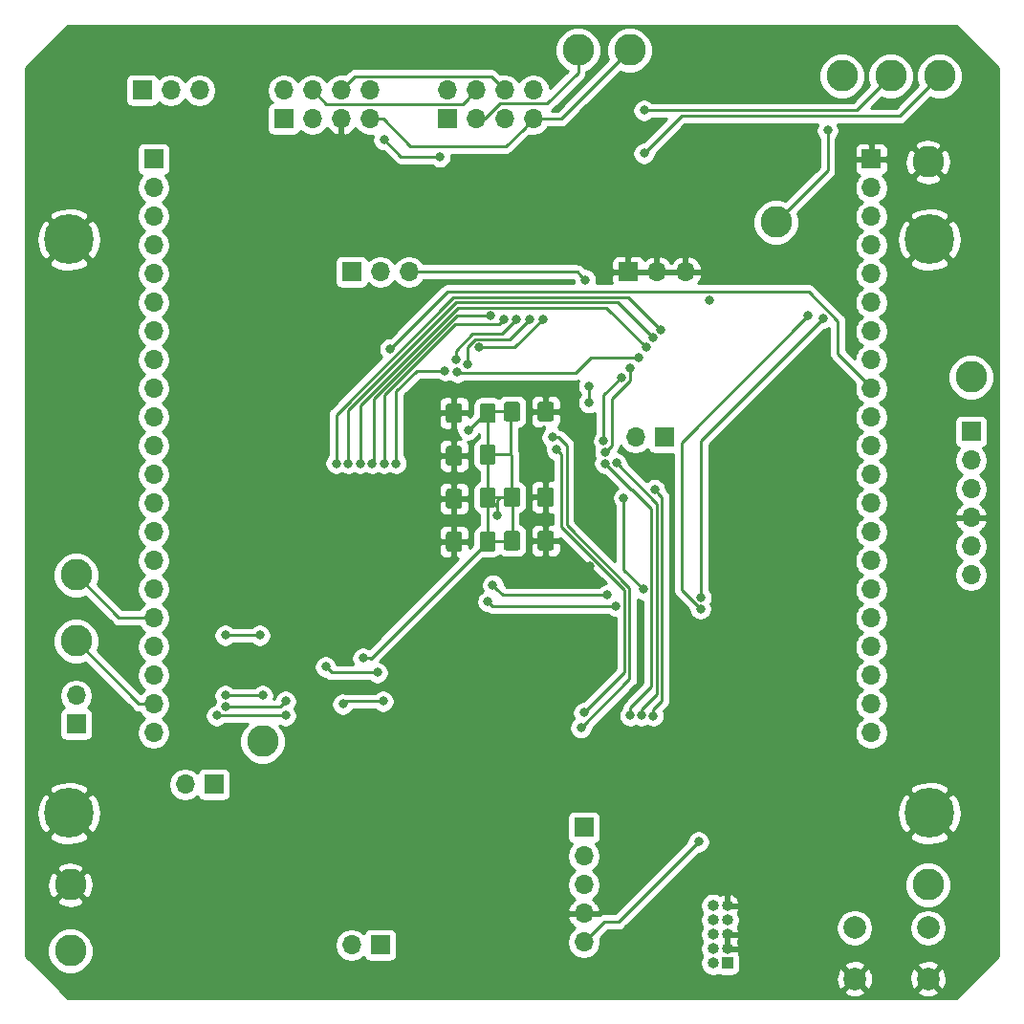
<source format=gbr>
G04 #@! TF.GenerationSoftware,KiCad,Pcbnew,5.1.5-52549c5~86~ubuntu18.04.1*
G04 #@! TF.CreationDate,2020-05-08T12:09:19-07:00*
G04 #@! TF.ProjectId,Extention Boards,45787465-6e74-4696-9f6e-20426f617264,rev?*
G04 #@! TF.SameCoordinates,Original*
G04 #@! TF.FileFunction,Copper,L2,Bot*
G04 #@! TF.FilePolarity,Positive*
%FSLAX46Y46*%
G04 Gerber Fmt 4.6, Leading zero omitted, Abs format (unit mm)*
G04 Created by KiCad (PCBNEW 5.1.5-52549c5~86~ubuntu18.04.1) date 2020-05-08 12:09:19*
%MOMM*%
%LPD*%
G04 APERTURE LIST*
%ADD10C,2.800000*%
%ADD11O,1.700000X1.700000*%
%ADD12R,1.700000X1.700000*%
%ADD13C,0.700000*%
%ADD14C,4.400000*%
%ADD15C,0.100000*%
%ADD16O,1.000000X1.000000*%
%ADD17R,1.000000X1.000000*%
%ADD18C,2.000000*%
%ADD19C,0.800000*%
%ADD20C,0.250000*%
%ADD21C,0.254000*%
G04 APERTURE END LIST*
D10*
X207518000Y-82296000D03*
D11*
X190500000Y-146050000D03*
X190500000Y-143510000D03*
X190500000Y-140970000D03*
X190500000Y-138430000D03*
D12*
X190500000Y-135890000D03*
D13*
X222273726Y-133453274D03*
X221107000Y-132970000D03*
X219940274Y-133453274D03*
X219457000Y-134620000D03*
X219940274Y-135786726D03*
X221107000Y-136270000D03*
X222273726Y-135786726D03*
X222757000Y-134620000D03*
D14*
X221107000Y-134620000D03*
D13*
X222273726Y-82653274D03*
X221107000Y-82170000D03*
X219940274Y-82653274D03*
X219457000Y-83820000D03*
X219940274Y-84986726D03*
X221107000Y-85470000D03*
X222273726Y-84986726D03*
X222757000Y-83820000D03*
D14*
X221107000Y-83820000D03*
D13*
X146073726Y-133453274D03*
X144907000Y-132970000D03*
X143740274Y-133453274D03*
X143257000Y-134620000D03*
X143740274Y-135786726D03*
X144907000Y-136270000D03*
X146073726Y-135786726D03*
X146557000Y-134620000D03*
D14*
X144907000Y-134620000D03*
D13*
X146073726Y-82653274D03*
X144907000Y-82170000D03*
X143740274Y-82653274D03*
X143257000Y-83820000D03*
X143740274Y-84986726D03*
X144907000Y-85470000D03*
X146073726Y-84986726D03*
X146557000Y-83820000D03*
D14*
X144907000Y-83820000D03*
D10*
X145034000Y-140970000D03*
X220980000Y-76962000D03*
X145034000Y-146812000D03*
X221996000Y-69342000D03*
X217678000Y-69342000D03*
X213360000Y-69342000D03*
X224790000Y-96012000D03*
X145542000Y-119380000D03*
X145542000Y-113538000D03*
X189992000Y-67056000D03*
X194564000Y-67056000D03*
X162052000Y-128270000D03*
X220980000Y-140970000D03*
D11*
X156464000Y-70612000D03*
X153924000Y-70612000D03*
D12*
X151384000Y-70612000D03*
D11*
X224790000Y-113538000D03*
X224790000Y-110998000D03*
X224790000Y-108458000D03*
X224790000Y-105918000D03*
X224790000Y-103378000D03*
D12*
X224790000Y-100838000D03*
D11*
X195072000Y-101346000D03*
D12*
X197612000Y-101346000D03*
D11*
X169926000Y-146304000D03*
D12*
X172466000Y-146304000D03*
D11*
X155194000Y-132080000D03*
D12*
X157734000Y-132080000D03*
D11*
X145542000Y-124206000D03*
D12*
X145542000Y-126746000D03*
D11*
X199511920Y-86690200D03*
X196971920Y-86690200D03*
D12*
X194431920Y-86690200D03*
D11*
X175021240Y-86690200D03*
X172481240Y-86690200D03*
D12*
X169941240Y-86690200D03*
G04 #@! TA.AperFunction,SMDPad,CuDef*
D15*
G36*
X179503004Y-109692404D02*
G01*
X179527273Y-109696004D01*
X179551071Y-109701965D01*
X179574171Y-109710230D01*
X179596349Y-109720720D01*
X179617393Y-109733333D01*
X179637098Y-109747947D01*
X179655277Y-109764423D01*
X179671753Y-109782602D01*
X179686367Y-109802307D01*
X179698980Y-109823351D01*
X179709470Y-109845529D01*
X179717735Y-109868629D01*
X179723696Y-109892427D01*
X179727296Y-109916696D01*
X179728500Y-109941200D01*
X179728500Y-111191200D01*
X179727296Y-111215704D01*
X179723696Y-111239973D01*
X179717735Y-111263771D01*
X179709470Y-111286871D01*
X179698980Y-111309049D01*
X179686367Y-111330093D01*
X179671753Y-111349798D01*
X179655277Y-111367977D01*
X179637098Y-111384453D01*
X179617393Y-111399067D01*
X179596349Y-111411680D01*
X179574171Y-111422170D01*
X179551071Y-111430435D01*
X179527273Y-111436396D01*
X179503004Y-111439996D01*
X179478500Y-111441200D01*
X178553500Y-111441200D01*
X178528996Y-111439996D01*
X178504727Y-111436396D01*
X178480929Y-111430435D01*
X178457829Y-111422170D01*
X178435651Y-111411680D01*
X178414607Y-111399067D01*
X178394902Y-111384453D01*
X178376723Y-111367977D01*
X178360247Y-111349798D01*
X178345633Y-111330093D01*
X178333020Y-111309049D01*
X178322530Y-111286871D01*
X178314265Y-111263771D01*
X178308304Y-111239973D01*
X178304704Y-111215704D01*
X178303500Y-111191200D01*
X178303500Y-109941200D01*
X178304704Y-109916696D01*
X178308304Y-109892427D01*
X178314265Y-109868629D01*
X178322530Y-109845529D01*
X178333020Y-109823351D01*
X178345633Y-109802307D01*
X178360247Y-109782602D01*
X178376723Y-109764423D01*
X178394902Y-109747947D01*
X178414607Y-109733333D01*
X178435651Y-109720720D01*
X178457829Y-109710230D01*
X178480929Y-109701965D01*
X178504727Y-109696004D01*
X178528996Y-109692404D01*
X178553500Y-109691200D01*
X179478500Y-109691200D01*
X179503004Y-109692404D01*
G37*
G04 #@! TD.AperFunction*
G04 #@! TA.AperFunction,SMDPad,CuDef*
G36*
X182478004Y-109692404D02*
G01*
X182502273Y-109696004D01*
X182526071Y-109701965D01*
X182549171Y-109710230D01*
X182571349Y-109720720D01*
X182592393Y-109733333D01*
X182612098Y-109747947D01*
X182630277Y-109764423D01*
X182646753Y-109782602D01*
X182661367Y-109802307D01*
X182673980Y-109823351D01*
X182684470Y-109845529D01*
X182692735Y-109868629D01*
X182698696Y-109892427D01*
X182702296Y-109916696D01*
X182703500Y-109941200D01*
X182703500Y-111191200D01*
X182702296Y-111215704D01*
X182698696Y-111239973D01*
X182692735Y-111263771D01*
X182684470Y-111286871D01*
X182673980Y-111309049D01*
X182661367Y-111330093D01*
X182646753Y-111349798D01*
X182630277Y-111367977D01*
X182612098Y-111384453D01*
X182592393Y-111399067D01*
X182571349Y-111411680D01*
X182549171Y-111422170D01*
X182526071Y-111430435D01*
X182502273Y-111436396D01*
X182478004Y-111439996D01*
X182453500Y-111441200D01*
X181528500Y-111441200D01*
X181503996Y-111439996D01*
X181479727Y-111436396D01*
X181455929Y-111430435D01*
X181432829Y-111422170D01*
X181410651Y-111411680D01*
X181389607Y-111399067D01*
X181369902Y-111384453D01*
X181351723Y-111367977D01*
X181335247Y-111349798D01*
X181320633Y-111330093D01*
X181308020Y-111309049D01*
X181297530Y-111286871D01*
X181289265Y-111263771D01*
X181283304Y-111239973D01*
X181279704Y-111215704D01*
X181278500Y-111191200D01*
X181278500Y-109941200D01*
X181279704Y-109916696D01*
X181283304Y-109892427D01*
X181289265Y-109868629D01*
X181297530Y-109845529D01*
X181308020Y-109823351D01*
X181320633Y-109802307D01*
X181335247Y-109782602D01*
X181351723Y-109764423D01*
X181369902Y-109747947D01*
X181389607Y-109733333D01*
X181410651Y-109720720D01*
X181432829Y-109710230D01*
X181455929Y-109701965D01*
X181479727Y-109696004D01*
X181503996Y-109692404D01*
X181528500Y-109691200D01*
X182453500Y-109691200D01*
X182478004Y-109692404D01*
G37*
G04 #@! TD.AperFunction*
D11*
X215950800Y-127508000D03*
X215950800Y-124968000D03*
X215950800Y-122428000D03*
X215950800Y-119888000D03*
X215950800Y-117348000D03*
X215950800Y-114808000D03*
X215950800Y-112268000D03*
X215950800Y-109728000D03*
X215950800Y-107188000D03*
X215950800Y-104648000D03*
X215950800Y-102108000D03*
X215950800Y-99568000D03*
X215950800Y-97028000D03*
X215950800Y-94488000D03*
X215950800Y-91948000D03*
X215950800Y-89408000D03*
X215950800Y-86868000D03*
X215950800Y-84328000D03*
X215950800Y-81788000D03*
X215950800Y-79248000D03*
D12*
X215950800Y-76708000D03*
G04 #@! TA.AperFunction,SMDPad,CuDef*
D15*
G36*
X187608804Y-105755404D02*
G01*
X187633073Y-105759004D01*
X187656871Y-105764965D01*
X187679971Y-105773230D01*
X187702149Y-105783720D01*
X187723193Y-105796333D01*
X187742898Y-105810947D01*
X187761077Y-105827423D01*
X187777553Y-105845602D01*
X187792167Y-105865307D01*
X187804780Y-105886351D01*
X187815270Y-105908529D01*
X187823535Y-105931629D01*
X187829496Y-105955427D01*
X187833096Y-105979696D01*
X187834300Y-106004200D01*
X187834300Y-107254200D01*
X187833096Y-107278704D01*
X187829496Y-107302973D01*
X187823535Y-107326771D01*
X187815270Y-107349871D01*
X187804780Y-107372049D01*
X187792167Y-107393093D01*
X187777553Y-107412798D01*
X187761077Y-107430977D01*
X187742898Y-107447453D01*
X187723193Y-107462067D01*
X187702149Y-107474680D01*
X187679971Y-107485170D01*
X187656871Y-107493435D01*
X187633073Y-107499396D01*
X187608804Y-107502996D01*
X187584300Y-107504200D01*
X186659300Y-107504200D01*
X186634796Y-107502996D01*
X186610527Y-107499396D01*
X186586729Y-107493435D01*
X186563629Y-107485170D01*
X186541451Y-107474680D01*
X186520407Y-107462067D01*
X186500702Y-107447453D01*
X186482523Y-107430977D01*
X186466047Y-107412798D01*
X186451433Y-107393093D01*
X186438820Y-107372049D01*
X186428330Y-107349871D01*
X186420065Y-107326771D01*
X186414104Y-107302973D01*
X186410504Y-107278704D01*
X186409300Y-107254200D01*
X186409300Y-106004200D01*
X186410504Y-105979696D01*
X186414104Y-105955427D01*
X186420065Y-105931629D01*
X186428330Y-105908529D01*
X186438820Y-105886351D01*
X186451433Y-105865307D01*
X186466047Y-105845602D01*
X186482523Y-105827423D01*
X186500702Y-105810947D01*
X186520407Y-105796333D01*
X186541451Y-105783720D01*
X186563629Y-105773230D01*
X186586729Y-105764965D01*
X186610527Y-105759004D01*
X186634796Y-105755404D01*
X186659300Y-105754200D01*
X187584300Y-105754200D01*
X187608804Y-105755404D01*
G37*
G04 #@! TD.AperFunction*
G04 #@! TA.AperFunction,SMDPad,CuDef*
G36*
X184633804Y-105755404D02*
G01*
X184658073Y-105759004D01*
X184681871Y-105764965D01*
X184704971Y-105773230D01*
X184727149Y-105783720D01*
X184748193Y-105796333D01*
X184767898Y-105810947D01*
X184786077Y-105827423D01*
X184802553Y-105845602D01*
X184817167Y-105865307D01*
X184829780Y-105886351D01*
X184840270Y-105908529D01*
X184848535Y-105931629D01*
X184854496Y-105955427D01*
X184858096Y-105979696D01*
X184859300Y-106004200D01*
X184859300Y-107254200D01*
X184858096Y-107278704D01*
X184854496Y-107302973D01*
X184848535Y-107326771D01*
X184840270Y-107349871D01*
X184829780Y-107372049D01*
X184817167Y-107393093D01*
X184802553Y-107412798D01*
X184786077Y-107430977D01*
X184767898Y-107447453D01*
X184748193Y-107462067D01*
X184727149Y-107474680D01*
X184704971Y-107485170D01*
X184681871Y-107493435D01*
X184658073Y-107499396D01*
X184633804Y-107502996D01*
X184609300Y-107504200D01*
X183684300Y-107504200D01*
X183659796Y-107502996D01*
X183635527Y-107499396D01*
X183611729Y-107493435D01*
X183588629Y-107485170D01*
X183566451Y-107474680D01*
X183545407Y-107462067D01*
X183525702Y-107447453D01*
X183507523Y-107430977D01*
X183491047Y-107412798D01*
X183476433Y-107393093D01*
X183463820Y-107372049D01*
X183453330Y-107349871D01*
X183445065Y-107326771D01*
X183439104Y-107302973D01*
X183435504Y-107278704D01*
X183434300Y-107254200D01*
X183434300Y-106004200D01*
X183435504Y-105979696D01*
X183439104Y-105955427D01*
X183445065Y-105931629D01*
X183453330Y-105908529D01*
X183463820Y-105886351D01*
X183476433Y-105865307D01*
X183491047Y-105845602D01*
X183507523Y-105827423D01*
X183525702Y-105810947D01*
X183545407Y-105796333D01*
X183566451Y-105783720D01*
X183588629Y-105773230D01*
X183611729Y-105764965D01*
X183635527Y-105759004D01*
X183659796Y-105755404D01*
X183684300Y-105754200D01*
X184609300Y-105754200D01*
X184633804Y-105755404D01*
G37*
G04 #@! TD.AperFunction*
D11*
X152400000Y-127490220D03*
X152400000Y-124950220D03*
X152400000Y-122410220D03*
X152400000Y-119870220D03*
X152400000Y-117330220D03*
X152400000Y-114790220D03*
X152400000Y-112250220D03*
X152400000Y-109710220D03*
X152400000Y-107170220D03*
X152400000Y-104630220D03*
X152400000Y-102090220D03*
X152400000Y-99550220D03*
X152400000Y-97010220D03*
X152400000Y-94470220D03*
X152400000Y-91930220D03*
X152400000Y-89390220D03*
X152400000Y-86850220D03*
X152400000Y-84310220D03*
X152400000Y-81770220D03*
X152400000Y-79230220D03*
D12*
X152400000Y-76690220D03*
D16*
X201937620Y-142806420D03*
X203207620Y-142806420D03*
X201937620Y-144076420D03*
X203207620Y-144076420D03*
X201937620Y-145346420D03*
X203207620Y-145346420D03*
X201937620Y-146616420D03*
X203207620Y-146616420D03*
X201937620Y-147886420D03*
D17*
X203207620Y-147886420D03*
D11*
X171551600Y-70612000D03*
X171551600Y-73152000D03*
X169011600Y-70612000D03*
X169011600Y-73152000D03*
X166471600Y-70612000D03*
X166471600Y-73152000D03*
X163931600Y-70612000D03*
D12*
X163931600Y-73152000D03*
D11*
X186029600Y-70612000D03*
X186029600Y-73152000D03*
X183489600Y-70612000D03*
X183489600Y-73152000D03*
X180949600Y-70612000D03*
X180949600Y-73152000D03*
X178409600Y-70612000D03*
D12*
X178409600Y-73152000D03*
G04 #@! TA.AperFunction,SMDPad,CuDef*
D15*
G36*
X179503004Y-102106270D02*
G01*
X179527273Y-102109870D01*
X179551071Y-102115831D01*
X179574171Y-102124096D01*
X179596349Y-102134586D01*
X179617393Y-102147199D01*
X179637098Y-102161813D01*
X179655277Y-102178289D01*
X179671753Y-102196468D01*
X179686367Y-102216173D01*
X179698980Y-102237217D01*
X179709470Y-102259395D01*
X179717735Y-102282495D01*
X179723696Y-102306293D01*
X179727296Y-102330562D01*
X179728500Y-102355066D01*
X179728500Y-103605066D01*
X179727296Y-103629570D01*
X179723696Y-103653839D01*
X179717735Y-103677637D01*
X179709470Y-103700737D01*
X179698980Y-103722915D01*
X179686367Y-103743959D01*
X179671753Y-103763664D01*
X179655277Y-103781843D01*
X179637098Y-103798319D01*
X179617393Y-103812933D01*
X179596349Y-103825546D01*
X179574171Y-103836036D01*
X179551071Y-103844301D01*
X179527273Y-103850262D01*
X179503004Y-103853862D01*
X179478500Y-103855066D01*
X178553500Y-103855066D01*
X178528996Y-103853862D01*
X178504727Y-103850262D01*
X178480929Y-103844301D01*
X178457829Y-103836036D01*
X178435651Y-103825546D01*
X178414607Y-103812933D01*
X178394902Y-103798319D01*
X178376723Y-103781843D01*
X178360247Y-103763664D01*
X178345633Y-103743959D01*
X178333020Y-103722915D01*
X178322530Y-103700737D01*
X178314265Y-103677637D01*
X178308304Y-103653839D01*
X178304704Y-103629570D01*
X178303500Y-103605066D01*
X178303500Y-102355066D01*
X178304704Y-102330562D01*
X178308304Y-102306293D01*
X178314265Y-102282495D01*
X178322530Y-102259395D01*
X178333020Y-102237217D01*
X178345633Y-102216173D01*
X178360247Y-102196468D01*
X178376723Y-102178289D01*
X178394902Y-102161813D01*
X178414607Y-102147199D01*
X178435651Y-102134586D01*
X178457829Y-102124096D01*
X178480929Y-102115831D01*
X178504727Y-102109870D01*
X178528996Y-102106270D01*
X178553500Y-102105066D01*
X179478500Y-102105066D01*
X179503004Y-102106270D01*
G37*
G04 #@! TD.AperFunction*
G04 #@! TA.AperFunction,SMDPad,CuDef*
G36*
X182478004Y-101996204D02*
G01*
X182502273Y-101999804D01*
X182526071Y-102005765D01*
X182549171Y-102014030D01*
X182571349Y-102024520D01*
X182592393Y-102037133D01*
X182612098Y-102051747D01*
X182630277Y-102068223D01*
X182646753Y-102086402D01*
X182661367Y-102106107D01*
X182673980Y-102127151D01*
X182684470Y-102149329D01*
X182692735Y-102172429D01*
X182698696Y-102196227D01*
X182702296Y-102220496D01*
X182703500Y-102245000D01*
X182703500Y-103495000D01*
X182702296Y-103519504D01*
X182698696Y-103543773D01*
X182692735Y-103567571D01*
X182684470Y-103590671D01*
X182673980Y-103612849D01*
X182661367Y-103633893D01*
X182646753Y-103653598D01*
X182630277Y-103671777D01*
X182612098Y-103688253D01*
X182592393Y-103702867D01*
X182571349Y-103715480D01*
X182549171Y-103725970D01*
X182526071Y-103734235D01*
X182502273Y-103740196D01*
X182478004Y-103743796D01*
X182453500Y-103745000D01*
X181528500Y-103745000D01*
X181503996Y-103743796D01*
X181479727Y-103740196D01*
X181455929Y-103734235D01*
X181432829Y-103725970D01*
X181410651Y-103715480D01*
X181389607Y-103702867D01*
X181369902Y-103688253D01*
X181351723Y-103671777D01*
X181335247Y-103653598D01*
X181320633Y-103633893D01*
X181308020Y-103612849D01*
X181297530Y-103590671D01*
X181289265Y-103567571D01*
X181283304Y-103543773D01*
X181279704Y-103519504D01*
X181278500Y-103495000D01*
X181278500Y-102245000D01*
X181279704Y-102220496D01*
X181283304Y-102196227D01*
X181289265Y-102172429D01*
X181297530Y-102149329D01*
X181308020Y-102127151D01*
X181320633Y-102106107D01*
X181335247Y-102086402D01*
X181351723Y-102068223D01*
X181369902Y-102051747D01*
X181389607Y-102037133D01*
X181410651Y-102024520D01*
X181432829Y-102014030D01*
X181455929Y-102005765D01*
X181479727Y-101999804D01*
X181503996Y-101996204D01*
X181528500Y-101995000D01*
X182453500Y-101995000D01*
X182478004Y-101996204D01*
G37*
G04 #@! TD.AperFunction*
G04 #@! TA.AperFunction,SMDPad,CuDef*
G36*
X187612004Y-109616204D02*
G01*
X187636273Y-109619804D01*
X187660071Y-109625765D01*
X187683171Y-109634030D01*
X187705349Y-109644520D01*
X187726393Y-109657133D01*
X187746098Y-109671747D01*
X187764277Y-109688223D01*
X187780753Y-109706402D01*
X187795367Y-109726107D01*
X187807980Y-109747151D01*
X187818470Y-109769329D01*
X187826735Y-109792429D01*
X187832696Y-109816227D01*
X187836296Y-109840496D01*
X187837500Y-109865000D01*
X187837500Y-111115000D01*
X187836296Y-111139504D01*
X187832696Y-111163773D01*
X187826735Y-111187571D01*
X187818470Y-111210671D01*
X187807980Y-111232849D01*
X187795367Y-111253893D01*
X187780753Y-111273598D01*
X187764277Y-111291777D01*
X187746098Y-111308253D01*
X187726393Y-111322867D01*
X187705349Y-111335480D01*
X187683171Y-111345970D01*
X187660071Y-111354235D01*
X187636273Y-111360196D01*
X187612004Y-111363796D01*
X187587500Y-111365000D01*
X186662500Y-111365000D01*
X186637996Y-111363796D01*
X186613727Y-111360196D01*
X186589929Y-111354235D01*
X186566829Y-111345970D01*
X186544651Y-111335480D01*
X186523607Y-111322867D01*
X186503902Y-111308253D01*
X186485723Y-111291777D01*
X186469247Y-111273598D01*
X186454633Y-111253893D01*
X186442020Y-111232849D01*
X186431530Y-111210671D01*
X186423265Y-111187571D01*
X186417304Y-111163773D01*
X186413704Y-111139504D01*
X186412500Y-111115000D01*
X186412500Y-109865000D01*
X186413704Y-109840496D01*
X186417304Y-109816227D01*
X186423265Y-109792429D01*
X186431530Y-109769329D01*
X186442020Y-109747151D01*
X186454633Y-109726107D01*
X186469247Y-109706402D01*
X186485723Y-109688223D01*
X186503902Y-109671747D01*
X186523607Y-109657133D01*
X186544651Y-109644520D01*
X186566829Y-109634030D01*
X186589929Y-109625765D01*
X186613727Y-109619804D01*
X186637996Y-109616204D01*
X186662500Y-109615000D01*
X187587500Y-109615000D01*
X187612004Y-109616204D01*
G37*
G04 #@! TD.AperFunction*
G04 #@! TA.AperFunction,SMDPad,CuDef*
G36*
X184637004Y-109616204D02*
G01*
X184661273Y-109619804D01*
X184685071Y-109625765D01*
X184708171Y-109634030D01*
X184730349Y-109644520D01*
X184751393Y-109657133D01*
X184771098Y-109671747D01*
X184789277Y-109688223D01*
X184805753Y-109706402D01*
X184820367Y-109726107D01*
X184832980Y-109747151D01*
X184843470Y-109769329D01*
X184851735Y-109792429D01*
X184857696Y-109816227D01*
X184861296Y-109840496D01*
X184862500Y-109865000D01*
X184862500Y-111115000D01*
X184861296Y-111139504D01*
X184857696Y-111163773D01*
X184851735Y-111187571D01*
X184843470Y-111210671D01*
X184832980Y-111232849D01*
X184820367Y-111253893D01*
X184805753Y-111273598D01*
X184789277Y-111291777D01*
X184771098Y-111308253D01*
X184751393Y-111322867D01*
X184730349Y-111335480D01*
X184708171Y-111345970D01*
X184685071Y-111354235D01*
X184661273Y-111360196D01*
X184637004Y-111363796D01*
X184612500Y-111365000D01*
X183687500Y-111365000D01*
X183662996Y-111363796D01*
X183638727Y-111360196D01*
X183614929Y-111354235D01*
X183591829Y-111345970D01*
X183569651Y-111335480D01*
X183548607Y-111322867D01*
X183528902Y-111308253D01*
X183510723Y-111291777D01*
X183494247Y-111273598D01*
X183479633Y-111253893D01*
X183467020Y-111232849D01*
X183456530Y-111210671D01*
X183448265Y-111187571D01*
X183442304Y-111163773D01*
X183438704Y-111139504D01*
X183437500Y-111115000D01*
X183437500Y-109865000D01*
X183438704Y-109840496D01*
X183442304Y-109816227D01*
X183448265Y-109792429D01*
X183456530Y-109769329D01*
X183467020Y-109747151D01*
X183479633Y-109726107D01*
X183494247Y-109706402D01*
X183510723Y-109688223D01*
X183528902Y-109671747D01*
X183548607Y-109657133D01*
X183569651Y-109644520D01*
X183591829Y-109634030D01*
X183614929Y-109625765D01*
X183638727Y-109619804D01*
X183662996Y-109616204D01*
X183687500Y-109615000D01*
X184612500Y-109615000D01*
X184637004Y-109616204D01*
G37*
G04 #@! TD.AperFunction*
G04 #@! TA.AperFunction,SMDPad,CuDef*
G36*
X179503004Y-105899336D02*
G01*
X179527273Y-105902936D01*
X179551071Y-105908897D01*
X179574171Y-105917162D01*
X179596349Y-105927652D01*
X179617393Y-105940265D01*
X179637098Y-105954879D01*
X179655277Y-105971355D01*
X179671753Y-105989534D01*
X179686367Y-106009239D01*
X179698980Y-106030283D01*
X179709470Y-106052461D01*
X179717735Y-106075561D01*
X179723696Y-106099359D01*
X179727296Y-106123628D01*
X179728500Y-106148132D01*
X179728500Y-107398132D01*
X179727296Y-107422636D01*
X179723696Y-107446905D01*
X179717735Y-107470703D01*
X179709470Y-107493803D01*
X179698980Y-107515981D01*
X179686367Y-107537025D01*
X179671753Y-107556730D01*
X179655277Y-107574909D01*
X179637098Y-107591385D01*
X179617393Y-107605999D01*
X179596349Y-107618612D01*
X179574171Y-107629102D01*
X179551071Y-107637367D01*
X179527273Y-107643328D01*
X179503004Y-107646928D01*
X179478500Y-107648132D01*
X178553500Y-107648132D01*
X178528996Y-107646928D01*
X178504727Y-107643328D01*
X178480929Y-107637367D01*
X178457829Y-107629102D01*
X178435651Y-107618612D01*
X178414607Y-107605999D01*
X178394902Y-107591385D01*
X178376723Y-107574909D01*
X178360247Y-107556730D01*
X178345633Y-107537025D01*
X178333020Y-107515981D01*
X178322530Y-107493803D01*
X178314265Y-107470703D01*
X178308304Y-107446905D01*
X178304704Y-107422636D01*
X178303500Y-107398132D01*
X178303500Y-106148132D01*
X178304704Y-106123628D01*
X178308304Y-106099359D01*
X178314265Y-106075561D01*
X178322530Y-106052461D01*
X178333020Y-106030283D01*
X178345633Y-106009239D01*
X178360247Y-105989534D01*
X178376723Y-105971355D01*
X178394902Y-105954879D01*
X178414607Y-105940265D01*
X178435651Y-105927652D01*
X178457829Y-105917162D01*
X178480929Y-105908897D01*
X178504727Y-105902936D01*
X178528996Y-105899336D01*
X178553500Y-105898132D01*
X179478500Y-105898132D01*
X179503004Y-105899336D01*
G37*
G04 #@! TD.AperFunction*
G04 #@! TA.AperFunction,SMDPad,CuDef*
G36*
X182478004Y-105806204D02*
G01*
X182502273Y-105809804D01*
X182526071Y-105815765D01*
X182549171Y-105824030D01*
X182571349Y-105834520D01*
X182592393Y-105847133D01*
X182612098Y-105861747D01*
X182630277Y-105878223D01*
X182646753Y-105896402D01*
X182661367Y-105916107D01*
X182673980Y-105937151D01*
X182684470Y-105959329D01*
X182692735Y-105982429D01*
X182698696Y-106006227D01*
X182702296Y-106030496D01*
X182703500Y-106055000D01*
X182703500Y-107305000D01*
X182702296Y-107329504D01*
X182698696Y-107353773D01*
X182692735Y-107377571D01*
X182684470Y-107400671D01*
X182673980Y-107422849D01*
X182661367Y-107443893D01*
X182646753Y-107463598D01*
X182630277Y-107481777D01*
X182612098Y-107498253D01*
X182592393Y-107512867D01*
X182571349Y-107525480D01*
X182549171Y-107535970D01*
X182526071Y-107544235D01*
X182502273Y-107550196D01*
X182478004Y-107553796D01*
X182453500Y-107555000D01*
X181528500Y-107555000D01*
X181503996Y-107553796D01*
X181479727Y-107550196D01*
X181455929Y-107544235D01*
X181432829Y-107535970D01*
X181410651Y-107525480D01*
X181389607Y-107512867D01*
X181369902Y-107498253D01*
X181351723Y-107481777D01*
X181335247Y-107463598D01*
X181320633Y-107443893D01*
X181308020Y-107422849D01*
X181297530Y-107400671D01*
X181289265Y-107377571D01*
X181283304Y-107353773D01*
X181279704Y-107329504D01*
X181278500Y-107305000D01*
X181278500Y-106055000D01*
X181279704Y-106030496D01*
X181283304Y-106006227D01*
X181289265Y-105982429D01*
X181297530Y-105959329D01*
X181308020Y-105937151D01*
X181320633Y-105916107D01*
X181335247Y-105896402D01*
X181351723Y-105878223D01*
X181369902Y-105861747D01*
X181389607Y-105847133D01*
X181410651Y-105834520D01*
X181432829Y-105824030D01*
X181455929Y-105815765D01*
X181479727Y-105809804D01*
X181503996Y-105806204D01*
X181528500Y-105805000D01*
X182453500Y-105805000D01*
X182478004Y-105806204D01*
G37*
G04 #@! TD.AperFunction*
G04 #@! TA.AperFunction,SMDPad,CuDef*
G36*
X179503004Y-98313204D02*
G01*
X179527273Y-98316804D01*
X179551071Y-98322765D01*
X179574171Y-98331030D01*
X179596349Y-98341520D01*
X179617393Y-98354133D01*
X179637098Y-98368747D01*
X179655277Y-98385223D01*
X179671753Y-98403402D01*
X179686367Y-98423107D01*
X179698980Y-98444151D01*
X179709470Y-98466329D01*
X179717735Y-98489429D01*
X179723696Y-98513227D01*
X179727296Y-98537496D01*
X179728500Y-98562000D01*
X179728500Y-99812000D01*
X179727296Y-99836504D01*
X179723696Y-99860773D01*
X179717735Y-99884571D01*
X179709470Y-99907671D01*
X179698980Y-99929849D01*
X179686367Y-99950893D01*
X179671753Y-99970598D01*
X179655277Y-99988777D01*
X179637098Y-100005253D01*
X179617393Y-100019867D01*
X179596349Y-100032480D01*
X179574171Y-100042970D01*
X179551071Y-100051235D01*
X179527273Y-100057196D01*
X179503004Y-100060796D01*
X179478500Y-100062000D01*
X178553500Y-100062000D01*
X178528996Y-100060796D01*
X178504727Y-100057196D01*
X178480929Y-100051235D01*
X178457829Y-100042970D01*
X178435651Y-100032480D01*
X178414607Y-100019867D01*
X178394902Y-100005253D01*
X178376723Y-99988777D01*
X178360247Y-99970598D01*
X178345633Y-99950893D01*
X178333020Y-99929849D01*
X178322530Y-99907671D01*
X178314265Y-99884571D01*
X178308304Y-99860773D01*
X178304704Y-99836504D01*
X178303500Y-99812000D01*
X178303500Y-98562000D01*
X178304704Y-98537496D01*
X178308304Y-98513227D01*
X178314265Y-98489429D01*
X178322530Y-98466329D01*
X178333020Y-98444151D01*
X178345633Y-98423107D01*
X178360247Y-98403402D01*
X178376723Y-98385223D01*
X178394902Y-98368747D01*
X178414607Y-98354133D01*
X178435651Y-98341520D01*
X178457829Y-98331030D01*
X178480929Y-98322765D01*
X178504727Y-98316804D01*
X178528996Y-98313204D01*
X178553500Y-98312000D01*
X179478500Y-98312000D01*
X179503004Y-98313204D01*
G37*
G04 #@! TD.AperFunction*
G04 #@! TA.AperFunction,SMDPad,CuDef*
G36*
X182478004Y-98313204D02*
G01*
X182502273Y-98316804D01*
X182526071Y-98322765D01*
X182549171Y-98331030D01*
X182571349Y-98341520D01*
X182592393Y-98354133D01*
X182612098Y-98368747D01*
X182630277Y-98385223D01*
X182646753Y-98403402D01*
X182661367Y-98423107D01*
X182673980Y-98444151D01*
X182684470Y-98466329D01*
X182692735Y-98489429D01*
X182698696Y-98513227D01*
X182702296Y-98537496D01*
X182703500Y-98562000D01*
X182703500Y-99812000D01*
X182702296Y-99836504D01*
X182698696Y-99860773D01*
X182692735Y-99884571D01*
X182684470Y-99907671D01*
X182673980Y-99929849D01*
X182661367Y-99950893D01*
X182646753Y-99970598D01*
X182630277Y-99988777D01*
X182612098Y-100005253D01*
X182592393Y-100019867D01*
X182571349Y-100032480D01*
X182549171Y-100042970D01*
X182526071Y-100051235D01*
X182502273Y-100057196D01*
X182478004Y-100060796D01*
X182453500Y-100062000D01*
X181528500Y-100062000D01*
X181503996Y-100060796D01*
X181479727Y-100057196D01*
X181455929Y-100051235D01*
X181432829Y-100042970D01*
X181410651Y-100032480D01*
X181389607Y-100019867D01*
X181369902Y-100005253D01*
X181351723Y-99988777D01*
X181335247Y-99970598D01*
X181320633Y-99950893D01*
X181308020Y-99929849D01*
X181297530Y-99907671D01*
X181289265Y-99884571D01*
X181283304Y-99860773D01*
X181279704Y-99836504D01*
X181278500Y-99812000D01*
X181278500Y-98562000D01*
X181279704Y-98537496D01*
X181283304Y-98513227D01*
X181289265Y-98489429D01*
X181297530Y-98466329D01*
X181308020Y-98444151D01*
X181320633Y-98423107D01*
X181335247Y-98403402D01*
X181351723Y-98385223D01*
X181369902Y-98368747D01*
X181389607Y-98354133D01*
X181410651Y-98341520D01*
X181432829Y-98331030D01*
X181455929Y-98322765D01*
X181479727Y-98316804D01*
X181503996Y-98313204D01*
X181528500Y-98312000D01*
X182453500Y-98312000D01*
X182478004Y-98313204D01*
G37*
G04 #@! TD.AperFunction*
G04 #@! TA.AperFunction,SMDPad,CuDef*
G36*
X187612004Y-98186204D02*
G01*
X187636273Y-98189804D01*
X187660071Y-98195765D01*
X187683171Y-98204030D01*
X187705349Y-98214520D01*
X187726393Y-98227133D01*
X187746098Y-98241747D01*
X187764277Y-98258223D01*
X187780753Y-98276402D01*
X187795367Y-98296107D01*
X187807980Y-98317151D01*
X187818470Y-98339329D01*
X187826735Y-98362429D01*
X187832696Y-98386227D01*
X187836296Y-98410496D01*
X187837500Y-98435000D01*
X187837500Y-99685000D01*
X187836296Y-99709504D01*
X187832696Y-99733773D01*
X187826735Y-99757571D01*
X187818470Y-99780671D01*
X187807980Y-99802849D01*
X187795367Y-99823893D01*
X187780753Y-99843598D01*
X187764277Y-99861777D01*
X187746098Y-99878253D01*
X187726393Y-99892867D01*
X187705349Y-99905480D01*
X187683171Y-99915970D01*
X187660071Y-99924235D01*
X187636273Y-99930196D01*
X187612004Y-99933796D01*
X187587500Y-99935000D01*
X186662500Y-99935000D01*
X186637996Y-99933796D01*
X186613727Y-99930196D01*
X186589929Y-99924235D01*
X186566829Y-99915970D01*
X186544651Y-99905480D01*
X186523607Y-99892867D01*
X186503902Y-99878253D01*
X186485723Y-99861777D01*
X186469247Y-99843598D01*
X186454633Y-99823893D01*
X186442020Y-99802849D01*
X186431530Y-99780671D01*
X186423265Y-99757571D01*
X186417304Y-99733773D01*
X186413704Y-99709504D01*
X186412500Y-99685000D01*
X186412500Y-98435000D01*
X186413704Y-98410496D01*
X186417304Y-98386227D01*
X186423265Y-98362429D01*
X186431530Y-98339329D01*
X186442020Y-98317151D01*
X186454633Y-98296107D01*
X186469247Y-98276402D01*
X186485723Y-98258223D01*
X186503902Y-98241747D01*
X186523607Y-98227133D01*
X186544651Y-98214520D01*
X186566829Y-98204030D01*
X186589929Y-98195765D01*
X186613727Y-98189804D01*
X186637996Y-98186204D01*
X186662500Y-98185000D01*
X187587500Y-98185000D01*
X187612004Y-98186204D01*
G37*
G04 #@! TD.AperFunction*
G04 #@! TA.AperFunction,SMDPad,CuDef*
G36*
X184637004Y-98186204D02*
G01*
X184661273Y-98189804D01*
X184685071Y-98195765D01*
X184708171Y-98204030D01*
X184730349Y-98214520D01*
X184751393Y-98227133D01*
X184771098Y-98241747D01*
X184789277Y-98258223D01*
X184805753Y-98276402D01*
X184820367Y-98296107D01*
X184832980Y-98317151D01*
X184843470Y-98339329D01*
X184851735Y-98362429D01*
X184857696Y-98386227D01*
X184861296Y-98410496D01*
X184862500Y-98435000D01*
X184862500Y-99685000D01*
X184861296Y-99709504D01*
X184857696Y-99733773D01*
X184851735Y-99757571D01*
X184843470Y-99780671D01*
X184832980Y-99802849D01*
X184820367Y-99823893D01*
X184805753Y-99843598D01*
X184789277Y-99861777D01*
X184771098Y-99878253D01*
X184751393Y-99892867D01*
X184730349Y-99905480D01*
X184708171Y-99915970D01*
X184685071Y-99924235D01*
X184661273Y-99930196D01*
X184637004Y-99933796D01*
X184612500Y-99935000D01*
X183687500Y-99935000D01*
X183662996Y-99933796D01*
X183638727Y-99930196D01*
X183614929Y-99924235D01*
X183591829Y-99915970D01*
X183569651Y-99905480D01*
X183548607Y-99892867D01*
X183528902Y-99878253D01*
X183510723Y-99861777D01*
X183494247Y-99843598D01*
X183479633Y-99823893D01*
X183467020Y-99802849D01*
X183456530Y-99780671D01*
X183448265Y-99757571D01*
X183442304Y-99733773D01*
X183438704Y-99709504D01*
X183437500Y-99685000D01*
X183437500Y-98435000D01*
X183438704Y-98410496D01*
X183442304Y-98386227D01*
X183448265Y-98362429D01*
X183456530Y-98339329D01*
X183467020Y-98317151D01*
X183479633Y-98296107D01*
X183494247Y-98276402D01*
X183510723Y-98258223D01*
X183528902Y-98241747D01*
X183548607Y-98227133D01*
X183569651Y-98214520D01*
X183591829Y-98204030D01*
X183614929Y-98195765D01*
X183638727Y-98189804D01*
X183662996Y-98186204D01*
X183687500Y-98185000D01*
X184612500Y-98185000D01*
X184637004Y-98186204D01*
G37*
G04 #@! TD.AperFunction*
D18*
X214480000Y-149280000D03*
X214480000Y-144780000D03*
X220980000Y-149280000D03*
X220980000Y-144780000D03*
D19*
X201066400Y-71196200D03*
X201269600Y-75082400D03*
X201269600Y-78816200D03*
X185369200Y-108305600D03*
X191008000Y-112776000D03*
X184150000Y-78486000D03*
X186720420Y-104871520D03*
X166370000Y-80772000D03*
X182626000Y-136118598D03*
X182600606Y-138709400D03*
X164846000Y-130556000D03*
X161544000Y-140462000D03*
X155448000Y-140970000D03*
X152908000Y-140970000D03*
X206248000Y-140462000D03*
X204470000Y-107950000D03*
X185674000Y-101092000D03*
X180340000Y-108458000D03*
X176784000Y-102615000D03*
X196658577Y-125985578D03*
X196779979Y-105981740D03*
X200660000Y-137160000D03*
X201625200Y-89179400D03*
X180263800Y-100685600D03*
X182803786Y-108280200D03*
X190616838Y-87391240D03*
X170942000Y-120904000D03*
X172821600Y-74980800D03*
X177749200Y-76479400D03*
X193827398Y-96037400D03*
X192264190Y-101649595D03*
X192381545Y-102649254D03*
X194640200Y-95173800D03*
X182016400Y-115874796D03*
X210388200Y-90576400D03*
X193370200Y-116306600D03*
X200835416Y-116521046D03*
X182443545Y-114422345D03*
X211717040Y-90771560D03*
X200863200Y-115521420D03*
X192532000Y-115316000D03*
X197339333Y-91807162D03*
X168576970Y-103639948D03*
X196646800Y-92532200D03*
X169636514Y-103639948D03*
X178206400Y-95427800D03*
X173874691Y-103639948D03*
X173372918Y-93515318D03*
X196037200Y-93370400D03*
X170696058Y-103639948D03*
X195402200Y-94259400D03*
X179321633Y-95587957D03*
X190982600Y-98261010D03*
X190982600Y-96811000D03*
X195769400Y-114796410D03*
X194045380Y-106714021D03*
X172720000Y-124714000D03*
X169164000Y-124968000D03*
X164084000Y-125984000D03*
X157988000Y-125984000D03*
X167640000Y-121666000D03*
X164084000Y-124714000D03*
X158750000Y-125222000D03*
X172212000Y-122174000D03*
X162052000Y-124206000D03*
X158750000Y-124206000D03*
X161798000Y-118872000D03*
X158750000Y-118872000D03*
X193382699Y-103627085D03*
X195614803Y-125984000D03*
X192379572Y-103649264D03*
X194614800Y-125984000D03*
X187706000Y-101346000D03*
X190246000Y-127057002D03*
X190500000Y-125730000D03*
X188109395Y-102429830D03*
X179185373Y-94427774D03*
X184547815Y-90889459D03*
X180187591Y-94905990D03*
X185707807Y-90889459D03*
X195834000Y-72390000D03*
X181248190Y-93370405D03*
X186867800Y-90889459D03*
X195834000Y-76200000D03*
X171755602Y-103639948D03*
X182284266Y-90562590D03*
X183413031Y-90907428D03*
X172815146Y-103639948D03*
X212090000Y-74168000D03*
D20*
X187125000Y-106632400D02*
X187121800Y-106629200D01*
X186994800Y-106502200D02*
X187121800Y-106629200D01*
X178635000Y-102642060D02*
X178617880Y-102659180D01*
X178617880Y-110472880D02*
X178635000Y-110490000D01*
X187125000Y-109106360D02*
X187125000Y-110490000D01*
X185369200Y-108305600D02*
X186324240Y-108305600D01*
X186324240Y-108305600D02*
X187125000Y-109106360D01*
X187121800Y-108127800D02*
X187121800Y-106629200D01*
X185369200Y-108305600D02*
X186944000Y-108305600D01*
X186944000Y-108305600D02*
X187121800Y-108127800D01*
X186588400Y-104739440D02*
X186720480Y-104871520D01*
X187121800Y-105272900D02*
X187120419Y-105271519D01*
X186720480Y-104871520D02*
X186720420Y-104871520D01*
X187120419Y-105271519D02*
X186720420Y-104871520D01*
X197179978Y-106381739D02*
X196779979Y-105981740D01*
X197394422Y-124677578D02*
X197394422Y-106596183D01*
X196658577Y-125985578D02*
X196658577Y-125413423D01*
X196658577Y-125413423D02*
X197394422Y-124677578D01*
X192303401Y-144246599D02*
X190500000Y-146050000D01*
X193573401Y-144246599D02*
X192303401Y-144246599D01*
X196590920Y-141229080D02*
X193573401Y-144246599D01*
X196590920Y-141229080D02*
X200660000Y-137160000D01*
X197394422Y-106596183D02*
X197179978Y-106381739D01*
X184146800Y-106629200D02*
X184146800Y-106937186D01*
X182245000Y-106680000D02*
X182245000Y-107315000D01*
X183969000Y-102870000D02*
X184019800Y-102819200D01*
X184023000Y-99187000D02*
X184150000Y-99060000D01*
X184096000Y-106680000D02*
X184146800Y-106629200D01*
X181991000Y-107315000D02*
X181991000Y-106680000D01*
X182803786Y-108280200D02*
X182803786Y-108127786D01*
X184073800Y-110566200D02*
X184150000Y-110490000D01*
X181991000Y-110566200D02*
X184073800Y-110566200D01*
X184150000Y-106632400D02*
X184146800Y-106629200D01*
X184150000Y-110490000D02*
X184150000Y-106632400D01*
X184146800Y-102946200D02*
X184019800Y-102819200D01*
X184146800Y-106629200D02*
X184146800Y-102946200D01*
X184019800Y-99190200D02*
X184150000Y-99060000D01*
X184019800Y-102819200D02*
X184019800Y-99190200D01*
X182041800Y-102819200D02*
X181991000Y-102870000D01*
X184019800Y-102819200D02*
X182041800Y-102819200D01*
X182118000Y-99060000D02*
X181991000Y-99187000D01*
X184150000Y-99060000D02*
X182118000Y-99060000D01*
X181991000Y-99187000D02*
X181991000Y-102870000D01*
X181991000Y-106680000D02*
X181991000Y-102870000D01*
X182041800Y-106629200D02*
X181991000Y-106680000D01*
X184146800Y-106629200D02*
X182041800Y-106629200D01*
X181991000Y-110566200D02*
X181991000Y-106680000D01*
X182803786Y-107492786D02*
X181991000Y-106680000D01*
X182803786Y-108280200D02*
X182803786Y-107492786D01*
X183128892Y-106629200D02*
X184146800Y-106629200D01*
X182803786Y-108280200D02*
X182803786Y-106954306D01*
X182803786Y-106954306D02*
X183128892Y-106629200D01*
X181762400Y-99187000D02*
X182118000Y-99187000D01*
X181792880Y-99187000D02*
X181991000Y-99187000D01*
X180263800Y-100685600D02*
X180294280Y-100685600D01*
X180294280Y-100685600D02*
X181792880Y-99187000D01*
X190144398Y-86918800D02*
X190216839Y-86991241D01*
X190216839Y-86991241D02*
X190616838Y-87391240D01*
X189915798Y-86690200D02*
X175021240Y-86690200D01*
X190216839Y-86991241D02*
X189915798Y-86690200D01*
X181219653Y-111337547D02*
X181991000Y-110566200D01*
X171622720Y-120934480D02*
X181219653Y-111337547D01*
X170942000Y-120904000D02*
X171592240Y-120904000D01*
X171592240Y-120904000D02*
X171622720Y-120934480D01*
X185179601Y-74001999D02*
X186029600Y-73152000D01*
X175166681Y-75565000D02*
X183616600Y-75565000D01*
X171551600Y-73152000D02*
X172753681Y-73152000D01*
X172753681Y-73152000D02*
X175166681Y-75565000D01*
X183616600Y-75565000D02*
X185179601Y-74001999D01*
X188468000Y-73152000D02*
X194564000Y-67056000D01*
X186029600Y-73152000D02*
X188468000Y-73152000D01*
X182639601Y-69762001D02*
X183489600Y-70612000D01*
X170214001Y-69409599D02*
X182287199Y-69409599D01*
X169011600Y-70612000D02*
X170214001Y-69409599D01*
X182287199Y-69409599D02*
X182639601Y-69762001D01*
X180099601Y-71461999D02*
X180949600Y-70612000D01*
X166471600Y-70612000D02*
X167674001Y-71814401D01*
X167674001Y-71814401D02*
X179747199Y-71814401D01*
X179747199Y-71814401D02*
X180099601Y-71461999D01*
X172821600Y-74980800D02*
X174320200Y-76479400D01*
X174320200Y-76479400D02*
X177749200Y-76479400D01*
X187240897Y-71787001D02*
X189992000Y-69035898D01*
X183115597Y-71787001D02*
X187240897Y-71787001D01*
X189992000Y-69035898D02*
X189992000Y-67056000D01*
X181750598Y-73152000D02*
X183115597Y-71787001D01*
X180949600Y-73152000D02*
X181750598Y-73152000D01*
X192264190Y-97600608D02*
X192264190Y-101083910D01*
X193827398Y-96037400D02*
X192264190Y-97600608D01*
X192264190Y-101083910D02*
X192264190Y-101649595D01*
X194640200Y-95739485D02*
X194640200Y-95173800D01*
X192989200Y-97948604D02*
X194640200Y-96297604D01*
X192381545Y-102649254D02*
X192989200Y-102041599D01*
X192989200Y-102041599D02*
X192989200Y-97948604D01*
X194640200Y-96297604D02*
X194640200Y-95739485D01*
X182448204Y-116306600D02*
X193370200Y-116306600D01*
X182016400Y-115874796D02*
X182448204Y-116306600D01*
X199186800Y-101777800D02*
X199186800Y-114872430D01*
X200435417Y-116121047D02*
X200835416Y-116521046D01*
X210388200Y-90576400D02*
X199186800Y-101777800D01*
X199186800Y-114872430D02*
X200435417Y-116121047D01*
X200837800Y-116433600D02*
X200837800Y-116433600D01*
X182443545Y-114422345D02*
X182854600Y-114833400D01*
X211717040Y-90771560D02*
X200863200Y-101625400D01*
X200863200Y-114955735D02*
X200863200Y-115521420D01*
X183337200Y-115316000D02*
X182443545Y-114422345D01*
X192532000Y-115316000D02*
X183337200Y-115316000D01*
X200863200Y-101625400D02*
X200863200Y-114955735D01*
X200863200Y-115366800D02*
X200863200Y-115366800D01*
X197339333Y-91807162D02*
X194469737Y-88937566D01*
X194469737Y-88937566D02*
X178975990Y-88937566D01*
X178975990Y-88937566D02*
X168576970Y-99336586D01*
X168576970Y-102977662D02*
X168576970Y-103543347D01*
X168576970Y-99336586D02*
X168576970Y-102977662D01*
X197339333Y-91807162D02*
X197339333Y-91807162D01*
X169637220Y-103074263D02*
X169637220Y-103639948D01*
X179162390Y-89387577D02*
X169637220Y-98912747D01*
X193502177Y-89387577D02*
X179162390Y-89387577D01*
X196646800Y-92532200D02*
X193502177Y-89387577D01*
X169637220Y-98912747D02*
X169637220Y-103074263D01*
X196646800Y-92532200D02*
X196646800Y-92532200D01*
X215950800Y-96875600D02*
X213004400Y-93929200D01*
X213004400Y-93929200D02*
X213004400Y-91033600D01*
X213004400Y-91033600D02*
X210413600Y-88442800D01*
X210413600Y-88442800D02*
X178445436Y-88442800D01*
X173772917Y-93115319D02*
X173372918Y-93515318D01*
X173874691Y-103078371D02*
X173874691Y-103644056D01*
X178206400Y-95427800D02*
X175717200Y-95427800D01*
X175717200Y-95427800D02*
X173874691Y-97270309D01*
X173874691Y-97270309D02*
X173874691Y-103078371D01*
X178445436Y-88442800D02*
X173772917Y-93115319D01*
X196037200Y-93370400D02*
X192504388Y-89837588D01*
X170688000Y-102964713D02*
X170688000Y-103530398D01*
X179348790Y-89837588D02*
X170688000Y-98498378D01*
X192504388Y-89837588D02*
X179348790Y-89837588D01*
X170688000Y-98498378D02*
X170688000Y-102964713D01*
X196037200Y-93370400D02*
X196037200Y-93370400D01*
X179364676Y-95631000D02*
X179321633Y-95587957D01*
X191155393Y-94259400D02*
X189783793Y-95631000D01*
X195402200Y-94259400D02*
X191155393Y-94259400D01*
X189783793Y-95631000D02*
X179364676Y-95631000D01*
X195402200Y-94259400D02*
X195402200Y-94259400D01*
X190982600Y-98261010D02*
X190982600Y-97695325D01*
X190982600Y-97695325D02*
X190982600Y-96811000D01*
X194045380Y-113072390D02*
X194045380Y-107279706D01*
X195769400Y-114796410D02*
X194045380Y-113072390D01*
X194045380Y-107279706D02*
X194045380Y-106714021D01*
X172720000Y-124714000D02*
X169418000Y-124714000D01*
X169418000Y-124714000D02*
X169164000Y-124968000D01*
X164084000Y-125984000D02*
X157988000Y-125984000D01*
X151112220Y-124950220D02*
X145542000Y-119380000D01*
X152400000Y-124950220D02*
X151112220Y-124950220D01*
X164084000Y-124714000D02*
X163576000Y-125222000D01*
X163576000Y-125222000D02*
X158750000Y-125222000D01*
X168148000Y-122174000D02*
X167640000Y-121666000D01*
X172212000Y-122174000D02*
X168148000Y-122174000D01*
X162052000Y-124206000D02*
X158750000Y-124206000D01*
X161798000Y-118872000D02*
X158750000Y-118872000D01*
X149334220Y-117330220D02*
X145542000Y-113538000D01*
X152400000Y-117330220D02*
X149334220Y-117330220D01*
X196944410Y-124088708D02*
X196944410Y-107188796D01*
X196944410Y-107188796D02*
X193382699Y-103627085D01*
X195614803Y-125418315D02*
X196944410Y-124088708D01*
X195614803Y-125984000D02*
X195614803Y-125418315D01*
X194614800Y-125298200D02*
X194614800Y-125418315D01*
X192379572Y-103649264D02*
X194675147Y-105944839D01*
X196494400Y-107649158D02*
X196494400Y-123418600D01*
X194675147Y-105944839D02*
X194790081Y-105944839D01*
X194790081Y-105944839D02*
X196494400Y-107649158D01*
X196494400Y-123418600D02*
X194614800Y-125298200D01*
X194614800Y-125418315D02*
X194614800Y-125984000D01*
X188271685Y-101346000D02*
X188976000Y-102050315D01*
X187706000Y-101346000D02*
X188271685Y-101346000D01*
X188976000Y-109081980D02*
X194545211Y-114651191D01*
X188976000Y-102050315D02*
X188976000Y-109081980D01*
X194545211Y-114651191D02*
X194545210Y-122321200D01*
X194545210Y-122757792D02*
X190246000Y-127057002D01*
X194545210Y-122321200D02*
X194545210Y-122757792D01*
X188509394Y-102829829D02*
X188109395Y-102429830D01*
X188509394Y-109251784D02*
X188509394Y-102829829D01*
X194095201Y-114837591D02*
X188509394Y-109251784D01*
X194095201Y-122134799D02*
X194095201Y-114837591D01*
X190500000Y-125730000D02*
X194095201Y-122134799D01*
X179185373Y-93679214D02*
X179185373Y-94427774D01*
X180669199Y-92195388D02*
X179185373Y-93679214D01*
X183241886Y-92195388D02*
X180669199Y-92195388D01*
X184547815Y-90889459D02*
X183241886Y-92195388D01*
X179185373Y-93862089D02*
X179185373Y-94427774D01*
X180187591Y-93313407D02*
X180187591Y-94905990D01*
X180855599Y-92645399D02*
X180187591Y-93313407D01*
X183951867Y-92645399D02*
X180855599Y-92645399D01*
X185707807Y-90889459D02*
X183951867Y-92645399D01*
X180187591Y-94340305D02*
X180187591Y-94905990D01*
X214630000Y-72390000D02*
X217678000Y-69342000D01*
X195834000Y-72390000D02*
X214630000Y-72390000D01*
X184386854Y-93370405D02*
X181248190Y-93370405D01*
X186867800Y-90889459D02*
X184386854Y-93370405D01*
X184386854Y-93370405D02*
X181813875Y-93370405D01*
X195834000Y-76200000D02*
X199136000Y-72898000D01*
X218440000Y-72898000D02*
X221996000Y-69342000D01*
X199136000Y-72898000D02*
X218440000Y-72898000D01*
X171881800Y-103809801D02*
X171881800Y-97940989D01*
X171881800Y-97940989D02*
X179260199Y-90562590D01*
X181718581Y-90562590D02*
X182284266Y-90562590D01*
X179260199Y-90562590D02*
X181718581Y-90562590D01*
X172879562Y-103742757D02*
X172879562Y-97579638D01*
X172879562Y-97579638D02*
X179151773Y-91307427D01*
X179151773Y-91307427D02*
X183013032Y-91307427D01*
X183013032Y-91307427D02*
X183413031Y-90907428D01*
X212090000Y-77724000D02*
X207518000Y-82296000D01*
X212090000Y-74168000D02*
X212090000Y-77724000D01*
D21*
G36*
X227203000Y-68632606D02*
G01*
X227203000Y-147267394D01*
X223467394Y-151003000D01*
X144832606Y-151003000D01*
X144245019Y-150415413D01*
X213524192Y-150415413D01*
X213619956Y-150679814D01*
X213909571Y-150820704D01*
X214221108Y-150902384D01*
X214542595Y-150921718D01*
X214861675Y-150877961D01*
X215166088Y-150772795D01*
X215340044Y-150679814D01*
X215435808Y-150415413D01*
X220024192Y-150415413D01*
X220119956Y-150679814D01*
X220409571Y-150820704D01*
X220721108Y-150902384D01*
X221042595Y-150921718D01*
X221361675Y-150877961D01*
X221666088Y-150772795D01*
X221840044Y-150679814D01*
X221935808Y-150415413D01*
X220980000Y-149459605D01*
X220024192Y-150415413D01*
X215435808Y-150415413D01*
X214480000Y-149459605D01*
X213524192Y-150415413D01*
X144245019Y-150415413D01*
X143172201Y-149342595D01*
X212838282Y-149342595D01*
X212882039Y-149661675D01*
X212987205Y-149966088D01*
X213080186Y-150140044D01*
X213344587Y-150235808D01*
X214300395Y-149280000D01*
X214659605Y-149280000D01*
X215615413Y-150235808D01*
X215879814Y-150140044D01*
X216020704Y-149850429D01*
X216102384Y-149538892D01*
X216114189Y-149342595D01*
X219338282Y-149342595D01*
X219382039Y-149661675D01*
X219487205Y-149966088D01*
X219580186Y-150140044D01*
X219844587Y-150235808D01*
X220800395Y-149280000D01*
X221159605Y-149280000D01*
X222115413Y-150235808D01*
X222379814Y-150140044D01*
X222520704Y-149850429D01*
X222602384Y-149538892D01*
X222621718Y-149217405D01*
X222577961Y-148898325D01*
X222472795Y-148593912D01*
X222379814Y-148419956D01*
X222115413Y-148324192D01*
X221159605Y-149280000D01*
X220800395Y-149280000D01*
X219844587Y-148324192D01*
X219580186Y-148419956D01*
X219439296Y-148709571D01*
X219357616Y-149021108D01*
X219338282Y-149342595D01*
X216114189Y-149342595D01*
X216121718Y-149217405D01*
X216077961Y-148898325D01*
X215972795Y-148593912D01*
X215879814Y-148419956D01*
X215615413Y-148324192D01*
X214659605Y-149280000D01*
X214300395Y-149280000D01*
X213344587Y-148324192D01*
X213080186Y-148419956D01*
X212939296Y-148709571D01*
X212857616Y-149021108D01*
X212838282Y-149342595D01*
X143172201Y-149342595D01*
X141097000Y-147267394D01*
X141097000Y-146611570D01*
X142999000Y-146611570D01*
X142999000Y-147012430D01*
X143077204Y-147405587D01*
X143230607Y-147775934D01*
X143453313Y-148109237D01*
X143736763Y-148392687D01*
X144070066Y-148615393D01*
X144440413Y-148768796D01*
X144833570Y-148847000D01*
X145234430Y-148847000D01*
X145627587Y-148768796D01*
X145997934Y-148615393D01*
X146331237Y-148392687D01*
X146614687Y-148109237D01*
X146837393Y-147775934D01*
X146990796Y-147405587D01*
X147069000Y-147012430D01*
X147069000Y-146611570D01*
X146990796Y-146218413D01*
X146965665Y-146157740D01*
X168441000Y-146157740D01*
X168441000Y-146450260D01*
X168498068Y-146737158D01*
X168610010Y-147007411D01*
X168772525Y-147250632D01*
X168979368Y-147457475D01*
X169222589Y-147619990D01*
X169492842Y-147731932D01*
X169779740Y-147789000D01*
X170072260Y-147789000D01*
X170359158Y-147731932D01*
X170629411Y-147619990D01*
X170872632Y-147457475D01*
X171004487Y-147325620D01*
X171026498Y-147398180D01*
X171085463Y-147508494D01*
X171164815Y-147605185D01*
X171261506Y-147684537D01*
X171371820Y-147743502D01*
X171491518Y-147779812D01*
X171616000Y-147792072D01*
X173316000Y-147792072D01*
X173440482Y-147779812D01*
X173560180Y-147743502D01*
X173670494Y-147684537D01*
X173767185Y-147605185D01*
X173846537Y-147508494D01*
X173905502Y-147398180D01*
X173941812Y-147278482D01*
X173954072Y-147154000D01*
X173954072Y-145903740D01*
X189015000Y-145903740D01*
X189015000Y-146196260D01*
X189072068Y-146483158D01*
X189184010Y-146753411D01*
X189346525Y-146996632D01*
X189553368Y-147203475D01*
X189796589Y-147365990D01*
X190066842Y-147477932D01*
X190353740Y-147535000D01*
X190646260Y-147535000D01*
X190933158Y-147477932D01*
X191203411Y-147365990D01*
X191446632Y-147203475D01*
X191653475Y-146996632D01*
X191815990Y-146753411D01*
X191927932Y-146483158D01*
X191985000Y-146196260D01*
X191985000Y-145903740D01*
X191941210Y-145683592D01*
X192618203Y-145006599D01*
X193536079Y-145006599D01*
X193573401Y-145010275D01*
X193610723Y-145006599D01*
X193610734Y-145006599D01*
X193722387Y-144995602D01*
X193865648Y-144952145D01*
X193997677Y-144881573D01*
X194113402Y-144786600D01*
X194137205Y-144757596D01*
X196200169Y-142694632D01*
X200802620Y-142694632D01*
X200802620Y-142918208D01*
X200846237Y-143137487D01*
X200931796Y-143344044D01*
X200996861Y-143441420D01*
X200931796Y-143538796D01*
X200846237Y-143745353D01*
X200802620Y-143964632D01*
X200802620Y-144188208D01*
X200846237Y-144407487D01*
X200931796Y-144614044D01*
X200996861Y-144711420D01*
X200931796Y-144808796D01*
X200846237Y-145015353D01*
X200802620Y-145234632D01*
X200802620Y-145458208D01*
X200846237Y-145677487D01*
X200931796Y-145884044D01*
X200996861Y-145981420D01*
X200931796Y-146078796D01*
X200846237Y-146285353D01*
X200802620Y-146504632D01*
X200802620Y-146728208D01*
X200846237Y-146947487D01*
X200931796Y-147154044D01*
X200996861Y-147251420D01*
X200931796Y-147348796D01*
X200846237Y-147555353D01*
X200802620Y-147774632D01*
X200802620Y-147998208D01*
X200846237Y-148217487D01*
X200931796Y-148424044D01*
X201056008Y-148609940D01*
X201214100Y-148768032D01*
X201399996Y-148892244D01*
X201606553Y-148977803D01*
X201825832Y-149021420D01*
X202049408Y-149021420D01*
X202268687Y-148977803D01*
X202380394Y-148931532D01*
X202463440Y-148975922D01*
X202583138Y-149012232D01*
X202707620Y-149024492D01*
X203707620Y-149024492D01*
X203832102Y-149012232D01*
X203951800Y-148975922D01*
X204062114Y-148916957D01*
X204158805Y-148837605D01*
X204238157Y-148740914D01*
X204297122Y-148630600D01*
X204333432Y-148510902D01*
X204345692Y-148386420D01*
X204345692Y-148144587D01*
X213524192Y-148144587D01*
X214480000Y-149100395D01*
X215435808Y-148144587D01*
X220024192Y-148144587D01*
X220980000Y-149100395D01*
X221935808Y-148144587D01*
X221840044Y-147880186D01*
X221550429Y-147739296D01*
X221238892Y-147657616D01*
X220917405Y-147638282D01*
X220598325Y-147682039D01*
X220293912Y-147787205D01*
X220119956Y-147880186D01*
X220024192Y-148144587D01*
X215435808Y-148144587D01*
X215340044Y-147880186D01*
X215050429Y-147739296D01*
X214738892Y-147657616D01*
X214417405Y-147638282D01*
X214098325Y-147682039D01*
X213793912Y-147787205D01*
X213619956Y-147880186D01*
X213524192Y-148144587D01*
X204345692Y-148144587D01*
X204345692Y-147386420D01*
X204333432Y-147261938D01*
X204297122Y-147142240D01*
X204249550Y-147053240D01*
X204285066Y-146973284D01*
X204301739Y-146918294D01*
X204175574Y-146743420D01*
X203334620Y-146743420D01*
X203334620Y-146748348D01*
X203080620Y-146748348D01*
X203080620Y-146743420D01*
X203069594Y-146743420D01*
X203072620Y-146728208D01*
X203072620Y-146504632D01*
X203069594Y-146489420D01*
X203080620Y-146489420D01*
X203080620Y-145473420D01*
X203334620Y-145473420D01*
X203334620Y-146489420D01*
X204175574Y-146489420D01*
X204301739Y-146314546D01*
X204285066Y-146259556D01*
X204194743Y-146056214D01*
X204141981Y-145981420D01*
X204194743Y-145906626D01*
X204285066Y-145703284D01*
X204301739Y-145648294D01*
X204175574Y-145473420D01*
X203334620Y-145473420D01*
X203080620Y-145473420D01*
X203069594Y-145473420D01*
X203072620Y-145458208D01*
X203072620Y-145234632D01*
X203069594Y-145219420D01*
X203080620Y-145219420D01*
X203080620Y-145208394D01*
X203095832Y-145211420D01*
X203319408Y-145211420D01*
X203334620Y-145208394D01*
X203334620Y-145219420D01*
X204175574Y-145219420D01*
X204301739Y-145044546D01*
X204285066Y-144989556D01*
X204194743Y-144786214D01*
X204145267Y-144716078D01*
X204210154Y-144618967D01*
X212845000Y-144618967D01*
X212845000Y-144941033D01*
X212907832Y-145256912D01*
X213031082Y-145554463D01*
X213210013Y-145822252D01*
X213437748Y-146049987D01*
X213705537Y-146228918D01*
X214003088Y-146352168D01*
X214318967Y-146415000D01*
X214641033Y-146415000D01*
X214956912Y-146352168D01*
X215254463Y-146228918D01*
X215522252Y-146049987D01*
X215749987Y-145822252D01*
X215928918Y-145554463D01*
X216052168Y-145256912D01*
X216115000Y-144941033D01*
X216115000Y-144618967D01*
X219345000Y-144618967D01*
X219345000Y-144941033D01*
X219407832Y-145256912D01*
X219531082Y-145554463D01*
X219710013Y-145822252D01*
X219937748Y-146049987D01*
X220205537Y-146228918D01*
X220503088Y-146352168D01*
X220818967Y-146415000D01*
X221141033Y-146415000D01*
X221456912Y-146352168D01*
X221754463Y-146228918D01*
X222022252Y-146049987D01*
X222249987Y-145822252D01*
X222428918Y-145554463D01*
X222552168Y-145256912D01*
X222615000Y-144941033D01*
X222615000Y-144618967D01*
X222552168Y-144303088D01*
X222428918Y-144005537D01*
X222249987Y-143737748D01*
X222022252Y-143510013D01*
X221754463Y-143331082D01*
X221456912Y-143207832D01*
X221141033Y-143145000D01*
X220818967Y-143145000D01*
X220503088Y-143207832D01*
X220205537Y-143331082D01*
X219937748Y-143510013D01*
X219710013Y-143737748D01*
X219531082Y-144005537D01*
X219407832Y-144303088D01*
X219345000Y-144618967D01*
X216115000Y-144618967D01*
X216052168Y-144303088D01*
X215928918Y-144005537D01*
X215749987Y-143737748D01*
X215522252Y-143510013D01*
X215254463Y-143331082D01*
X214956912Y-143207832D01*
X214641033Y-143145000D01*
X214318967Y-143145000D01*
X214003088Y-143207832D01*
X213705537Y-143331082D01*
X213437748Y-143510013D01*
X213210013Y-143737748D01*
X213031082Y-144005537D01*
X212907832Y-144303088D01*
X212845000Y-144618967D01*
X204210154Y-144618967D01*
X204213444Y-144614044D01*
X204299003Y-144407487D01*
X204342620Y-144188208D01*
X204342620Y-143964632D01*
X204299003Y-143745353D01*
X204213444Y-143538796D01*
X204145267Y-143436762D01*
X204194743Y-143366626D01*
X204285066Y-143163284D01*
X204301739Y-143108294D01*
X204175574Y-142933420D01*
X203334620Y-142933420D01*
X203334620Y-142944446D01*
X203319408Y-142941420D01*
X203095832Y-142941420D01*
X203080620Y-142944446D01*
X203080620Y-142933420D01*
X203069594Y-142933420D01*
X203072620Y-142918208D01*
X203072620Y-142694632D01*
X203069594Y-142679420D01*
X203080620Y-142679420D01*
X203080620Y-141837291D01*
X203334620Y-141837291D01*
X203334620Y-142679420D01*
X204175574Y-142679420D01*
X204301739Y-142504546D01*
X204285066Y-142449556D01*
X204194743Y-142246214D01*
X204066485Y-142064400D01*
X203905221Y-141911102D01*
X203717149Y-141792210D01*
X203509496Y-141712294D01*
X203334620Y-141837291D01*
X203080620Y-141837291D01*
X202905744Y-141712294D01*
X202698091Y-141792210D01*
X202577132Y-141868676D01*
X202475244Y-141800596D01*
X202268687Y-141715037D01*
X202049408Y-141671420D01*
X201825832Y-141671420D01*
X201606553Y-141715037D01*
X201399996Y-141800596D01*
X201214100Y-141924808D01*
X201056008Y-142082900D01*
X200931796Y-142268796D01*
X200846237Y-142475353D01*
X200802620Y-142694632D01*
X196200169Y-142694632D01*
X197154719Y-141740083D01*
X197154724Y-141740077D01*
X198125231Y-140769570D01*
X218945000Y-140769570D01*
X218945000Y-141170430D01*
X219023204Y-141563587D01*
X219176607Y-141933934D01*
X219399313Y-142267237D01*
X219682763Y-142550687D01*
X220016066Y-142773393D01*
X220386413Y-142926796D01*
X220779570Y-143005000D01*
X221180430Y-143005000D01*
X221573587Y-142926796D01*
X221943934Y-142773393D01*
X222277237Y-142550687D01*
X222560687Y-142267237D01*
X222783393Y-141933934D01*
X222936796Y-141563587D01*
X223015000Y-141170430D01*
X223015000Y-140769570D01*
X222936796Y-140376413D01*
X222783393Y-140006066D01*
X222560687Y-139672763D01*
X222277237Y-139389313D01*
X221943934Y-139166607D01*
X221573587Y-139013204D01*
X221180430Y-138935000D01*
X220779570Y-138935000D01*
X220386413Y-139013204D01*
X220016066Y-139166607D01*
X219682763Y-139389313D01*
X219399313Y-139672763D01*
X219176607Y-140006066D01*
X219023204Y-140376413D01*
X218945000Y-140769570D01*
X198125231Y-140769570D01*
X200699802Y-138195000D01*
X200761939Y-138195000D01*
X200961898Y-138155226D01*
X201150256Y-138077205D01*
X201319774Y-137963937D01*
X201463937Y-137819774D01*
X201577205Y-137650256D01*
X201655226Y-137461898D01*
X201695000Y-137261939D01*
X201695000Y-137058061D01*
X201655226Y-136858102D01*
X201577205Y-136669744D01*
X201537136Y-136609775D01*
X219296830Y-136609775D01*
X219536976Y-136997018D01*
X220030877Y-137257641D01*
X220566133Y-137416901D01*
X221122174Y-137468678D01*
X221677632Y-137410981D01*
X222211161Y-137246028D01*
X222677024Y-136997018D01*
X222917170Y-136609775D01*
X221107000Y-134799605D01*
X219296830Y-136609775D01*
X201537136Y-136609775D01*
X201463937Y-136500226D01*
X201319774Y-136356063D01*
X201150256Y-136242795D01*
X200961898Y-136164774D01*
X200761939Y-136125000D01*
X200558061Y-136125000D01*
X200358102Y-136164774D01*
X200169744Y-136242795D01*
X200000226Y-136356063D01*
X199856063Y-136500226D01*
X199742795Y-136669744D01*
X199664774Y-136858102D01*
X199625000Y-137058061D01*
X199625000Y-137120198D01*
X196079923Y-140665276D01*
X196079917Y-140665281D01*
X193258600Y-143486599D01*
X192340723Y-143486599D01*
X192303400Y-143482923D01*
X192266077Y-143486599D01*
X192266068Y-143486599D01*
X192154415Y-143497596D01*
X192011154Y-143541053D01*
X191879124Y-143611625D01*
X191848205Y-143637000D01*
X191828632Y-143653063D01*
X191820155Y-143637000D01*
X190627000Y-143637000D01*
X190627000Y-143657000D01*
X190373000Y-143657000D01*
X190373000Y-143637000D01*
X189179845Y-143637000D01*
X189058524Y-143866890D01*
X189103175Y-144014099D01*
X189228359Y-144276920D01*
X189402412Y-144510269D01*
X189618645Y-144705178D01*
X189735534Y-144774805D01*
X189553368Y-144896525D01*
X189346525Y-145103368D01*
X189184010Y-145346589D01*
X189072068Y-145616842D01*
X189015000Y-145903740D01*
X173954072Y-145903740D01*
X173954072Y-145454000D01*
X173941812Y-145329518D01*
X173905502Y-145209820D01*
X173846537Y-145099506D01*
X173767185Y-145002815D01*
X173670494Y-144923463D01*
X173560180Y-144864498D01*
X173440482Y-144828188D01*
X173316000Y-144815928D01*
X171616000Y-144815928D01*
X171491518Y-144828188D01*
X171371820Y-144864498D01*
X171261506Y-144923463D01*
X171164815Y-145002815D01*
X171085463Y-145099506D01*
X171026498Y-145209820D01*
X171004487Y-145282380D01*
X170872632Y-145150525D01*
X170629411Y-144988010D01*
X170359158Y-144876068D01*
X170072260Y-144819000D01*
X169779740Y-144819000D01*
X169492842Y-144876068D01*
X169222589Y-144988010D01*
X168979368Y-145150525D01*
X168772525Y-145357368D01*
X168610010Y-145600589D01*
X168498068Y-145870842D01*
X168441000Y-146157740D01*
X146965665Y-146157740D01*
X146837393Y-145848066D01*
X146614687Y-145514763D01*
X146331237Y-145231313D01*
X145997934Y-145008607D01*
X145627587Y-144855204D01*
X145234430Y-144777000D01*
X144833570Y-144777000D01*
X144440413Y-144855204D01*
X144070066Y-145008607D01*
X143736763Y-145231313D01*
X143453313Y-145514763D01*
X143230607Y-145848066D01*
X143077204Y-146218413D01*
X142999000Y-146611570D01*
X141097000Y-146611570D01*
X141097000Y-142390447D01*
X143793158Y-142390447D01*
X143937135Y-142695770D01*
X144294892Y-142876597D01*
X144681053Y-142984155D01*
X145080777Y-143014310D01*
X145478704Y-142965904D01*
X145859540Y-142840795D01*
X146130865Y-142695770D01*
X146274842Y-142390447D01*
X145034000Y-141149605D01*
X143793158Y-142390447D01*
X141097000Y-142390447D01*
X141097000Y-141016777D01*
X142989690Y-141016777D01*
X143038096Y-141414704D01*
X143163205Y-141795540D01*
X143308230Y-142066865D01*
X143613553Y-142210842D01*
X144854395Y-140970000D01*
X145213605Y-140970000D01*
X146454447Y-142210842D01*
X146759770Y-142066865D01*
X146940597Y-141709108D01*
X147048155Y-141322947D01*
X147078310Y-140923223D01*
X147029904Y-140525296D01*
X146904795Y-140144460D01*
X146759770Y-139873135D01*
X146454447Y-139729158D01*
X145213605Y-140970000D01*
X144854395Y-140970000D01*
X143613553Y-139729158D01*
X143308230Y-139873135D01*
X143127403Y-140230892D01*
X143019845Y-140617053D01*
X142989690Y-141016777D01*
X141097000Y-141016777D01*
X141097000Y-139549553D01*
X143793158Y-139549553D01*
X145034000Y-140790395D01*
X146274842Y-139549553D01*
X146130865Y-139244230D01*
X145773108Y-139063403D01*
X145386947Y-138955845D01*
X144987223Y-138925690D01*
X144589296Y-138974096D01*
X144208460Y-139099205D01*
X143937135Y-139244230D01*
X143793158Y-139549553D01*
X141097000Y-139549553D01*
X141097000Y-136609775D01*
X143096830Y-136609775D01*
X143336976Y-136997018D01*
X143830877Y-137257641D01*
X144366133Y-137416901D01*
X144922174Y-137468678D01*
X145477632Y-137410981D01*
X146011161Y-137246028D01*
X146477024Y-136997018D01*
X146717170Y-136609775D01*
X144907000Y-134799605D01*
X143096830Y-136609775D01*
X141097000Y-136609775D01*
X141097000Y-134635174D01*
X142058322Y-134635174D01*
X142116019Y-135190632D01*
X142280972Y-135724161D01*
X142529982Y-136190024D01*
X142917225Y-136430170D01*
X144727395Y-134620000D01*
X145086605Y-134620000D01*
X146896775Y-136430170D01*
X147284018Y-136190024D01*
X147544641Y-135696123D01*
X147703901Y-135160867D01*
X147715155Y-135040000D01*
X189011928Y-135040000D01*
X189011928Y-136740000D01*
X189024188Y-136864482D01*
X189060498Y-136984180D01*
X189119463Y-137094494D01*
X189198815Y-137191185D01*
X189295506Y-137270537D01*
X189405820Y-137329502D01*
X189478380Y-137351513D01*
X189346525Y-137483368D01*
X189184010Y-137726589D01*
X189072068Y-137996842D01*
X189015000Y-138283740D01*
X189015000Y-138576260D01*
X189072068Y-138863158D01*
X189184010Y-139133411D01*
X189346525Y-139376632D01*
X189553368Y-139583475D01*
X189727760Y-139700000D01*
X189553368Y-139816525D01*
X189346525Y-140023368D01*
X189184010Y-140266589D01*
X189072068Y-140536842D01*
X189015000Y-140823740D01*
X189015000Y-141116260D01*
X189072068Y-141403158D01*
X189184010Y-141673411D01*
X189346525Y-141916632D01*
X189553368Y-142123475D01*
X189735534Y-142245195D01*
X189618645Y-142314822D01*
X189402412Y-142509731D01*
X189228359Y-142743080D01*
X189103175Y-143005901D01*
X189058524Y-143153110D01*
X189179845Y-143383000D01*
X190373000Y-143383000D01*
X190373000Y-143363000D01*
X190627000Y-143363000D01*
X190627000Y-143383000D01*
X191820155Y-143383000D01*
X191941476Y-143153110D01*
X191896825Y-143005901D01*
X191771641Y-142743080D01*
X191597588Y-142509731D01*
X191381355Y-142314822D01*
X191264466Y-142245195D01*
X191446632Y-142123475D01*
X191653475Y-141916632D01*
X191815990Y-141673411D01*
X191927932Y-141403158D01*
X191985000Y-141116260D01*
X191985000Y-140823740D01*
X191927932Y-140536842D01*
X191815990Y-140266589D01*
X191653475Y-140023368D01*
X191446632Y-139816525D01*
X191272240Y-139700000D01*
X191446632Y-139583475D01*
X191653475Y-139376632D01*
X191815990Y-139133411D01*
X191927932Y-138863158D01*
X191985000Y-138576260D01*
X191985000Y-138283740D01*
X191927932Y-137996842D01*
X191815990Y-137726589D01*
X191653475Y-137483368D01*
X191521620Y-137351513D01*
X191594180Y-137329502D01*
X191704494Y-137270537D01*
X191801185Y-137191185D01*
X191880537Y-137094494D01*
X191939502Y-136984180D01*
X191975812Y-136864482D01*
X191988072Y-136740000D01*
X191988072Y-135040000D01*
X191975812Y-134915518D01*
X191939502Y-134795820D01*
X191880537Y-134685506D01*
X191839231Y-134635174D01*
X218258322Y-134635174D01*
X218316019Y-135190632D01*
X218480972Y-135724161D01*
X218729982Y-136190024D01*
X219117225Y-136430170D01*
X220927395Y-134620000D01*
X221286605Y-134620000D01*
X223096775Y-136430170D01*
X223484018Y-136190024D01*
X223744641Y-135696123D01*
X223903901Y-135160867D01*
X223955678Y-134604826D01*
X223897981Y-134049368D01*
X223733028Y-133515839D01*
X223484018Y-133049976D01*
X223096775Y-132809830D01*
X221286605Y-134620000D01*
X220927395Y-134620000D01*
X219117225Y-132809830D01*
X218729982Y-133049976D01*
X218469359Y-133543877D01*
X218310099Y-134079133D01*
X218258322Y-134635174D01*
X191839231Y-134635174D01*
X191801185Y-134588815D01*
X191704494Y-134509463D01*
X191594180Y-134450498D01*
X191474482Y-134414188D01*
X191350000Y-134401928D01*
X189650000Y-134401928D01*
X189525518Y-134414188D01*
X189405820Y-134450498D01*
X189295506Y-134509463D01*
X189198815Y-134588815D01*
X189119463Y-134685506D01*
X189060498Y-134795820D01*
X189024188Y-134915518D01*
X189011928Y-135040000D01*
X147715155Y-135040000D01*
X147755678Y-134604826D01*
X147697981Y-134049368D01*
X147533028Y-133515839D01*
X147284018Y-133049976D01*
X146896775Y-132809830D01*
X145086605Y-134620000D01*
X144727395Y-134620000D01*
X142917225Y-132809830D01*
X142529982Y-133049976D01*
X142269359Y-133543877D01*
X142110099Y-134079133D01*
X142058322Y-134635174D01*
X141097000Y-134635174D01*
X141097000Y-132630225D01*
X143096830Y-132630225D01*
X144907000Y-134440395D01*
X146717170Y-132630225D01*
X146477024Y-132242982D01*
X145983123Y-131982359D01*
X145819720Y-131933740D01*
X153709000Y-131933740D01*
X153709000Y-132226260D01*
X153766068Y-132513158D01*
X153878010Y-132783411D01*
X154040525Y-133026632D01*
X154247368Y-133233475D01*
X154490589Y-133395990D01*
X154760842Y-133507932D01*
X155047740Y-133565000D01*
X155340260Y-133565000D01*
X155627158Y-133507932D01*
X155897411Y-133395990D01*
X156140632Y-133233475D01*
X156272487Y-133101620D01*
X156294498Y-133174180D01*
X156353463Y-133284494D01*
X156432815Y-133381185D01*
X156529506Y-133460537D01*
X156639820Y-133519502D01*
X156759518Y-133555812D01*
X156884000Y-133568072D01*
X158584000Y-133568072D01*
X158708482Y-133555812D01*
X158828180Y-133519502D01*
X158938494Y-133460537D01*
X159035185Y-133381185D01*
X159114537Y-133284494D01*
X159173502Y-133174180D01*
X159209812Y-133054482D01*
X159222072Y-132930000D01*
X159222072Y-132630225D01*
X219296830Y-132630225D01*
X221107000Y-134440395D01*
X222917170Y-132630225D01*
X222677024Y-132242982D01*
X222183123Y-131982359D01*
X221647867Y-131823099D01*
X221091826Y-131771322D01*
X220536368Y-131829019D01*
X220002839Y-131993972D01*
X219536976Y-132242982D01*
X219296830Y-132630225D01*
X159222072Y-132630225D01*
X159222072Y-131230000D01*
X159209812Y-131105518D01*
X159173502Y-130985820D01*
X159114537Y-130875506D01*
X159035185Y-130778815D01*
X158938494Y-130699463D01*
X158828180Y-130640498D01*
X158708482Y-130604188D01*
X158584000Y-130591928D01*
X156884000Y-130591928D01*
X156759518Y-130604188D01*
X156639820Y-130640498D01*
X156529506Y-130699463D01*
X156432815Y-130778815D01*
X156353463Y-130875506D01*
X156294498Y-130985820D01*
X156272487Y-131058380D01*
X156140632Y-130926525D01*
X155897411Y-130764010D01*
X155627158Y-130652068D01*
X155340260Y-130595000D01*
X155047740Y-130595000D01*
X154760842Y-130652068D01*
X154490589Y-130764010D01*
X154247368Y-130926525D01*
X154040525Y-131133368D01*
X153878010Y-131376589D01*
X153766068Y-131646842D01*
X153709000Y-131933740D01*
X145819720Y-131933740D01*
X145447867Y-131823099D01*
X144891826Y-131771322D01*
X144336368Y-131829019D01*
X143802839Y-131993972D01*
X143336976Y-132242982D01*
X143096830Y-132630225D01*
X141097000Y-132630225D01*
X141097000Y-125896000D01*
X144053928Y-125896000D01*
X144053928Y-127596000D01*
X144066188Y-127720482D01*
X144102498Y-127840180D01*
X144161463Y-127950494D01*
X144240815Y-128047185D01*
X144337506Y-128126537D01*
X144447820Y-128185502D01*
X144567518Y-128221812D01*
X144692000Y-128234072D01*
X146392000Y-128234072D01*
X146516482Y-128221812D01*
X146636180Y-128185502D01*
X146746494Y-128126537D01*
X146843185Y-128047185D01*
X146922537Y-127950494D01*
X146981502Y-127840180D01*
X147017812Y-127720482D01*
X147030072Y-127596000D01*
X147030072Y-125896000D01*
X147017812Y-125771518D01*
X146981502Y-125651820D01*
X146922537Y-125541506D01*
X146843185Y-125444815D01*
X146746494Y-125365463D01*
X146636180Y-125306498D01*
X146563620Y-125284487D01*
X146695475Y-125152632D01*
X146857990Y-124909411D01*
X146969932Y-124639158D01*
X147027000Y-124352260D01*
X147027000Y-124059740D01*
X146969932Y-123772842D01*
X146857990Y-123502589D01*
X146695475Y-123259368D01*
X146488632Y-123052525D01*
X146245411Y-122890010D01*
X145975158Y-122778068D01*
X145688260Y-122721000D01*
X145395740Y-122721000D01*
X145108842Y-122778068D01*
X144838589Y-122890010D01*
X144595368Y-123052525D01*
X144388525Y-123259368D01*
X144226010Y-123502589D01*
X144114068Y-123772842D01*
X144057000Y-124059740D01*
X144057000Y-124352260D01*
X144114068Y-124639158D01*
X144226010Y-124909411D01*
X144388525Y-125152632D01*
X144520380Y-125284487D01*
X144447820Y-125306498D01*
X144337506Y-125365463D01*
X144240815Y-125444815D01*
X144161463Y-125541506D01*
X144102498Y-125651820D01*
X144066188Y-125771518D01*
X144053928Y-125896000D01*
X141097000Y-125896000D01*
X141097000Y-113337570D01*
X143507000Y-113337570D01*
X143507000Y-113738430D01*
X143585204Y-114131587D01*
X143738607Y-114501934D01*
X143961313Y-114835237D01*
X144244763Y-115118687D01*
X144578066Y-115341393D01*
X144948413Y-115494796D01*
X145341570Y-115573000D01*
X145742430Y-115573000D01*
X146135587Y-115494796D01*
X146339522Y-115410323D01*
X148770421Y-117841223D01*
X148794219Y-117870221D01*
X148823217Y-117894019D01*
X148909943Y-117965194D01*
X149037979Y-118033631D01*
X149041973Y-118035766D01*
X149185234Y-118079223D01*
X149296887Y-118090220D01*
X149296897Y-118090220D01*
X149334220Y-118093896D01*
X149371543Y-118090220D01*
X151121822Y-118090220D01*
X151246525Y-118276852D01*
X151453368Y-118483695D01*
X151627760Y-118600220D01*
X151453368Y-118716745D01*
X151246525Y-118923588D01*
X151084010Y-119166809D01*
X150972068Y-119437062D01*
X150915000Y-119723960D01*
X150915000Y-120016480D01*
X150972068Y-120303378D01*
X151084010Y-120573631D01*
X151246525Y-120816852D01*
X151453368Y-121023695D01*
X151627760Y-121140220D01*
X151453368Y-121256745D01*
X151246525Y-121463588D01*
X151084010Y-121706809D01*
X150972068Y-121977062D01*
X150915000Y-122263960D01*
X150915000Y-122556480D01*
X150972068Y-122843378D01*
X151084010Y-123113631D01*
X151246525Y-123356852D01*
X151453368Y-123563695D01*
X151627760Y-123680220D01*
X151453368Y-123796745D01*
X151246525Y-124003588D01*
X151244068Y-124007266D01*
X147414323Y-120177522D01*
X147498796Y-119973587D01*
X147577000Y-119580430D01*
X147577000Y-119179570D01*
X147498796Y-118786413D01*
X147345393Y-118416066D01*
X147122687Y-118082763D01*
X146839237Y-117799313D01*
X146505934Y-117576607D01*
X146135587Y-117423204D01*
X145742430Y-117345000D01*
X145341570Y-117345000D01*
X144948413Y-117423204D01*
X144578066Y-117576607D01*
X144244763Y-117799313D01*
X143961313Y-118082763D01*
X143738607Y-118416066D01*
X143585204Y-118786413D01*
X143507000Y-119179570D01*
X143507000Y-119580430D01*
X143585204Y-119973587D01*
X143738607Y-120343934D01*
X143961313Y-120677237D01*
X144244763Y-120960687D01*
X144578066Y-121183393D01*
X144948413Y-121336796D01*
X145341570Y-121415000D01*
X145742430Y-121415000D01*
X146135587Y-121336796D01*
X146339522Y-121252323D01*
X150548421Y-125461223D01*
X150572219Y-125490221D01*
X150687944Y-125585194D01*
X150819973Y-125655766D01*
X150963234Y-125699223D01*
X151074887Y-125710220D01*
X151074895Y-125710220D01*
X151112220Y-125713896D01*
X151123533Y-125712782D01*
X151246525Y-125896852D01*
X151453368Y-126103695D01*
X151627760Y-126220220D01*
X151453368Y-126336745D01*
X151246525Y-126543588D01*
X151084010Y-126786809D01*
X150972068Y-127057062D01*
X150915000Y-127343960D01*
X150915000Y-127636480D01*
X150972068Y-127923378D01*
X151084010Y-128193631D01*
X151246525Y-128436852D01*
X151453368Y-128643695D01*
X151696589Y-128806210D01*
X151966842Y-128918152D01*
X152253740Y-128975220D01*
X152546260Y-128975220D01*
X152833158Y-128918152D01*
X153103411Y-128806210D01*
X153346632Y-128643695D01*
X153553475Y-128436852D01*
X153715990Y-128193631D01*
X153827932Y-127923378D01*
X153885000Y-127636480D01*
X153885000Y-127343960D01*
X153827932Y-127057062D01*
X153715990Y-126786809D01*
X153553475Y-126543588D01*
X153346632Y-126336745D01*
X153172240Y-126220220D01*
X153346632Y-126103695D01*
X153553475Y-125896852D01*
X153563358Y-125882061D01*
X156953000Y-125882061D01*
X156953000Y-126085939D01*
X156992774Y-126285898D01*
X157070795Y-126474256D01*
X157184063Y-126643774D01*
X157328226Y-126787937D01*
X157497744Y-126901205D01*
X157686102Y-126979226D01*
X157886061Y-127019000D01*
X158089939Y-127019000D01*
X158289898Y-126979226D01*
X158478256Y-126901205D01*
X158647774Y-126787937D01*
X158691711Y-126744000D01*
X160700076Y-126744000D01*
X160471313Y-126972763D01*
X160248607Y-127306066D01*
X160095204Y-127676413D01*
X160017000Y-128069570D01*
X160017000Y-128470430D01*
X160095204Y-128863587D01*
X160248607Y-129233934D01*
X160471313Y-129567237D01*
X160754763Y-129850687D01*
X161088066Y-130073393D01*
X161458413Y-130226796D01*
X161851570Y-130305000D01*
X162252430Y-130305000D01*
X162645587Y-130226796D01*
X163015934Y-130073393D01*
X163349237Y-129850687D01*
X163632687Y-129567237D01*
X163855393Y-129233934D01*
X164008796Y-128863587D01*
X164087000Y-128470430D01*
X164087000Y-128069570D01*
X164008796Y-127676413D01*
X163855393Y-127306066D01*
X163632687Y-126972763D01*
X163495454Y-126835530D01*
X163593744Y-126901205D01*
X163782102Y-126979226D01*
X163982061Y-127019000D01*
X164185939Y-127019000D01*
X164385898Y-126979226D01*
X164574256Y-126901205D01*
X164743774Y-126787937D01*
X164887937Y-126643774D01*
X165001205Y-126474256D01*
X165079226Y-126285898D01*
X165119000Y-126085939D01*
X165119000Y-125882061D01*
X165079226Y-125682102D01*
X165001205Y-125493744D01*
X164904490Y-125349000D01*
X165001205Y-125204256D01*
X165079226Y-125015898D01*
X165109030Y-124866061D01*
X168129000Y-124866061D01*
X168129000Y-125069939D01*
X168168774Y-125269898D01*
X168246795Y-125458256D01*
X168360063Y-125627774D01*
X168504226Y-125771937D01*
X168673744Y-125885205D01*
X168862102Y-125963226D01*
X169062061Y-126003000D01*
X169265939Y-126003000D01*
X169465898Y-125963226D01*
X169654256Y-125885205D01*
X169823774Y-125771937D01*
X169967937Y-125627774D01*
X170070685Y-125474000D01*
X172016289Y-125474000D01*
X172060226Y-125517937D01*
X172229744Y-125631205D01*
X172418102Y-125709226D01*
X172618061Y-125749000D01*
X172821939Y-125749000D01*
X173021898Y-125709226D01*
X173210256Y-125631205D01*
X173379774Y-125517937D01*
X173523937Y-125373774D01*
X173637205Y-125204256D01*
X173715226Y-125015898D01*
X173755000Y-124815939D01*
X173755000Y-124612061D01*
X173715226Y-124412102D01*
X173637205Y-124223744D01*
X173523937Y-124054226D01*
X173379774Y-123910063D01*
X173210256Y-123796795D01*
X173021898Y-123718774D01*
X172821939Y-123679000D01*
X172618061Y-123679000D01*
X172418102Y-123718774D01*
X172229744Y-123796795D01*
X172060226Y-123910063D01*
X172016289Y-123954000D01*
X169455322Y-123954000D01*
X169417999Y-123950324D01*
X169380676Y-123954000D01*
X169380667Y-123954000D01*
X169374545Y-123954603D01*
X169265939Y-123933000D01*
X169062061Y-123933000D01*
X168862102Y-123972774D01*
X168673744Y-124050795D01*
X168504226Y-124164063D01*
X168360063Y-124308226D01*
X168246795Y-124477744D01*
X168168774Y-124666102D01*
X168129000Y-124866061D01*
X165109030Y-124866061D01*
X165119000Y-124815939D01*
X165119000Y-124612061D01*
X165079226Y-124412102D01*
X165001205Y-124223744D01*
X164887937Y-124054226D01*
X164743774Y-123910063D01*
X164574256Y-123796795D01*
X164385898Y-123718774D01*
X164185939Y-123679000D01*
X163982061Y-123679000D01*
X163782102Y-123718774D01*
X163593744Y-123796795D01*
X163424226Y-123910063D01*
X163280063Y-124054226D01*
X163166795Y-124223744D01*
X163088774Y-124412102D01*
X163078849Y-124462000D01*
X163056356Y-124462000D01*
X163087000Y-124307939D01*
X163087000Y-124104061D01*
X163047226Y-123904102D01*
X162969205Y-123715744D01*
X162855937Y-123546226D01*
X162711774Y-123402063D01*
X162542256Y-123288795D01*
X162353898Y-123210774D01*
X162153939Y-123171000D01*
X161950061Y-123171000D01*
X161750102Y-123210774D01*
X161561744Y-123288795D01*
X161392226Y-123402063D01*
X161348289Y-123446000D01*
X159453711Y-123446000D01*
X159409774Y-123402063D01*
X159240256Y-123288795D01*
X159051898Y-123210774D01*
X158851939Y-123171000D01*
X158648061Y-123171000D01*
X158448102Y-123210774D01*
X158259744Y-123288795D01*
X158090226Y-123402063D01*
X157946063Y-123546226D01*
X157832795Y-123715744D01*
X157754774Y-123904102D01*
X157715000Y-124104061D01*
X157715000Y-124307939D01*
X157754774Y-124507898D01*
X157832795Y-124696256D01*
X157844651Y-124714000D01*
X157832795Y-124731744D01*
X157754774Y-124920102D01*
X157743381Y-124977381D01*
X157686102Y-124988774D01*
X157497744Y-125066795D01*
X157328226Y-125180063D01*
X157184063Y-125324226D01*
X157070795Y-125493744D01*
X156992774Y-125682102D01*
X156953000Y-125882061D01*
X153563358Y-125882061D01*
X153715990Y-125653631D01*
X153827932Y-125383378D01*
X153885000Y-125096480D01*
X153885000Y-124803960D01*
X153827932Y-124517062D01*
X153715990Y-124246809D01*
X153553475Y-124003588D01*
X153346632Y-123796745D01*
X153172240Y-123680220D01*
X153346632Y-123563695D01*
X153553475Y-123356852D01*
X153715990Y-123113631D01*
X153827932Y-122843378D01*
X153885000Y-122556480D01*
X153885000Y-122263960D01*
X153827932Y-121977062D01*
X153715990Y-121706809D01*
X153620609Y-121564061D01*
X166605000Y-121564061D01*
X166605000Y-121767939D01*
X166644774Y-121967898D01*
X166722795Y-122156256D01*
X166836063Y-122325774D01*
X166980226Y-122469937D01*
X167149744Y-122583205D01*
X167338102Y-122661226D01*
X167538061Y-122701000D01*
X167597329Y-122701000D01*
X167607999Y-122714001D01*
X167723724Y-122808974D01*
X167855753Y-122879546D01*
X167999014Y-122923003D01*
X168110667Y-122934000D01*
X168110676Y-122934000D01*
X168147999Y-122937676D01*
X168185322Y-122934000D01*
X171508289Y-122934000D01*
X171552226Y-122977937D01*
X171721744Y-123091205D01*
X171910102Y-123169226D01*
X172110061Y-123209000D01*
X172313939Y-123209000D01*
X172513898Y-123169226D01*
X172702256Y-123091205D01*
X172871774Y-122977937D01*
X173015937Y-122833774D01*
X173129205Y-122664256D01*
X173207226Y-122475898D01*
X173247000Y-122275939D01*
X173247000Y-122072061D01*
X173207226Y-121872102D01*
X173129205Y-121683744D01*
X173015937Y-121514226D01*
X172871774Y-121370063D01*
X172702256Y-121256795D01*
X172513898Y-121178774D01*
X172463293Y-121168708D01*
X181552730Y-112079272D01*
X182453500Y-112079272D01*
X182626754Y-112062208D01*
X182793350Y-112011672D01*
X182946886Y-111929605D01*
X183081462Y-111819162D01*
X183110007Y-111784380D01*
X183194114Y-111853405D01*
X183347650Y-111935472D01*
X183514246Y-111986008D01*
X183687500Y-112003072D01*
X184612500Y-112003072D01*
X184785754Y-111986008D01*
X184952350Y-111935472D01*
X185105886Y-111853405D01*
X185240462Y-111742962D01*
X185350905Y-111608386D01*
X185432972Y-111454850D01*
X185460227Y-111365000D01*
X185774428Y-111365000D01*
X185786688Y-111489482D01*
X185822998Y-111609180D01*
X185881963Y-111719494D01*
X185961315Y-111816185D01*
X186058006Y-111895537D01*
X186168320Y-111954502D01*
X186288018Y-111990812D01*
X186412500Y-112003072D01*
X186839250Y-112000000D01*
X186998000Y-111841250D01*
X186998000Y-110617000D01*
X187252000Y-110617000D01*
X187252000Y-111841250D01*
X187410750Y-112000000D01*
X187837500Y-112003072D01*
X187961982Y-111990812D01*
X188081680Y-111954502D01*
X188191994Y-111895537D01*
X188288685Y-111816185D01*
X188368037Y-111719494D01*
X188427002Y-111609180D01*
X188463312Y-111489482D01*
X188475572Y-111365000D01*
X188472500Y-110775750D01*
X188313750Y-110617000D01*
X187252000Y-110617000D01*
X186998000Y-110617000D01*
X185936250Y-110617000D01*
X185777500Y-110775750D01*
X185774428Y-111365000D01*
X185460227Y-111365000D01*
X185483508Y-111288254D01*
X185500572Y-111115000D01*
X185500572Y-109865000D01*
X185483508Y-109691746D01*
X185460228Y-109615000D01*
X185774428Y-109615000D01*
X185777500Y-110204250D01*
X185936250Y-110363000D01*
X186998000Y-110363000D01*
X186998000Y-109138750D01*
X186839250Y-108980000D01*
X186412500Y-108976928D01*
X186288018Y-108989188D01*
X186168320Y-109025498D01*
X186058006Y-109084463D01*
X185961315Y-109163815D01*
X185881963Y-109260506D01*
X185822998Y-109370820D01*
X185786688Y-109490518D01*
X185774428Y-109615000D01*
X185460228Y-109615000D01*
X185432972Y-109525150D01*
X185350905Y-109371614D01*
X185240462Y-109237038D01*
X185105886Y-109126595D01*
X184952350Y-109044528D01*
X184910000Y-109031681D01*
X184910000Y-108086548D01*
X184949150Y-108074672D01*
X185102686Y-107992605D01*
X185237262Y-107882162D01*
X185347705Y-107747586D01*
X185429772Y-107594050D01*
X185457027Y-107504200D01*
X185771228Y-107504200D01*
X185783488Y-107628682D01*
X185819798Y-107748380D01*
X185878763Y-107858694D01*
X185958115Y-107955385D01*
X186054806Y-108034737D01*
X186165120Y-108093702D01*
X186284818Y-108130012D01*
X186409300Y-108142272D01*
X186836050Y-108139200D01*
X186994800Y-107980450D01*
X186994800Y-106756200D01*
X185933050Y-106756200D01*
X185774300Y-106914950D01*
X185771228Y-107504200D01*
X185457027Y-107504200D01*
X185480308Y-107427454D01*
X185497372Y-107254200D01*
X185497372Y-106004200D01*
X185480308Y-105830946D01*
X185457028Y-105754200D01*
X185771228Y-105754200D01*
X185774300Y-106343450D01*
X185933050Y-106502200D01*
X186994800Y-106502200D01*
X186994800Y-105277950D01*
X186836050Y-105119200D01*
X186409300Y-105116128D01*
X186284818Y-105128388D01*
X186165120Y-105164698D01*
X186054806Y-105223663D01*
X185958115Y-105303015D01*
X185878763Y-105399706D01*
X185819798Y-105510020D01*
X185783488Y-105629718D01*
X185771228Y-105754200D01*
X185457028Y-105754200D01*
X185429772Y-105664350D01*
X185347705Y-105510814D01*
X185237262Y-105376238D01*
X185102686Y-105265795D01*
X184949150Y-105183728D01*
X184906800Y-105170881D01*
X184906800Y-102983522D01*
X184910476Y-102946199D01*
X184906800Y-102908877D01*
X184906800Y-102908867D01*
X184895803Y-102797214D01*
X184852346Y-102653953D01*
X184781774Y-102521924D01*
X184779800Y-102519519D01*
X184779800Y-100556594D01*
X184785754Y-100556008D01*
X184952350Y-100505472D01*
X185105886Y-100423405D01*
X185240462Y-100312962D01*
X185350905Y-100178386D01*
X185432972Y-100024850D01*
X185483508Y-99858254D01*
X185500572Y-99685000D01*
X185500572Y-98435000D01*
X185483508Y-98261746D01*
X185460228Y-98185000D01*
X185774428Y-98185000D01*
X185777500Y-98774250D01*
X185936250Y-98933000D01*
X186998000Y-98933000D01*
X186998000Y-97708750D01*
X187252000Y-97708750D01*
X187252000Y-98933000D01*
X188313750Y-98933000D01*
X188472500Y-98774250D01*
X188475572Y-98185000D01*
X188463312Y-98060518D01*
X188427002Y-97940820D01*
X188368037Y-97830506D01*
X188288685Y-97733815D01*
X188191994Y-97654463D01*
X188081680Y-97595498D01*
X187961982Y-97559188D01*
X187837500Y-97546928D01*
X187410750Y-97550000D01*
X187252000Y-97708750D01*
X186998000Y-97708750D01*
X186839250Y-97550000D01*
X186412500Y-97546928D01*
X186288018Y-97559188D01*
X186168320Y-97595498D01*
X186058006Y-97654463D01*
X185961315Y-97733815D01*
X185881963Y-97830506D01*
X185822998Y-97940820D01*
X185786688Y-98060518D01*
X185774428Y-98185000D01*
X185460228Y-98185000D01*
X185432972Y-98095150D01*
X185350905Y-97941614D01*
X185240462Y-97807038D01*
X185105886Y-97696595D01*
X184952350Y-97614528D01*
X184785754Y-97563992D01*
X184612500Y-97546928D01*
X183687500Y-97546928D01*
X183514246Y-97563992D01*
X183347650Y-97614528D01*
X183194114Y-97696595D01*
X183059538Y-97807038D01*
X183006082Y-97872175D01*
X182946886Y-97823595D01*
X182793350Y-97741528D01*
X182626754Y-97690992D01*
X182453500Y-97673928D01*
X181528500Y-97673928D01*
X181355246Y-97690992D01*
X181188650Y-97741528D01*
X181035114Y-97823595D01*
X180900538Y-97934038D01*
X180790095Y-98068614D01*
X180708028Y-98222150D01*
X180657492Y-98388746D01*
X180640428Y-98562000D01*
X180640428Y-99264650D01*
X180363857Y-99541221D01*
X180363500Y-99472750D01*
X180204750Y-99314000D01*
X179143000Y-99314000D01*
X179143000Y-100538250D01*
X179228800Y-100624050D01*
X179228800Y-100787539D01*
X179268574Y-100987498D01*
X179346595Y-101175856D01*
X179459863Y-101345374D01*
X179582534Y-101468045D01*
X179301750Y-101470066D01*
X179143000Y-101628816D01*
X179143000Y-102853066D01*
X180204750Y-102853066D01*
X180363500Y-102694316D01*
X180366572Y-102105066D01*
X180354312Y-101980584D01*
X180318002Y-101860886D01*
X180259037Y-101750572D01*
X180234440Y-101720600D01*
X180365739Y-101720600D01*
X180565698Y-101680826D01*
X180754056Y-101602805D01*
X180923574Y-101489537D01*
X181067737Y-101345374D01*
X181181005Y-101175856D01*
X181231001Y-101055157D01*
X181231001Y-101411681D01*
X181188650Y-101424528D01*
X181035114Y-101506595D01*
X180900538Y-101617038D01*
X180790095Y-101751614D01*
X180708028Y-101905150D01*
X180657492Y-102071746D01*
X180640428Y-102245000D01*
X180640428Y-103495000D01*
X180657492Y-103668254D01*
X180708028Y-103834850D01*
X180790095Y-103988386D01*
X180900538Y-104122962D01*
X181035114Y-104233405D01*
X181188650Y-104315472D01*
X181231001Y-104328319D01*
X181231000Y-105221681D01*
X181188650Y-105234528D01*
X181035114Y-105316595D01*
X180900538Y-105427038D01*
X180790095Y-105561614D01*
X180708028Y-105715150D01*
X180657492Y-105881746D01*
X180640428Y-106055000D01*
X180640428Y-107305000D01*
X180657492Y-107478254D01*
X180708028Y-107644850D01*
X180790095Y-107798386D01*
X180900538Y-107932962D01*
X181035114Y-108043405D01*
X181188650Y-108125472D01*
X181231001Y-108138319D01*
X181231000Y-109107881D01*
X181188650Y-109120728D01*
X181035114Y-109202795D01*
X180900538Y-109313238D01*
X180790095Y-109447814D01*
X180708028Y-109601350D01*
X180657492Y-109767946D01*
X180640428Y-109941200D01*
X180640428Y-110841970D01*
X180364884Y-111117514D01*
X180363500Y-110851950D01*
X180204750Y-110693200D01*
X179143000Y-110693200D01*
X179143000Y-111917450D01*
X179301750Y-112076200D01*
X179405452Y-112076947D01*
X171470230Y-120012169D01*
X171432256Y-119986795D01*
X171243898Y-119908774D01*
X171043939Y-119869000D01*
X170840061Y-119869000D01*
X170640102Y-119908774D01*
X170451744Y-119986795D01*
X170282226Y-120100063D01*
X170138063Y-120244226D01*
X170024795Y-120413744D01*
X169946774Y-120602102D01*
X169907000Y-120802061D01*
X169907000Y-121005939D01*
X169946774Y-121205898D01*
X170024795Y-121394256D01*
X170037987Y-121414000D01*
X168645151Y-121414000D01*
X168635226Y-121364102D01*
X168557205Y-121175744D01*
X168443937Y-121006226D01*
X168299774Y-120862063D01*
X168130256Y-120748795D01*
X167941898Y-120670774D01*
X167741939Y-120631000D01*
X167538061Y-120631000D01*
X167338102Y-120670774D01*
X167149744Y-120748795D01*
X166980226Y-120862063D01*
X166836063Y-121006226D01*
X166722795Y-121175744D01*
X166644774Y-121364102D01*
X166605000Y-121564061D01*
X153620609Y-121564061D01*
X153553475Y-121463588D01*
X153346632Y-121256745D01*
X153172240Y-121140220D01*
X153346632Y-121023695D01*
X153553475Y-120816852D01*
X153715990Y-120573631D01*
X153827932Y-120303378D01*
X153885000Y-120016480D01*
X153885000Y-119723960D01*
X153827932Y-119437062D01*
X153715990Y-119166809D01*
X153553475Y-118923588D01*
X153399948Y-118770061D01*
X157715000Y-118770061D01*
X157715000Y-118973939D01*
X157754774Y-119173898D01*
X157832795Y-119362256D01*
X157946063Y-119531774D01*
X158090226Y-119675937D01*
X158259744Y-119789205D01*
X158448102Y-119867226D01*
X158648061Y-119907000D01*
X158851939Y-119907000D01*
X159051898Y-119867226D01*
X159240256Y-119789205D01*
X159409774Y-119675937D01*
X159453711Y-119632000D01*
X161094289Y-119632000D01*
X161138226Y-119675937D01*
X161307744Y-119789205D01*
X161496102Y-119867226D01*
X161696061Y-119907000D01*
X161899939Y-119907000D01*
X162099898Y-119867226D01*
X162288256Y-119789205D01*
X162457774Y-119675937D01*
X162601937Y-119531774D01*
X162715205Y-119362256D01*
X162793226Y-119173898D01*
X162833000Y-118973939D01*
X162833000Y-118770061D01*
X162793226Y-118570102D01*
X162715205Y-118381744D01*
X162601937Y-118212226D01*
X162457774Y-118068063D01*
X162288256Y-117954795D01*
X162099898Y-117876774D01*
X161899939Y-117837000D01*
X161696061Y-117837000D01*
X161496102Y-117876774D01*
X161307744Y-117954795D01*
X161138226Y-118068063D01*
X161094289Y-118112000D01*
X159453711Y-118112000D01*
X159409774Y-118068063D01*
X159240256Y-117954795D01*
X159051898Y-117876774D01*
X158851939Y-117837000D01*
X158648061Y-117837000D01*
X158448102Y-117876774D01*
X158259744Y-117954795D01*
X158090226Y-118068063D01*
X157946063Y-118212226D01*
X157832795Y-118381744D01*
X157754774Y-118570102D01*
X157715000Y-118770061D01*
X153399948Y-118770061D01*
X153346632Y-118716745D01*
X153172240Y-118600220D01*
X153346632Y-118483695D01*
X153553475Y-118276852D01*
X153715990Y-118033631D01*
X153827932Y-117763378D01*
X153885000Y-117476480D01*
X153885000Y-117183960D01*
X153827932Y-116897062D01*
X153715990Y-116626809D01*
X153553475Y-116383588D01*
X153346632Y-116176745D01*
X153172240Y-116060220D01*
X153346632Y-115943695D01*
X153553475Y-115736852D01*
X153715990Y-115493631D01*
X153827932Y-115223378D01*
X153885000Y-114936480D01*
X153885000Y-114643960D01*
X153827932Y-114357062D01*
X153715990Y-114086809D01*
X153553475Y-113843588D01*
X153346632Y-113636745D01*
X153172240Y-113520220D01*
X153346632Y-113403695D01*
X153553475Y-113196852D01*
X153715990Y-112953631D01*
X153827932Y-112683378D01*
X153885000Y-112396480D01*
X153885000Y-112103960D01*
X153827932Y-111817062D01*
X153715990Y-111546809D01*
X153645425Y-111441200D01*
X177665428Y-111441200D01*
X177677688Y-111565682D01*
X177713998Y-111685380D01*
X177772963Y-111795694D01*
X177852315Y-111892385D01*
X177949006Y-111971737D01*
X178059320Y-112030702D01*
X178179018Y-112067012D01*
X178303500Y-112079272D01*
X178730250Y-112076200D01*
X178889000Y-111917450D01*
X178889000Y-110693200D01*
X177827250Y-110693200D01*
X177668500Y-110851950D01*
X177665428Y-111441200D01*
X153645425Y-111441200D01*
X153553475Y-111303588D01*
X153346632Y-111096745D01*
X153172240Y-110980220D01*
X153346632Y-110863695D01*
X153553475Y-110656852D01*
X153715990Y-110413631D01*
X153827932Y-110143378D01*
X153885000Y-109856480D01*
X153885000Y-109691200D01*
X177665428Y-109691200D01*
X177668500Y-110280450D01*
X177827250Y-110439200D01*
X178889000Y-110439200D01*
X178889000Y-109214950D01*
X179143000Y-109214950D01*
X179143000Y-110439200D01*
X180204750Y-110439200D01*
X180363500Y-110280450D01*
X180366572Y-109691200D01*
X180354312Y-109566718D01*
X180318002Y-109447020D01*
X180259037Y-109336706D01*
X180179685Y-109240015D01*
X180082994Y-109160663D01*
X179972680Y-109101698D01*
X179852982Y-109065388D01*
X179728500Y-109053128D01*
X179301750Y-109056200D01*
X179143000Y-109214950D01*
X178889000Y-109214950D01*
X178730250Y-109056200D01*
X178303500Y-109053128D01*
X178179018Y-109065388D01*
X178059320Y-109101698D01*
X177949006Y-109160663D01*
X177852315Y-109240015D01*
X177772963Y-109336706D01*
X177713998Y-109447020D01*
X177677688Y-109566718D01*
X177665428Y-109691200D01*
X153885000Y-109691200D01*
X153885000Y-109563960D01*
X153827932Y-109277062D01*
X153715990Y-109006809D01*
X153553475Y-108763588D01*
X153346632Y-108556745D01*
X153172240Y-108440220D01*
X153346632Y-108323695D01*
X153553475Y-108116852D01*
X153715990Y-107873631D01*
X153809394Y-107648132D01*
X177665428Y-107648132D01*
X177677688Y-107772614D01*
X177713998Y-107892312D01*
X177772963Y-108002626D01*
X177852315Y-108099317D01*
X177949006Y-108178669D01*
X178059320Y-108237634D01*
X178179018Y-108273944D01*
X178303500Y-108286204D01*
X178730250Y-108283132D01*
X178889000Y-108124382D01*
X178889000Y-106900132D01*
X179143000Y-106900132D01*
X179143000Y-108124382D01*
X179301750Y-108283132D01*
X179728500Y-108286204D01*
X179852982Y-108273944D01*
X179972680Y-108237634D01*
X180082994Y-108178669D01*
X180179685Y-108099317D01*
X180259037Y-108002626D01*
X180318002Y-107892312D01*
X180354312Y-107772614D01*
X180366572Y-107648132D01*
X180363500Y-107058882D01*
X180204750Y-106900132D01*
X179143000Y-106900132D01*
X178889000Y-106900132D01*
X177827250Y-106900132D01*
X177668500Y-107058882D01*
X177665428Y-107648132D01*
X153809394Y-107648132D01*
X153827932Y-107603378D01*
X153885000Y-107316480D01*
X153885000Y-107023960D01*
X153827932Y-106737062D01*
X153715990Y-106466809D01*
X153553475Y-106223588D01*
X153346632Y-106016745D01*
X153172240Y-105900220D01*
X153175364Y-105898132D01*
X177665428Y-105898132D01*
X177668500Y-106487382D01*
X177827250Y-106646132D01*
X178889000Y-106646132D01*
X178889000Y-105421882D01*
X179143000Y-105421882D01*
X179143000Y-106646132D01*
X180204750Y-106646132D01*
X180363500Y-106487382D01*
X180366572Y-105898132D01*
X180354312Y-105773650D01*
X180318002Y-105653952D01*
X180259037Y-105543638D01*
X180179685Y-105446947D01*
X180082994Y-105367595D01*
X179972680Y-105308630D01*
X179852982Y-105272320D01*
X179728500Y-105260060D01*
X179301750Y-105263132D01*
X179143000Y-105421882D01*
X178889000Y-105421882D01*
X178730250Y-105263132D01*
X178303500Y-105260060D01*
X178179018Y-105272320D01*
X178059320Y-105308630D01*
X177949006Y-105367595D01*
X177852315Y-105446947D01*
X177772963Y-105543638D01*
X177713998Y-105653952D01*
X177677688Y-105773650D01*
X177665428Y-105898132D01*
X153175364Y-105898132D01*
X153346632Y-105783695D01*
X153553475Y-105576852D01*
X153715990Y-105333631D01*
X153827932Y-105063378D01*
X153885000Y-104776480D01*
X153885000Y-104483960D01*
X153827932Y-104197062D01*
X153715990Y-103926809D01*
X153553475Y-103683588D01*
X153407896Y-103538009D01*
X167541970Y-103538009D01*
X167541970Y-103741887D01*
X167581744Y-103941846D01*
X167659765Y-104130204D01*
X167773033Y-104299722D01*
X167917196Y-104443885D01*
X168086714Y-104557153D01*
X168275072Y-104635174D01*
X168475031Y-104674948D01*
X168678909Y-104674948D01*
X168878868Y-104635174D01*
X169067226Y-104557153D01*
X169106742Y-104530749D01*
X169146258Y-104557153D01*
X169334616Y-104635174D01*
X169534575Y-104674948D01*
X169738453Y-104674948D01*
X169938412Y-104635174D01*
X170126770Y-104557153D01*
X170166286Y-104530749D01*
X170205802Y-104557153D01*
X170394160Y-104635174D01*
X170594119Y-104674948D01*
X170797997Y-104674948D01*
X170997956Y-104635174D01*
X171186314Y-104557153D01*
X171225830Y-104530749D01*
X171265346Y-104557153D01*
X171453704Y-104635174D01*
X171653663Y-104674948D01*
X171857541Y-104674948D01*
X172057500Y-104635174D01*
X172245858Y-104557153D01*
X172285374Y-104530749D01*
X172324890Y-104557153D01*
X172513248Y-104635174D01*
X172713207Y-104674948D01*
X172917085Y-104674948D01*
X173117044Y-104635174D01*
X173305402Y-104557153D01*
X173344919Y-104530749D01*
X173384435Y-104557153D01*
X173572793Y-104635174D01*
X173772752Y-104674948D01*
X173976630Y-104674948D01*
X174176589Y-104635174D01*
X174364947Y-104557153D01*
X174534465Y-104443885D01*
X174678628Y-104299722D01*
X174791896Y-104130204D01*
X174869917Y-103941846D01*
X174887178Y-103855066D01*
X177665428Y-103855066D01*
X177677688Y-103979548D01*
X177713998Y-104099246D01*
X177772963Y-104209560D01*
X177852315Y-104306251D01*
X177949006Y-104385603D01*
X178059320Y-104444568D01*
X178179018Y-104480878D01*
X178303500Y-104493138D01*
X178730250Y-104490066D01*
X178889000Y-104331316D01*
X178889000Y-103107066D01*
X179143000Y-103107066D01*
X179143000Y-104331316D01*
X179301750Y-104490066D01*
X179728500Y-104493138D01*
X179852982Y-104480878D01*
X179972680Y-104444568D01*
X180082994Y-104385603D01*
X180179685Y-104306251D01*
X180259037Y-104209560D01*
X180318002Y-104099246D01*
X180354312Y-103979548D01*
X180366572Y-103855066D01*
X180363500Y-103265816D01*
X180204750Y-103107066D01*
X179143000Y-103107066D01*
X178889000Y-103107066D01*
X177827250Y-103107066D01*
X177668500Y-103265816D01*
X177665428Y-103855066D01*
X174887178Y-103855066D01*
X174909691Y-103741887D01*
X174909691Y-103538009D01*
X174869917Y-103338050D01*
X174791896Y-103149692D01*
X174678628Y-102980174D01*
X174634691Y-102936237D01*
X174634691Y-102105066D01*
X177665428Y-102105066D01*
X177668500Y-102694316D01*
X177827250Y-102853066D01*
X178889000Y-102853066D01*
X178889000Y-101628816D01*
X178730250Y-101470066D01*
X178303500Y-101466994D01*
X178179018Y-101479254D01*
X178059320Y-101515564D01*
X177949006Y-101574529D01*
X177852315Y-101653881D01*
X177772963Y-101750572D01*
X177713998Y-101860886D01*
X177677688Y-101980584D01*
X177665428Y-102105066D01*
X174634691Y-102105066D01*
X174634691Y-100062000D01*
X177665428Y-100062000D01*
X177677688Y-100186482D01*
X177713998Y-100306180D01*
X177772963Y-100416494D01*
X177852315Y-100513185D01*
X177949006Y-100592537D01*
X178059320Y-100651502D01*
X178179018Y-100687812D01*
X178303500Y-100700072D01*
X178730250Y-100697000D01*
X178889000Y-100538250D01*
X178889000Y-99314000D01*
X177827250Y-99314000D01*
X177668500Y-99472750D01*
X177665428Y-100062000D01*
X174634691Y-100062000D01*
X174634691Y-98312000D01*
X177665428Y-98312000D01*
X177668500Y-98901250D01*
X177827250Y-99060000D01*
X178889000Y-99060000D01*
X178889000Y-97835750D01*
X179143000Y-97835750D01*
X179143000Y-99060000D01*
X180204750Y-99060000D01*
X180363500Y-98901250D01*
X180366572Y-98312000D01*
X180354312Y-98187518D01*
X180318002Y-98067820D01*
X180259037Y-97957506D01*
X180179685Y-97860815D01*
X180082994Y-97781463D01*
X179972680Y-97722498D01*
X179852982Y-97686188D01*
X179728500Y-97673928D01*
X179301750Y-97677000D01*
X179143000Y-97835750D01*
X178889000Y-97835750D01*
X178730250Y-97677000D01*
X178303500Y-97673928D01*
X178179018Y-97686188D01*
X178059320Y-97722498D01*
X177949006Y-97781463D01*
X177852315Y-97860815D01*
X177772963Y-97957506D01*
X177713998Y-98067820D01*
X177677688Y-98187518D01*
X177665428Y-98312000D01*
X174634691Y-98312000D01*
X174634691Y-97585110D01*
X176032002Y-96187800D01*
X177502689Y-96187800D01*
X177546626Y-96231737D01*
X177716144Y-96345005D01*
X177904502Y-96423026D01*
X178104461Y-96462800D01*
X178308339Y-96462800D01*
X178508298Y-96423026D01*
X178638895Y-96368930D01*
X178661859Y-96391894D01*
X178831377Y-96505162D01*
X179019735Y-96583183D01*
X179219694Y-96622957D01*
X179423572Y-96622957D01*
X179623531Y-96583183D01*
X179811889Y-96505162D01*
X179981407Y-96391894D01*
X179982301Y-96391000D01*
X189746471Y-96391000D01*
X189783793Y-96394676D01*
X189821115Y-96391000D01*
X189821126Y-96391000D01*
X189932779Y-96380003D01*
X190056379Y-96342510D01*
X189987374Y-96509102D01*
X189947600Y-96709061D01*
X189947600Y-96912939D01*
X189987374Y-97112898D01*
X190065395Y-97301256D01*
X190178663Y-97470774D01*
X190222600Y-97514711D01*
X190222600Y-97557299D01*
X190178663Y-97601236D01*
X190065395Y-97770754D01*
X189987374Y-97959112D01*
X189947600Y-98159071D01*
X189947600Y-98362949D01*
X189987374Y-98562908D01*
X190065395Y-98751266D01*
X190178663Y-98920784D01*
X190322826Y-99064947D01*
X190492344Y-99178215D01*
X190680702Y-99256236D01*
X190880661Y-99296010D01*
X191084539Y-99296010D01*
X191284498Y-99256236D01*
X191472856Y-99178215D01*
X191504190Y-99157278D01*
X191504191Y-100945883D01*
X191460253Y-100989821D01*
X191346985Y-101159339D01*
X191268964Y-101347697D01*
X191229190Y-101547656D01*
X191229190Y-101751534D01*
X191268964Y-101951493D01*
X191346985Y-102139851D01*
X191424326Y-102255600D01*
X191386319Y-102347356D01*
X191346545Y-102547315D01*
X191346545Y-102751193D01*
X191386319Y-102951152D01*
X191464340Y-103139510D01*
X191469868Y-103147783D01*
X191462367Y-103159008D01*
X191384346Y-103347366D01*
X191344572Y-103547325D01*
X191344572Y-103751203D01*
X191384346Y-103951162D01*
X191462367Y-104139520D01*
X191575635Y-104309038D01*
X191719798Y-104453201D01*
X191889316Y-104566469D01*
X192077674Y-104644490D01*
X192277633Y-104684264D01*
X192339771Y-104684264D01*
X193493499Y-105837993D01*
X193385606Y-105910084D01*
X193241443Y-106054247D01*
X193128175Y-106223765D01*
X193050154Y-106412123D01*
X193010380Y-106612082D01*
X193010380Y-106815960D01*
X193050154Y-107015919D01*
X193128175Y-107204277D01*
X193241443Y-107373795D01*
X193285381Y-107417733D01*
X193285380Y-112316558D01*
X189736000Y-108767179D01*
X189736000Y-102087638D01*
X189739676Y-102050315D01*
X189736000Y-102012992D01*
X189736000Y-102012982D01*
X189725003Y-101901329D01*
X189681546Y-101758068D01*
X189610974Y-101626039D01*
X189516001Y-101510314D01*
X189487004Y-101486517D01*
X188835488Y-100835002D01*
X188811686Y-100805999D01*
X188695961Y-100711026D01*
X188563932Y-100640454D01*
X188420724Y-100597013D01*
X188365774Y-100542063D01*
X188218585Y-100443715D01*
X188288685Y-100386185D01*
X188368037Y-100289494D01*
X188427002Y-100179180D01*
X188463312Y-100059482D01*
X188475572Y-99935000D01*
X188472500Y-99345750D01*
X188313750Y-99187000D01*
X187252000Y-99187000D01*
X187252000Y-99207000D01*
X186998000Y-99207000D01*
X186998000Y-99187000D01*
X185936250Y-99187000D01*
X185777500Y-99345750D01*
X185774428Y-99935000D01*
X185786688Y-100059482D01*
X185822998Y-100179180D01*
X185881963Y-100289494D01*
X185961315Y-100386185D01*
X186058006Y-100465537D01*
X186168320Y-100524502D01*
X186288018Y-100560812D01*
X186412500Y-100573072D01*
X186839250Y-100570000D01*
X186997998Y-100411252D01*
X186997998Y-100570000D01*
X187018289Y-100570000D01*
X186902063Y-100686226D01*
X186788795Y-100855744D01*
X186710774Y-101044102D01*
X186671000Y-101244061D01*
X186671000Y-101447939D01*
X186710774Y-101647898D01*
X186788795Y-101836256D01*
X186902063Y-102005774D01*
X187046226Y-102149937D01*
X187102335Y-102187428D01*
X187074395Y-102327891D01*
X187074395Y-102531769D01*
X187114169Y-102731728D01*
X187192190Y-102920086D01*
X187305458Y-103089604D01*
X187449621Y-103233767D01*
X187619139Y-103347035D01*
X187749395Y-103400989D01*
X187749395Y-105116739D01*
X187407550Y-105119200D01*
X187248800Y-105277950D01*
X187248800Y-106502200D01*
X187268800Y-106502200D01*
X187268800Y-106756200D01*
X187248800Y-106756200D01*
X187248800Y-107980450D01*
X187407550Y-108139200D01*
X187749394Y-108141661D01*
X187749394Y-108977562D01*
X187410750Y-108980000D01*
X187252000Y-109138750D01*
X187252000Y-110363000D01*
X188313750Y-110363000D01*
X188429779Y-110246971D01*
X192463808Y-114281000D01*
X192430061Y-114281000D01*
X192230102Y-114320774D01*
X192041744Y-114398795D01*
X191872226Y-114512063D01*
X191828289Y-114556000D01*
X183652002Y-114556000D01*
X183478545Y-114382543D01*
X183478545Y-114320406D01*
X183438771Y-114120447D01*
X183360750Y-113932089D01*
X183247482Y-113762571D01*
X183103319Y-113618408D01*
X182933801Y-113505140D01*
X182745443Y-113427119D01*
X182545484Y-113387345D01*
X182341606Y-113387345D01*
X182141647Y-113427119D01*
X181953289Y-113505140D01*
X181783771Y-113618408D01*
X181639608Y-113762571D01*
X181526340Y-113932089D01*
X181448319Y-114120447D01*
X181408545Y-114320406D01*
X181408545Y-114524284D01*
X181448319Y-114724243D01*
X181526340Y-114912601D01*
X181549842Y-114947775D01*
X181526144Y-114957591D01*
X181356626Y-115070859D01*
X181212463Y-115215022D01*
X181099195Y-115384540D01*
X181021174Y-115572898D01*
X180981400Y-115772857D01*
X180981400Y-115976735D01*
X181021174Y-116176694D01*
X181099195Y-116365052D01*
X181212463Y-116534570D01*
X181356626Y-116678733D01*
X181526144Y-116792001D01*
X181714502Y-116870022D01*
X181914461Y-116909796D01*
X181985206Y-116909796D01*
X182023927Y-116941574D01*
X182083845Y-116973601D01*
X182155957Y-117012146D01*
X182299218Y-117055603D01*
X182410871Y-117066600D01*
X182410880Y-117066600D01*
X182448203Y-117070276D01*
X182485526Y-117066600D01*
X192666489Y-117066600D01*
X192710426Y-117110537D01*
X192879944Y-117223805D01*
X193068302Y-117301826D01*
X193268261Y-117341600D01*
X193335202Y-117341600D01*
X193335201Y-121819997D01*
X190460199Y-124695000D01*
X190398061Y-124695000D01*
X190198102Y-124734774D01*
X190009744Y-124812795D01*
X189840226Y-124926063D01*
X189696063Y-125070226D01*
X189582795Y-125239744D01*
X189504774Y-125428102D01*
X189465000Y-125628061D01*
X189465000Y-125831939D01*
X189504774Y-126031898D01*
X189582795Y-126220256D01*
X189599010Y-126244523D01*
X189586226Y-126253065D01*
X189442063Y-126397228D01*
X189328795Y-126566746D01*
X189250774Y-126755104D01*
X189211000Y-126955063D01*
X189211000Y-127158941D01*
X189250774Y-127358900D01*
X189328795Y-127547258D01*
X189442063Y-127716776D01*
X189586226Y-127860939D01*
X189755744Y-127974207D01*
X189944102Y-128052228D01*
X190144061Y-128092002D01*
X190347939Y-128092002D01*
X190547898Y-128052228D01*
X190736256Y-127974207D01*
X190905774Y-127860939D01*
X191049937Y-127716776D01*
X191163205Y-127547258D01*
X191241226Y-127358900D01*
X191281000Y-127158941D01*
X191281000Y-127096803D01*
X195056213Y-123321591D01*
X195085211Y-123297793D01*
X195156626Y-123210774D01*
X195180184Y-123182069D01*
X195250756Y-123050039D01*
X195257822Y-123026745D01*
X195294213Y-122906778D01*
X195305210Y-122795124D01*
X195305210Y-122795116D01*
X195308886Y-122757793D01*
X195305210Y-122720470D01*
X195305210Y-122283867D01*
X195305209Y-122283857D01*
X195305211Y-115724412D01*
X195467502Y-115791636D01*
X195667461Y-115831410D01*
X195734401Y-115831410D01*
X195734401Y-123103797D01*
X194103803Y-124734396D01*
X194074799Y-124758199D01*
X194024889Y-124819015D01*
X193979826Y-124873924D01*
X193918437Y-124988774D01*
X193909254Y-125005954D01*
X193865797Y-125149215D01*
X193854800Y-125260868D01*
X193854800Y-125260878D01*
X193852679Y-125282410D01*
X193810863Y-125324226D01*
X193697595Y-125493744D01*
X193619574Y-125682102D01*
X193579800Y-125882061D01*
X193579800Y-126085939D01*
X193619574Y-126285898D01*
X193697595Y-126474256D01*
X193810863Y-126643774D01*
X193955026Y-126787937D01*
X194124544Y-126901205D01*
X194312902Y-126979226D01*
X194512861Y-127019000D01*
X194716739Y-127019000D01*
X194916698Y-126979226D01*
X195105056Y-126901205D01*
X195114801Y-126894693D01*
X195124547Y-126901205D01*
X195312905Y-126979226D01*
X195512864Y-127019000D01*
X195716742Y-127019000D01*
X195916701Y-126979226D01*
X196105059Y-126901205D01*
X196135509Y-126880859D01*
X196168321Y-126902783D01*
X196356679Y-126980804D01*
X196556638Y-127020578D01*
X196760516Y-127020578D01*
X196960475Y-126980804D01*
X197148833Y-126902783D01*
X197318351Y-126789515D01*
X197462514Y-126645352D01*
X197575782Y-126475834D01*
X197653803Y-126287476D01*
X197693577Y-126087517D01*
X197693577Y-125883639D01*
X197653803Y-125683680D01*
X197597953Y-125548848D01*
X197905426Y-125241376D01*
X197934423Y-125217579D01*
X197990529Y-125149214D01*
X198029396Y-125101855D01*
X198099968Y-124969825D01*
X198120414Y-124902421D01*
X198143425Y-124826564D01*
X198154422Y-124714911D01*
X198154422Y-124714901D01*
X198158098Y-124677578D01*
X198154422Y-124640256D01*
X198154422Y-106633516D01*
X198158099Y-106596183D01*
X198143425Y-106447197D01*
X198123569Y-106381739D01*
X198099968Y-106303936D01*
X198029396Y-106171907D01*
X197934423Y-106056182D01*
X197905419Y-106032379D01*
X197814979Y-105941939D01*
X197814979Y-105879801D01*
X197775205Y-105679842D01*
X197697184Y-105491484D01*
X197583916Y-105321966D01*
X197439753Y-105177803D01*
X197270235Y-105064535D01*
X197081877Y-104986514D01*
X196881918Y-104946740D01*
X196678040Y-104946740D01*
X196478081Y-104986514D01*
X196289723Y-105064535D01*
X196120205Y-105177803D01*
X196064212Y-105233796D01*
X194417699Y-103587284D01*
X194417699Y-103525146D01*
X194377925Y-103325187D01*
X194299904Y-103136829D01*
X194186636Y-102967311D01*
X194042473Y-102823148D01*
X193872955Y-102709880D01*
X193684597Y-102631859D01*
X193510224Y-102597174D01*
X193529201Y-102581600D01*
X193595948Y-102500269D01*
X193624174Y-102465876D01*
X193694746Y-102333846D01*
X193699613Y-102317801D01*
X193738203Y-102190585D01*
X193749200Y-102078932D01*
X193749200Y-102078922D01*
X193752856Y-102041798D01*
X193756010Y-102049411D01*
X193918525Y-102292632D01*
X194125368Y-102499475D01*
X194368589Y-102661990D01*
X194638842Y-102773932D01*
X194925740Y-102831000D01*
X195218260Y-102831000D01*
X195505158Y-102773932D01*
X195775411Y-102661990D01*
X196018632Y-102499475D01*
X196150487Y-102367620D01*
X196172498Y-102440180D01*
X196231463Y-102550494D01*
X196310815Y-102647185D01*
X196407506Y-102726537D01*
X196517820Y-102785502D01*
X196637518Y-102821812D01*
X196762000Y-102834072D01*
X198426800Y-102834072D01*
X198426801Y-114835098D01*
X198423124Y-114872430D01*
X198426801Y-114909763D01*
X198437798Y-115021416D01*
X198438507Y-115023753D01*
X198481254Y-115164676D01*
X198551826Y-115296706D01*
X198623001Y-115383432D01*
X198646800Y-115412431D01*
X198675798Y-115436229D01*
X199800416Y-116560848D01*
X199800416Y-116622985D01*
X199840190Y-116822944D01*
X199918211Y-117011302D01*
X200031479Y-117180820D01*
X200175642Y-117324983D01*
X200345160Y-117438251D01*
X200533518Y-117516272D01*
X200733477Y-117556046D01*
X200937355Y-117556046D01*
X201137314Y-117516272D01*
X201325672Y-117438251D01*
X201495190Y-117324983D01*
X201639353Y-117180820D01*
X201752621Y-117011302D01*
X201830642Y-116822944D01*
X201870416Y-116622985D01*
X201870416Y-116419107D01*
X201830642Y-116219148D01*
X201758366Y-116044660D01*
X201780405Y-116011676D01*
X201858426Y-115823318D01*
X201898200Y-115623359D01*
X201898200Y-115419481D01*
X201858426Y-115219522D01*
X201780405Y-115031164D01*
X201667137Y-114861646D01*
X201623200Y-114817709D01*
X201623200Y-101940201D01*
X211756842Y-91806560D01*
X211818979Y-91806560D01*
X212018938Y-91766786D01*
X212207296Y-91688765D01*
X212244401Y-91663972D01*
X212244400Y-93891877D01*
X212240724Y-93929200D01*
X212244400Y-93966522D01*
X212244400Y-93966532D01*
X212255397Y-94078185D01*
X212284793Y-94175092D01*
X212298854Y-94221446D01*
X212369426Y-94353476D01*
X212401699Y-94392800D01*
X212464399Y-94469201D01*
X212493403Y-94493004D01*
X214544065Y-96543667D01*
X214522868Y-96594842D01*
X214465800Y-96881740D01*
X214465800Y-97174260D01*
X214522868Y-97461158D01*
X214634810Y-97731411D01*
X214797325Y-97974632D01*
X215004168Y-98181475D01*
X215178560Y-98298000D01*
X215004168Y-98414525D01*
X214797325Y-98621368D01*
X214634810Y-98864589D01*
X214522868Y-99134842D01*
X214465800Y-99421740D01*
X214465800Y-99714260D01*
X214522868Y-100001158D01*
X214634810Y-100271411D01*
X214797325Y-100514632D01*
X215004168Y-100721475D01*
X215178560Y-100838000D01*
X215004168Y-100954525D01*
X214797325Y-101161368D01*
X214634810Y-101404589D01*
X214522868Y-101674842D01*
X214465800Y-101961740D01*
X214465800Y-102254260D01*
X214522868Y-102541158D01*
X214634810Y-102811411D01*
X214797325Y-103054632D01*
X215004168Y-103261475D01*
X215178560Y-103378000D01*
X215004168Y-103494525D01*
X214797325Y-103701368D01*
X214634810Y-103944589D01*
X214522868Y-104214842D01*
X214465800Y-104501740D01*
X214465800Y-104794260D01*
X214522868Y-105081158D01*
X214634810Y-105351411D01*
X214797325Y-105594632D01*
X215004168Y-105801475D01*
X215178560Y-105918000D01*
X215004168Y-106034525D01*
X214797325Y-106241368D01*
X214634810Y-106484589D01*
X214522868Y-106754842D01*
X214465800Y-107041740D01*
X214465800Y-107334260D01*
X214522868Y-107621158D01*
X214634810Y-107891411D01*
X214797325Y-108134632D01*
X215004168Y-108341475D01*
X215178560Y-108458000D01*
X215004168Y-108574525D01*
X214797325Y-108781368D01*
X214634810Y-109024589D01*
X214522868Y-109294842D01*
X214465800Y-109581740D01*
X214465800Y-109874260D01*
X214522868Y-110161158D01*
X214634810Y-110431411D01*
X214797325Y-110674632D01*
X215004168Y-110881475D01*
X215178560Y-110998000D01*
X215004168Y-111114525D01*
X214797325Y-111321368D01*
X214634810Y-111564589D01*
X214522868Y-111834842D01*
X214465800Y-112121740D01*
X214465800Y-112414260D01*
X214522868Y-112701158D01*
X214634810Y-112971411D01*
X214797325Y-113214632D01*
X215004168Y-113421475D01*
X215178560Y-113538000D01*
X215004168Y-113654525D01*
X214797325Y-113861368D01*
X214634810Y-114104589D01*
X214522868Y-114374842D01*
X214465800Y-114661740D01*
X214465800Y-114954260D01*
X214522868Y-115241158D01*
X214634810Y-115511411D01*
X214797325Y-115754632D01*
X215004168Y-115961475D01*
X215178560Y-116078000D01*
X215004168Y-116194525D01*
X214797325Y-116401368D01*
X214634810Y-116644589D01*
X214522868Y-116914842D01*
X214465800Y-117201740D01*
X214465800Y-117494260D01*
X214522868Y-117781158D01*
X214634810Y-118051411D01*
X214797325Y-118294632D01*
X215004168Y-118501475D01*
X215178560Y-118618000D01*
X215004168Y-118734525D01*
X214797325Y-118941368D01*
X214634810Y-119184589D01*
X214522868Y-119454842D01*
X214465800Y-119741740D01*
X214465800Y-120034260D01*
X214522868Y-120321158D01*
X214634810Y-120591411D01*
X214797325Y-120834632D01*
X215004168Y-121041475D01*
X215178560Y-121158000D01*
X215004168Y-121274525D01*
X214797325Y-121481368D01*
X214634810Y-121724589D01*
X214522868Y-121994842D01*
X214465800Y-122281740D01*
X214465800Y-122574260D01*
X214522868Y-122861158D01*
X214634810Y-123131411D01*
X214797325Y-123374632D01*
X215004168Y-123581475D01*
X215178560Y-123698000D01*
X215004168Y-123814525D01*
X214797325Y-124021368D01*
X214634810Y-124264589D01*
X214522868Y-124534842D01*
X214465800Y-124821740D01*
X214465800Y-125114260D01*
X214522868Y-125401158D01*
X214634810Y-125671411D01*
X214797325Y-125914632D01*
X215004168Y-126121475D01*
X215178560Y-126238000D01*
X215004168Y-126354525D01*
X214797325Y-126561368D01*
X214634810Y-126804589D01*
X214522868Y-127074842D01*
X214465800Y-127361740D01*
X214465800Y-127654260D01*
X214522868Y-127941158D01*
X214634810Y-128211411D01*
X214797325Y-128454632D01*
X215004168Y-128661475D01*
X215247389Y-128823990D01*
X215517642Y-128935932D01*
X215804540Y-128993000D01*
X216097060Y-128993000D01*
X216383958Y-128935932D01*
X216654211Y-128823990D01*
X216897432Y-128661475D01*
X217104275Y-128454632D01*
X217266790Y-128211411D01*
X217378732Y-127941158D01*
X217435800Y-127654260D01*
X217435800Y-127361740D01*
X217378732Y-127074842D01*
X217266790Y-126804589D01*
X217104275Y-126561368D01*
X216897432Y-126354525D01*
X216723040Y-126238000D01*
X216897432Y-126121475D01*
X217104275Y-125914632D01*
X217266790Y-125671411D01*
X217378732Y-125401158D01*
X217435800Y-125114260D01*
X217435800Y-124821740D01*
X217378732Y-124534842D01*
X217266790Y-124264589D01*
X217104275Y-124021368D01*
X216897432Y-123814525D01*
X216723040Y-123698000D01*
X216897432Y-123581475D01*
X217104275Y-123374632D01*
X217266790Y-123131411D01*
X217378732Y-122861158D01*
X217435800Y-122574260D01*
X217435800Y-122281740D01*
X217378732Y-121994842D01*
X217266790Y-121724589D01*
X217104275Y-121481368D01*
X216897432Y-121274525D01*
X216723040Y-121158000D01*
X216897432Y-121041475D01*
X217104275Y-120834632D01*
X217266790Y-120591411D01*
X217378732Y-120321158D01*
X217435800Y-120034260D01*
X217435800Y-119741740D01*
X217378732Y-119454842D01*
X217266790Y-119184589D01*
X217104275Y-118941368D01*
X216897432Y-118734525D01*
X216723040Y-118618000D01*
X216897432Y-118501475D01*
X217104275Y-118294632D01*
X217266790Y-118051411D01*
X217378732Y-117781158D01*
X217435800Y-117494260D01*
X217435800Y-117201740D01*
X217378732Y-116914842D01*
X217266790Y-116644589D01*
X217104275Y-116401368D01*
X216897432Y-116194525D01*
X216723040Y-116078000D01*
X216897432Y-115961475D01*
X217104275Y-115754632D01*
X217266790Y-115511411D01*
X217378732Y-115241158D01*
X217435800Y-114954260D01*
X217435800Y-114661740D01*
X217378732Y-114374842D01*
X217266790Y-114104589D01*
X217104275Y-113861368D01*
X216897432Y-113654525D01*
X216723040Y-113538000D01*
X216897432Y-113421475D01*
X217104275Y-113214632D01*
X217266790Y-112971411D01*
X217378732Y-112701158D01*
X217435800Y-112414260D01*
X217435800Y-112121740D01*
X217378732Y-111834842D01*
X217266790Y-111564589D01*
X217104275Y-111321368D01*
X216897432Y-111114525D01*
X216723040Y-110998000D01*
X216897432Y-110881475D01*
X216927167Y-110851740D01*
X223305000Y-110851740D01*
X223305000Y-111144260D01*
X223362068Y-111431158D01*
X223474010Y-111701411D01*
X223636525Y-111944632D01*
X223843368Y-112151475D01*
X224017760Y-112268000D01*
X223843368Y-112384525D01*
X223636525Y-112591368D01*
X223474010Y-112834589D01*
X223362068Y-113104842D01*
X223305000Y-113391740D01*
X223305000Y-113684260D01*
X223362068Y-113971158D01*
X223474010Y-114241411D01*
X223636525Y-114484632D01*
X223843368Y-114691475D01*
X224086589Y-114853990D01*
X224356842Y-114965932D01*
X224643740Y-115023000D01*
X224936260Y-115023000D01*
X225223158Y-114965932D01*
X225493411Y-114853990D01*
X225736632Y-114691475D01*
X225943475Y-114484632D01*
X226105990Y-114241411D01*
X226217932Y-113971158D01*
X226275000Y-113684260D01*
X226275000Y-113391740D01*
X226217932Y-113104842D01*
X226105990Y-112834589D01*
X225943475Y-112591368D01*
X225736632Y-112384525D01*
X225562240Y-112268000D01*
X225736632Y-112151475D01*
X225943475Y-111944632D01*
X226105990Y-111701411D01*
X226217932Y-111431158D01*
X226275000Y-111144260D01*
X226275000Y-110851740D01*
X226217932Y-110564842D01*
X226105990Y-110294589D01*
X225943475Y-110051368D01*
X225736632Y-109844525D01*
X225554466Y-109722805D01*
X225671355Y-109653178D01*
X225887588Y-109458269D01*
X226061641Y-109224920D01*
X226186825Y-108962099D01*
X226231476Y-108814890D01*
X226110155Y-108585000D01*
X224917000Y-108585000D01*
X224917000Y-108605000D01*
X224663000Y-108605000D01*
X224663000Y-108585000D01*
X223469845Y-108585000D01*
X223348524Y-108814890D01*
X223393175Y-108962099D01*
X223518359Y-109224920D01*
X223692412Y-109458269D01*
X223908645Y-109653178D01*
X224025534Y-109722805D01*
X223843368Y-109844525D01*
X223636525Y-110051368D01*
X223474010Y-110294589D01*
X223362068Y-110564842D01*
X223305000Y-110851740D01*
X216927167Y-110851740D01*
X217104275Y-110674632D01*
X217266790Y-110431411D01*
X217378732Y-110161158D01*
X217435800Y-109874260D01*
X217435800Y-109581740D01*
X217378732Y-109294842D01*
X217266790Y-109024589D01*
X217104275Y-108781368D01*
X216897432Y-108574525D01*
X216723040Y-108458000D01*
X216897432Y-108341475D01*
X217104275Y-108134632D01*
X217266790Y-107891411D01*
X217378732Y-107621158D01*
X217435800Y-107334260D01*
X217435800Y-107041740D01*
X217378732Y-106754842D01*
X217266790Y-106484589D01*
X217104275Y-106241368D01*
X216897432Y-106034525D01*
X216723040Y-105918000D01*
X216897432Y-105801475D01*
X217104275Y-105594632D01*
X217266790Y-105351411D01*
X217378732Y-105081158D01*
X217435800Y-104794260D01*
X217435800Y-104501740D01*
X217378732Y-104214842D01*
X217266790Y-103944589D01*
X217104275Y-103701368D01*
X216897432Y-103494525D01*
X216723040Y-103378000D01*
X216897432Y-103261475D01*
X217104275Y-103054632D01*
X217266790Y-102811411D01*
X217378732Y-102541158D01*
X217435800Y-102254260D01*
X217435800Y-101961740D01*
X217378732Y-101674842D01*
X217266790Y-101404589D01*
X217104275Y-101161368D01*
X216897432Y-100954525D01*
X216723040Y-100838000D01*
X216897432Y-100721475D01*
X217104275Y-100514632D01*
X217266790Y-100271411D01*
X217378732Y-100001158D01*
X217381349Y-99988000D01*
X223301928Y-99988000D01*
X223301928Y-101688000D01*
X223314188Y-101812482D01*
X223350498Y-101932180D01*
X223409463Y-102042494D01*
X223488815Y-102139185D01*
X223585506Y-102218537D01*
X223695820Y-102277502D01*
X223768380Y-102299513D01*
X223636525Y-102431368D01*
X223474010Y-102674589D01*
X223362068Y-102944842D01*
X223305000Y-103231740D01*
X223305000Y-103524260D01*
X223362068Y-103811158D01*
X223474010Y-104081411D01*
X223636525Y-104324632D01*
X223843368Y-104531475D01*
X224017760Y-104648000D01*
X223843368Y-104764525D01*
X223636525Y-104971368D01*
X223474010Y-105214589D01*
X223362068Y-105484842D01*
X223305000Y-105771740D01*
X223305000Y-106064260D01*
X223362068Y-106351158D01*
X223474010Y-106621411D01*
X223636525Y-106864632D01*
X223843368Y-107071475D01*
X224025534Y-107193195D01*
X223908645Y-107262822D01*
X223692412Y-107457731D01*
X223518359Y-107691080D01*
X223393175Y-107953901D01*
X223348524Y-108101110D01*
X223469845Y-108331000D01*
X224663000Y-108331000D01*
X224663000Y-108311000D01*
X224917000Y-108311000D01*
X224917000Y-108331000D01*
X226110155Y-108331000D01*
X226231476Y-108101110D01*
X226186825Y-107953901D01*
X226061641Y-107691080D01*
X225887588Y-107457731D01*
X225671355Y-107262822D01*
X225554466Y-107193195D01*
X225736632Y-107071475D01*
X225943475Y-106864632D01*
X226105990Y-106621411D01*
X226217932Y-106351158D01*
X226275000Y-106064260D01*
X226275000Y-105771740D01*
X226217932Y-105484842D01*
X226105990Y-105214589D01*
X225943475Y-104971368D01*
X225736632Y-104764525D01*
X225562240Y-104648000D01*
X225736632Y-104531475D01*
X225943475Y-104324632D01*
X226105990Y-104081411D01*
X226217932Y-103811158D01*
X226275000Y-103524260D01*
X226275000Y-103231740D01*
X226217932Y-102944842D01*
X226105990Y-102674589D01*
X225943475Y-102431368D01*
X225811620Y-102299513D01*
X225884180Y-102277502D01*
X225994494Y-102218537D01*
X226091185Y-102139185D01*
X226170537Y-102042494D01*
X226229502Y-101932180D01*
X226265812Y-101812482D01*
X226278072Y-101688000D01*
X226278072Y-99988000D01*
X226265812Y-99863518D01*
X226229502Y-99743820D01*
X226170537Y-99633506D01*
X226091185Y-99536815D01*
X225994494Y-99457463D01*
X225884180Y-99398498D01*
X225764482Y-99362188D01*
X225640000Y-99349928D01*
X223940000Y-99349928D01*
X223815518Y-99362188D01*
X223695820Y-99398498D01*
X223585506Y-99457463D01*
X223488815Y-99536815D01*
X223409463Y-99633506D01*
X223350498Y-99743820D01*
X223314188Y-99863518D01*
X223301928Y-99988000D01*
X217381349Y-99988000D01*
X217435800Y-99714260D01*
X217435800Y-99421740D01*
X217378732Y-99134842D01*
X217266790Y-98864589D01*
X217104275Y-98621368D01*
X216897432Y-98414525D01*
X216723040Y-98298000D01*
X216897432Y-98181475D01*
X217104275Y-97974632D01*
X217266790Y-97731411D01*
X217378732Y-97461158D01*
X217435800Y-97174260D01*
X217435800Y-96881740D01*
X217378732Y-96594842D01*
X217266790Y-96324589D01*
X217104275Y-96081368D01*
X216897432Y-95874525D01*
X216803214Y-95811570D01*
X222755000Y-95811570D01*
X222755000Y-96212430D01*
X222833204Y-96605587D01*
X222986607Y-96975934D01*
X223209313Y-97309237D01*
X223492763Y-97592687D01*
X223826066Y-97815393D01*
X224196413Y-97968796D01*
X224589570Y-98047000D01*
X224990430Y-98047000D01*
X225383587Y-97968796D01*
X225753934Y-97815393D01*
X226087237Y-97592687D01*
X226370687Y-97309237D01*
X226593393Y-96975934D01*
X226746796Y-96605587D01*
X226825000Y-96212430D01*
X226825000Y-95811570D01*
X226746796Y-95418413D01*
X226593393Y-95048066D01*
X226370687Y-94714763D01*
X226087237Y-94431313D01*
X225753934Y-94208607D01*
X225383587Y-94055204D01*
X224990430Y-93977000D01*
X224589570Y-93977000D01*
X224196413Y-94055204D01*
X223826066Y-94208607D01*
X223492763Y-94431313D01*
X223209313Y-94714763D01*
X222986607Y-95048066D01*
X222833204Y-95418413D01*
X222755000Y-95811570D01*
X216803214Y-95811570D01*
X216723040Y-95758000D01*
X216897432Y-95641475D01*
X217104275Y-95434632D01*
X217266790Y-95191411D01*
X217378732Y-94921158D01*
X217435800Y-94634260D01*
X217435800Y-94341740D01*
X217378732Y-94054842D01*
X217266790Y-93784589D01*
X217104275Y-93541368D01*
X216897432Y-93334525D01*
X216723040Y-93218000D01*
X216897432Y-93101475D01*
X217104275Y-92894632D01*
X217266790Y-92651411D01*
X217378732Y-92381158D01*
X217435800Y-92094260D01*
X217435800Y-91801740D01*
X217378732Y-91514842D01*
X217266790Y-91244589D01*
X217104275Y-91001368D01*
X216897432Y-90794525D01*
X216723040Y-90678000D01*
X216897432Y-90561475D01*
X217104275Y-90354632D01*
X217266790Y-90111411D01*
X217378732Y-89841158D01*
X217435800Y-89554260D01*
X217435800Y-89261740D01*
X217378732Y-88974842D01*
X217266790Y-88704589D01*
X217104275Y-88461368D01*
X216897432Y-88254525D01*
X216723040Y-88138000D01*
X216897432Y-88021475D01*
X217104275Y-87814632D01*
X217266790Y-87571411D01*
X217378732Y-87301158D01*
X217435800Y-87014260D01*
X217435800Y-86721740D01*
X217378732Y-86434842D01*
X217266790Y-86164589D01*
X217104275Y-85921368D01*
X216992682Y-85809775D01*
X219296830Y-85809775D01*
X219536976Y-86197018D01*
X220030877Y-86457641D01*
X220566133Y-86616901D01*
X221122174Y-86668678D01*
X221677632Y-86610981D01*
X222211161Y-86446028D01*
X222677024Y-86197018D01*
X222917170Y-85809775D01*
X221107000Y-83999605D01*
X219296830Y-85809775D01*
X216992682Y-85809775D01*
X216897432Y-85714525D01*
X216723040Y-85598000D01*
X216897432Y-85481475D01*
X217104275Y-85274632D01*
X217266790Y-85031411D01*
X217378732Y-84761158D01*
X217435800Y-84474260D01*
X217435800Y-84181740D01*
X217378732Y-83894842D01*
X217354017Y-83835174D01*
X218258322Y-83835174D01*
X218316019Y-84390632D01*
X218480972Y-84924161D01*
X218729982Y-85390024D01*
X219117225Y-85630170D01*
X220927395Y-83820000D01*
X221286605Y-83820000D01*
X223096775Y-85630170D01*
X223484018Y-85390024D01*
X223744641Y-84896123D01*
X223903901Y-84360867D01*
X223955678Y-83804826D01*
X223897981Y-83249368D01*
X223733028Y-82715839D01*
X223484018Y-82249976D01*
X223096775Y-82009830D01*
X221286605Y-83820000D01*
X220927395Y-83820000D01*
X219117225Y-82009830D01*
X218729982Y-82249976D01*
X218469359Y-82743877D01*
X218310099Y-83279133D01*
X218258322Y-83835174D01*
X217354017Y-83835174D01*
X217266790Y-83624589D01*
X217104275Y-83381368D01*
X216897432Y-83174525D01*
X216723040Y-83058000D01*
X216897432Y-82941475D01*
X217104275Y-82734632D01*
X217266790Y-82491411D01*
X217378732Y-82221158D01*
X217435800Y-81934260D01*
X217435800Y-81830225D01*
X219296830Y-81830225D01*
X221107000Y-83640395D01*
X222917170Y-81830225D01*
X222677024Y-81442982D01*
X222183123Y-81182359D01*
X221647867Y-81023099D01*
X221091826Y-80971322D01*
X220536368Y-81029019D01*
X220002839Y-81193972D01*
X219536976Y-81442982D01*
X219296830Y-81830225D01*
X217435800Y-81830225D01*
X217435800Y-81641740D01*
X217378732Y-81354842D01*
X217266790Y-81084589D01*
X217104275Y-80841368D01*
X216897432Y-80634525D01*
X216723040Y-80518000D01*
X216897432Y-80401475D01*
X217104275Y-80194632D01*
X217266790Y-79951411D01*
X217378732Y-79681158D01*
X217435800Y-79394260D01*
X217435800Y-79101740D01*
X217378732Y-78814842D01*
X217266790Y-78544589D01*
X217158451Y-78382447D01*
X219739158Y-78382447D01*
X219883135Y-78687770D01*
X220240892Y-78868597D01*
X220627053Y-78976155D01*
X221026777Y-79006310D01*
X221424704Y-78957904D01*
X221805540Y-78832795D01*
X222076865Y-78687770D01*
X222220842Y-78382447D01*
X220980000Y-77141605D01*
X219739158Y-78382447D01*
X217158451Y-78382447D01*
X217104275Y-78301368D01*
X216972420Y-78169513D01*
X217044980Y-78147502D01*
X217155294Y-78088537D01*
X217251985Y-78009185D01*
X217331337Y-77912494D01*
X217390302Y-77802180D01*
X217426612Y-77682482D01*
X217438872Y-77558000D01*
X217435882Y-77008777D01*
X218935690Y-77008777D01*
X218984096Y-77406704D01*
X219109205Y-77787540D01*
X219254230Y-78058865D01*
X219559553Y-78202842D01*
X220800395Y-76962000D01*
X221159605Y-76962000D01*
X222400447Y-78202842D01*
X222705770Y-78058865D01*
X222886597Y-77701108D01*
X222994155Y-77314947D01*
X223024310Y-76915223D01*
X222975904Y-76517296D01*
X222850795Y-76136460D01*
X222705770Y-75865135D01*
X222400447Y-75721158D01*
X221159605Y-76962000D01*
X220800395Y-76962000D01*
X219559553Y-75721158D01*
X219254230Y-75865135D01*
X219073403Y-76222892D01*
X218965845Y-76609053D01*
X218935690Y-77008777D01*
X217435882Y-77008777D01*
X217435800Y-76993750D01*
X217277050Y-76835000D01*
X216077800Y-76835000D01*
X216077800Y-76855000D01*
X215823800Y-76855000D01*
X215823800Y-76835000D01*
X214624550Y-76835000D01*
X214465800Y-76993750D01*
X214462728Y-77558000D01*
X214474988Y-77682482D01*
X214511298Y-77802180D01*
X214570263Y-77912494D01*
X214649615Y-78009185D01*
X214746306Y-78088537D01*
X214856620Y-78147502D01*
X214929180Y-78169513D01*
X214797325Y-78301368D01*
X214634810Y-78544589D01*
X214522868Y-78814842D01*
X214465800Y-79101740D01*
X214465800Y-79394260D01*
X214522868Y-79681158D01*
X214634810Y-79951411D01*
X214797325Y-80194632D01*
X215004168Y-80401475D01*
X215178560Y-80518000D01*
X215004168Y-80634525D01*
X214797325Y-80841368D01*
X214634810Y-81084589D01*
X214522868Y-81354842D01*
X214465800Y-81641740D01*
X214465800Y-81934260D01*
X214522868Y-82221158D01*
X214634810Y-82491411D01*
X214797325Y-82734632D01*
X215004168Y-82941475D01*
X215178560Y-83058000D01*
X215004168Y-83174525D01*
X214797325Y-83381368D01*
X214634810Y-83624589D01*
X214522868Y-83894842D01*
X214465800Y-84181740D01*
X214465800Y-84474260D01*
X214522868Y-84761158D01*
X214634810Y-85031411D01*
X214797325Y-85274632D01*
X215004168Y-85481475D01*
X215178560Y-85598000D01*
X215004168Y-85714525D01*
X214797325Y-85921368D01*
X214634810Y-86164589D01*
X214522868Y-86434842D01*
X214465800Y-86721740D01*
X214465800Y-87014260D01*
X214522868Y-87301158D01*
X214634810Y-87571411D01*
X214797325Y-87814632D01*
X215004168Y-88021475D01*
X215178560Y-88138000D01*
X215004168Y-88254525D01*
X214797325Y-88461368D01*
X214634810Y-88704589D01*
X214522868Y-88974842D01*
X214465800Y-89261740D01*
X214465800Y-89554260D01*
X214522868Y-89841158D01*
X214634810Y-90111411D01*
X214797325Y-90354632D01*
X215004168Y-90561475D01*
X215178560Y-90678000D01*
X215004168Y-90794525D01*
X214797325Y-91001368D01*
X214634810Y-91244589D01*
X214522868Y-91514842D01*
X214465800Y-91801740D01*
X214465800Y-92094260D01*
X214522868Y-92381158D01*
X214634810Y-92651411D01*
X214797325Y-92894632D01*
X215004168Y-93101475D01*
X215178560Y-93218000D01*
X215004168Y-93334525D01*
X214797325Y-93541368D01*
X214634810Y-93784589D01*
X214522868Y-94054842D01*
X214470104Y-94320103D01*
X213764400Y-93614399D01*
X213764400Y-91070922D01*
X213768076Y-91033599D01*
X213764400Y-90996276D01*
X213764400Y-90996267D01*
X213753403Y-90884614D01*
X213709946Y-90741353D01*
X213639374Y-90609324D01*
X213612354Y-90576400D01*
X213568199Y-90522596D01*
X213568195Y-90522592D01*
X213544401Y-90493599D01*
X213515408Y-90469805D01*
X210977404Y-87931803D01*
X210953601Y-87902799D01*
X210837876Y-87807826D01*
X210705847Y-87737254D01*
X210562586Y-87693797D01*
X210450933Y-87682800D01*
X210450922Y-87682800D01*
X210413600Y-87679124D01*
X210376278Y-87682800D01*
X200606824Y-87682800D01*
X200707098Y-87571555D01*
X200856077Y-87321452D01*
X200953401Y-87047091D01*
X200832734Y-86817200D01*
X199638920Y-86817200D01*
X199638920Y-86837200D01*
X199384920Y-86837200D01*
X199384920Y-86817200D01*
X197098920Y-86817200D01*
X197098920Y-86837200D01*
X196844920Y-86837200D01*
X196844920Y-86817200D01*
X194558920Y-86817200D01*
X194558920Y-86837200D01*
X194304920Y-86837200D01*
X194304920Y-86817200D01*
X193105670Y-86817200D01*
X192946920Y-86975950D01*
X192943848Y-87540200D01*
X192956108Y-87664682D01*
X192961604Y-87682800D01*
X191614120Y-87682800D01*
X191651838Y-87493179D01*
X191651838Y-87289301D01*
X191612064Y-87089342D01*
X191534043Y-86900984D01*
X191420775Y-86731466D01*
X191276612Y-86587303D01*
X191107094Y-86474035D01*
X190918736Y-86396014D01*
X190718777Y-86356240D01*
X190656639Y-86356240D01*
X190479602Y-86179203D01*
X190455799Y-86150199D01*
X190340074Y-86055226D01*
X190208045Y-85984654D01*
X190064784Y-85941197D01*
X189953131Y-85930200D01*
X189953120Y-85930200D01*
X189915798Y-85926524D01*
X189878476Y-85930200D01*
X176299418Y-85930200D01*
X176239283Y-85840200D01*
X192943848Y-85840200D01*
X192946920Y-86404450D01*
X193105670Y-86563200D01*
X194304920Y-86563200D01*
X194304920Y-85363950D01*
X194558920Y-85363950D01*
X194558920Y-86563200D01*
X196844920Y-86563200D01*
X196844920Y-85370045D01*
X197098920Y-85370045D01*
X197098920Y-86563200D01*
X199384920Y-86563200D01*
X199384920Y-85370045D01*
X199638920Y-85370045D01*
X199638920Y-86563200D01*
X200832734Y-86563200D01*
X200953401Y-86333309D01*
X200856077Y-86058948D01*
X200707098Y-85808845D01*
X200512189Y-85592612D01*
X200278840Y-85418559D01*
X200016019Y-85293375D01*
X199868810Y-85248724D01*
X199638920Y-85370045D01*
X199384920Y-85370045D01*
X199155030Y-85248724D01*
X199007821Y-85293375D01*
X198745000Y-85418559D01*
X198511651Y-85592612D01*
X198316742Y-85808845D01*
X198241920Y-85934455D01*
X198167098Y-85808845D01*
X197972189Y-85592612D01*
X197738840Y-85418559D01*
X197476019Y-85293375D01*
X197328810Y-85248724D01*
X197098920Y-85370045D01*
X196844920Y-85370045D01*
X196615030Y-85248724D01*
X196467821Y-85293375D01*
X196205000Y-85418559D01*
X195971651Y-85592612D01*
X195895886Y-85676666D01*
X195871422Y-85596020D01*
X195812457Y-85485706D01*
X195733105Y-85389015D01*
X195636414Y-85309663D01*
X195526100Y-85250698D01*
X195406402Y-85214388D01*
X195281920Y-85202128D01*
X194717670Y-85205200D01*
X194558920Y-85363950D01*
X194304920Y-85363950D01*
X194146170Y-85205200D01*
X193581920Y-85202128D01*
X193457438Y-85214388D01*
X193337740Y-85250698D01*
X193227426Y-85309663D01*
X193130735Y-85389015D01*
X193051383Y-85485706D01*
X192992418Y-85596020D01*
X192956108Y-85715718D01*
X192943848Y-85840200D01*
X176239283Y-85840200D01*
X176174715Y-85743568D01*
X175967872Y-85536725D01*
X175724651Y-85374210D01*
X175454398Y-85262268D01*
X175167500Y-85205200D01*
X174874980Y-85205200D01*
X174588082Y-85262268D01*
X174317829Y-85374210D01*
X174074608Y-85536725D01*
X173867765Y-85743568D01*
X173751240Y-85917960D01*
X173634715Y-85743568D01*
X173427872Y-85536725D01*
X173184651Y-85374210D01*
X172914398Y-85262268D01*
X172627500Y-85205200D01*
X172334980Y-85205200D01*
X172048082Y-85262268D01*
X171777829Y-85374210D01*
X171534608Y-85536725D01*
X171402753Y-85668580D01*
X171380742Y-85596020D01*
X171321777Y-85485706D01*
X171242425Y-85389015D01*
X171145734Y-85309663D01*
X171035420Y-85250698D01*
X170915722Y-85214388D01*
X170791240Y-85202128D01*
X169091240Y-85202128D01*
X168966758Y-85214388D01*
X168847060Y-85250698D01*
X168736746Y-85309663D01*
X168640055Y-85389015D01*
X168560703Y-85485706D01*
X168501738Y-85596020D01*
X168465428Y-85715718D01*
X168453168Y-85840200D01*
X168453168Y-87540200D01*
X168465428Y-87664682D01*
X168501738Y-87784380D01*
X168560703Y-87894694D01*
X168640055Y-87991385D01*
X168736746Y-88070737D01*
X168847060Y-88129702D01*
X168966758Y-88166012D01*
X169091240Y-88178272D01*
X170791240Y-88178272D01*
X170915722Y-88166012D01*
X171035420Y-88129702D01*
X171145734Y-88070737D01*
X171242425Y-87991385D01*
X171321777Y-87894694D01*
X171380742Y-87784380D01*
X171402753Y-87711820D01*
X171534608Y-87843675D01*
X171777829Y-88006190D01*
X172048082Y-88118132D01*
X172334980Y-88175200D01*
X172627500Y-88175200D01*
X172914398Y-88118132D01*
X173184651Y-88006190D01*
X173427872Y-87843675D01*
X173634715Y-87636832D01*
X173751240Y-87462440D01*
X173867765Y-87636832D01*
X174074608Y-87843675D01*
X174317829Y-88006190D01*
X174588082Y-88118132D01*
X174874980Y-88175200D01*
X175167500Y-88175200D01*
X175454398Y-88118132D01*
X175724651Y-88006190D01*
X175967872Y-87843675D01*
X176174715Y-87636832D01*
X176299418Y-87450200D01*
X189581838Y-87450200D01*
X189581838Y-87493179D01*
X189619556Y-87682800D01*
X178482761Y-87682800D01*
X178445436Y-87679124D01*
X178408111Y-87682800D01*
X178408103Y-87682800D01*
X178296450Y-87693797D01*
X178153189Y-87737254D01*
X178021160Y-87807826D01*
X177905435Y-87902799D01*
X177881637Y-87931797D01*
X173333117Y-92480318D01*
X173270979Y-92480318D01*
X173071020Y-92520092D01*
X172882662Y-92598113D01*
X172713144Y-92711381D01*
X172568981Y-92855544D01*
X172455713Y-93025062D01*
X172377692Y-93213420D01*
X172337918Y-93413379D01*
X172337918Y-93617257D01*
X172377692Y-93817216D01*
X172455713Y-94005574D01*
X172568981Y-94175092D01*
X172616322Y-94222433D01*
X168065973Y-98772782D01*
X168036969Y-98796585D01*
X167995752Y-98846809D01*
X167941996Y-98912310D01*
X167937467Y-98920784D01*
X167871424Y-99044340D01*
X167827967Y-99187601D01*
X167816970Y-99299254D01*
X167816970Y-99299264D01*
X167813294Y-99336586D01*
X167816970Y-99373909D01*
X167816971Y-102936236D01*
X167773033Y-102980174D01*
X167659765Y-103149692D01*
X167581744Y-103338050D01*
X167541970Y-103538009D01*
X153407896Y-103538009D01*
X153346632Y-103476745D01*
X153172240Y-103360220D01*
X153346632Y-103243695D01*
X153553475Y-103036852D01*
X153715990Y-102793631D01*
X153827932Y-102523378D01*
X153885000Y-102236480D01*
X153885000Y-101943960D01*
X153827932Y-101657062D01*
X153715990Y-101386809D01*
X153553475Y-101143588D01*
X153346632Y-100936745D01*
X153172240Y-100820220D01*
X153346632Y-100703695D01*
X153553475Y-100496852D01*
X153715990Y-100253631D01*
X153827932Y-99983378D01*
X153885000Y-99696480D01*
X153885000Y-99403960D01*
X153827932Y-99117062D01*
X153715990Y-98846809D01*
X153553475Y-98603588D01*
X153346632Y-98396745D01*
X153172240Y-98280220D01*
X153346632Y-98163695D01*
X153553475Y-97956852D01*
X153715990Y-97713631D01*
X153827932Y-97443378D01*
X153885000Y-97156480D01*
X153885000Y-96863960D01*
X153827932Y-96577062D01*
X153715990Y-96306809D01*
X153553475Y-96063588D01*
X153346632Y-95856745D01*
X153172240Y-95740220D01*
X153346632Y-95623695D01*
X153553475Y-95416852D01*
X153715990Y-95173631D01*
X153827932Y-94903378D01*
X153885000Y-94616480D01*
X153885000Y-94323960D01*
X153827932Y-94037062D01*
X153715990Y-93766809D01*
X153553475Y-93523588D01*
X153346632Y-93316745D01*
X153172240Y-93200220D01*
X153346632Y-93083695D01*
X153553475Y-92876852D01*
X153715990Y-92633631D01*
X153827932Y-92363378D01*
X153885000Y-92076480D01*
X153885000Y-91783960D01*
X153827932Y-91497062D01*
X153715990Y-91226809D01*
X153553475Y-90983588D01*
X153346632Y-90776745D01*
X153172240Y-90660220D01*
X153346632Y-90543695D01*
X153553475Y-90336852D01*
X153715990Y-90093631D01*
X153827932Y-89823378D01*
X153885000Y-89536480D01*
X153885000Y-89243960D01*
X153827932Y-88957062D01*
X153715990Y-88686809D01*
X153553475Y-88443588D01*
X153346632Y-88236745D01*
X153172240Y-88120220D01*
X153346632Y-88003695D01*
X153553475Y-87796852D01*
X153715990Y-87553631D01*
X153827932Y-87283378D01*
X153885000Y-86996480D01*
X153885000Y-86703960D01*
X153827932Y-86417062D01*
X153715990Y-86146809D01*
X153553475Y-85903588D01*
X153346632Y-85696745D01*
X153172240Y-85580220D01*
X153346632Y-85463695D01*
X153553475Y-85256852D01*
X153715990Y-85013631D01*
X153827932Y-84743378D01*
X153885000Y-84456480D01*
X153885000Y-84163960D01*
X153827932Y-83877062D01*
X153715990Y-83606809D01*
X153553475Y-83363588D01*
X153346632Y-83156745D01*
X153172240Y-83040220D01*
X153346632Y-82923695D01*
X153553475Y-82716852D01*
X153715990Y-82473631D01*
X153827932Y-82203378D01*
X153885000Y-81916480D01*
X153885000Y-81623960D01*
X153827932Y-81337062D01*
X153715990Y-81066809D01*
X153553475Y-80823588D01*
X153346632Y-80616745D01*
X153172240Y-80500220D01*
X153346632Y-80383695D01*
X153553475Y-80176852D01*
X153715990Y-79933631D01*
X153827932Y-79663378D01*
X153885000Y-79376480D01*
X153885000Y-79083960D01*
X153827932Y-78797062D01*
X153715990Y-78526809D01*
X153553475Y-78283588D01*
X153421620Y-78151733D01*
X153494180Y-78129722D01*
X153604494Y-78070757D01*
X153701185Y-77991405D01*
X153780537Y-77894714D01*
X153839502Y-77784400D01*
X153875812Y-77664702D01*
X153888072Y-77540220D01*
X153888072Y-75840220D01*
X153875812Y-75715738D01*
X153839502Y-75596040D01*
X153780537Y-75485726D01*
X153701185Y-75389035D01*
X153604494Y-75309683D01*
X153494180Y-75250718D01*
X153374482Y-75214408D01*
X153250000Y-75202148D01*
X151550000Y-75202148D01*
X151425518Y-75214408D01*
X151305820Y-75250718D01*
X151195506Y-75309683D01*
X151098815Y-75389035D01*
X151019463Y-75485726D01*
X150960498Y-75596040D01*
X150924188Y-75715738D01*
X150911928Y-75840220D01*
X150911928Y-77540220D01*
X150924188Y-77664702D01*
X150960498Y-77784400D01*
X151019463Y-77894714D01*
X151098815Y-77991405D01*
X151195506Y-78070757D01*
X151305820Y-78129722D01*
X151378380Y-78151733D01*
X151246525Y-78283588D01*
X151084010Y-78526809D01*
X150972068Y-78797062D01*
X150915000Y-79083960D01*
X150915000Y-79376480D01*
X150972068Y-79663378D01*
X151084010Y-79933631D01*
X151246525Y-80176852D01*
X151453368Y-80383695D01*
X151627760Y-80500220D01*
X151453368Y-80616745D01*
X151246525Y-80823588D01*
X151084010Y-81066809D01*
X150972068Y-81337062D01*
X150915000Y-81623960D01*
X150915000Y-81916480D01*
X150972068Y-82203378D01*
X151084010Y-82473631D01*
X151246525Y-82716852D01*
X151453368Y-82923695D01*
X151627760Y-83040220D01*
X151453368Y-83156745D01*
X151246525Y-83363588D01*
X151084010Y-83606809D01*
X150972068Y-83877062D01*
X150915000Y-84163960D01*
X150915000Y-84456480D01*
X150972068Y-84743378D01*
X151084010Y-85013631D01*
X151246525Y-85256852D01*
X151453368Y-85463695D01*
X151627760Y-85580220D01*
X151453368Y-85696745D01*
X151246525Y-85903588D01*
X151084010Y-86146809D01*
X150972068Y-86417062D01*
X150915000Y-86703960D01*
X150915000Y-86996480D01*
X150972068Y-87283378D01*
X151084010Y-87553631D01*
X151246525Y-87796852D01*
X151453368Y-88003695D01*
X151627760Y-88120220D01*
X151453368Y-88236745D01*
X151246525Y-88443588D01*
X151084010Y-88686809D01*
X150972068Y-88957062D01*
X150915000Y-89243960D01*
X150915000Y-89536480D01*
X150972068Y-89823378D01*
X151084010Y-90093631D01*
X151246525Y-90336852D01*
X151453368Y-90543695D01*
X151627760Y-90660220D01*
X151453368Y-90776745D01*
X151246525Y-90983588D01*
X151084010Y-91226809D01*
X150972068Y-91497062D01*
X150915000Y-91783960D01*
X150915000Y-92076480D01*
X150972068Y-92363378D01*
X151084010Y-92633631D01*
X151246525Y-92876852D01*
X151453368Y-93083695D01*
X151627760Y-93200220D01*
X151453368Y-93316745D01*
X151246525Y-93523588D01*
X151084010Y-93766809D01*
X150972068Y-94037062D01*
X150915000Y-94323960D01*
X150915000Y-94616480D01*
X150972068Y-94903378D01*
X151084010Y-95173631D01*
X151246525Y-95416852D01*
X151453368Y-95623695D01*
X151627760Y-95740220D01*
X151453368Y-95856745D01*
X151246525Y-96063588D01*
X151084010Y-96306809D01*
X150972068Y-96577062D01*
X150915000Y-96863960D01*
X150915000Y-97156480D01*
X150972068Y-97443378D01*
X151084010Y-97713631D01*
X151246525Y-97956852D01*
X151453368Y-98163695D01*
X151627760Y-98280220D01*
X151453368Y-98396745D01*
X151246525Y-98603588D01*
X151084010Y-98846809D01*
X150972068Y-99117062D01*
X150915000Y-99403960D01*
X150915000Y-99696480D01*
X150972068Y-99983378D01*
X151084010Y-100253631D01*
X151246525Y-100496852D01*
X151453368Y-100703695D01*
X151627760Y-100820220D01*
X151453368Y-100936745D01*
X151246525Y-101143588D01*
X151084010Y-101386809D01*
X150972068Y-101657062D01*
X150915000Y-101943960D01*
X150915000Y-102236480D01*
X150972068Y-102523378D01*
X151084010Y-102793631D01*
X151246525Y-103036852D01*
X151453368Y-103243695D01*
X151627760Y-103360220D01*
X151453368Y-103476745D01*
X151246525Y-103683588D01*
X151084010Y-103926809D01*
X150972068Y-104197062D01*
X150915000Y-104483960D01*
X150915000Y-104776480D01*
X150972068Y-105063378D01*
X151084010Y-105333631D01*
X151246525Y-105576852D01*
X151453368Y-105783695D01*
X151627760Y-105900220D01*
X151453368Y-106016745D01*
X151246525Y-106223588D01*
X151084010Y-106466809D01*
X150972068Y-106737062D01*
X150915000Y-107023960D01*
X150915000Y-107316480D01*
X150972068Y-107603378D01*
X151084010Y-107873631D01*
X151246525Y-108116852D01*
X151453368Y-108323695D01*
X151627760Y-108440220D01*
X151453368Y-108556745D01*
X151246525Y-108763588D01*
X151084010Y-109006809D01*
X150972068Y-109277062D01*
X150915000Y-109563960D01*
X150915000Y-109856480D01*
X150972068Y-110143378D01*
X151084010Y-110413631D01*
X151246525Y-110656852D01*
X151453368Y-110863695D01*
X151627760Y-110980220D01*
X151453368Y-111096745D01*
X151246525Y-111303588D01*
X151084010Y-111546809D01*
X150972068Y-111817062D01*
X150915000Y-112103960D01*
X150915000Y-112396480D01*
X150972068Y-112683378D01*
X151084010Y-112953631D01*
X151246525Y-113196852D01*
X151453368Y-113403695D01*
X151627760Y-113520220D01*
X151453368Y-113636745D01*
X151246525Y-113843588D01*
X151084010Y-114086809D01*
X150972068Y-114357062D01*
X150915000Y-114643960D01*
X150915000Y-114936480D01*
X150972068Y-115223378D01*
X151084010Y-115493631D01*
X151246525Y-115736852D01*
X151453368Y-115943695D01*
X151627760Y-116060220D01*
X151453368Y-116176745D01*
X151246525Y-116383588D01*
X151121822Y-116570220D01*
X149649022Y-116570220D01*
X147414323Y-114335522D01*
X147498796Y-114131587D01*
X147577000Y-113738430D01*
X147577000Y-113337570D01*
X147498796Y-112944413D01*
X147345393Y-112574066D01*
X147122687Y-112240763D01*
X146839237Y-111957313D01*
X146505934Y-111734607D01*
X146135587Y-111581204D01*
X145742430Y-111503000D01*
X145341570Y-111503000D01*
X144948413Y-111581204D01*
X144578066Y-111734607D01*
X144244763Y-111957313D01*
X143961313Y-112240763D01*
X143738607Y-112574066D01*
X143585204Y-112944413D01*
X143507000Y-113337570D01*
X141097000Y-113337570D01*
X141097000Y-85809775D01*
X143096830Y-85809775D01*
X143336976Y-86197018D01*
X143830877Y-86457641D01*
X144366133Y-86616901D01*
X144922174Y-86668678D01*
X145477632Y-86610981D01*
X146011161Y-86446028D01*
X146477024Y-86197018D01*
X146717170Y-85809775D01*
X144907000Y-83999605D01*
X143096830Y-85809775D01*
X141097000Y-85809775D01*
X141097000Y-83835174D01*
X142058322Y-83835174D01*
X142116019Y-84390632D01*
X142280972Y-84924161D01*
X142529982Y-85390024D01*
X142917225Y-85630170D01*
X144727395Y-83820000D01*
X145086605Y-83820000D01*
X146896775Y-85630170D01*
X147284018Y-85390024D01*
X147544641Y-84896123D01*
X147703901Y-84360867D01*
X147755678Y-83804826D01*
X147697981Y-83249368D01*
X147533028Y-82715839D01*
X147284018Y-82249976D01*
X146896775Y-82009830D01*
X145086605Y-83820000D01*
X144727395Y-83820000D01*
X142917225Y-82009830D01*
X142529982Y-82249976D01*
X142269359Y-82743877D01*
X142110099Y-83279133D01*
X142058322Y-83835174D01*
X141097000Y-83835174D01*
X141097000Y-81830225D01*
X143096830Y-81830225D01*
X144907000Y-83640395D01*
X146717170Y-81830225D01*
X146477024Y-81442982D01*
X145983123Y-81182359D01*
X145447867Y-81023099D01*
X144891826Y-80971322D01*
X144336368Y-81029019D01*
X143802839Y-81193972D01*
X143336976Y-81442982D01*
X143096830Y-81830225D01*
X141097000Y-81830225D01*
X141097000Y-72302000D01*
X162443528Y-72302000D01*
X162443528Y-74002000D01*
X162455788Y-74126482D01*
X162492098Y-74246180D01*
X162551063Y-74356494D01*
X162630415Y-74453185D01*
X162727106Y-74532537D01*
X162837420Y-74591502D01*
X162957118Y-74627812D01*
X163081600Y-74640072D01*
X164781600Y-74640072D01*
X164906082Y-74627812D01*
X165025780Y-74591502D01*
X165136094Y-74532537D01*
X165232785Y-74453185D01*
X165312137Y-74356494D01*
X165371102Y-74246180D01*
X165393113Y-74173620D01*
X165524968Y-74305475D01*
X165768189Y-74467990D01*
X166038442Y-74579932D01*
X166325340Y-74637000D01*
X166617860Y-74637000D01*
X166904758Y-74579932D01*
X167175011Y-74467990D01*
X167418232Y-74305475D01*
X167625075Y-74098632D01*
X167746795Y-73916466D01*
X167816422Y-74033355D01*
X168011331Y-74249588D01*
X168244680Y-74423641D01*
X168507501Y-74548825D01*
X168654710Y-74593476D01*
X168884600Y-74472155D01*
X168884600Y-73279000D01*
X168864600Y-73279000D01*
X168864600Y-73025000D01*
X168884600Y-73025000D01*
X168884600Y-73005000D01*
X169138600Y-73005000D01*
X169138600Y-73025000D01*
X169158600Y-73025000D01*
X169158600Y-73279000D01*
X169138600Y-73279000D01*
X169138600Y-74472155D01*
X169368490Y-74593476D01*
X169515699Y-74548825D01*
X169778520Y-74423641D01*
X170011869Y-74249588D01*
X170206778Y-74033355D01*
X170276405Y-73916466D01*
X170398125Y-74098632D01*
X170604968Y-74305475D01*
X170848189Y-74467990D01*
X171118442Y-74579932D01*
X171405340Y-74637000D01*
X171697860Y-74637000D01*
X171856828Y-74605379D01*
X171826374Y-74678902D01*
X171786600Y-74878861D01*
X171786600Y-75082739D01*
X171826374Y-75282698D01*
X171904395Y-75471056D01*
X172017663Y-75640574D01*
X172161826Y-75784737D01*
X172331344Y-75898005D01*
X172519702Y-75976026D01*
X172719661Y-76015800D01*
X172781798Y-76015800D01*
X173756405Y-76990408D01*
X173780199Y-77019401D01*
X173809192Y-77043195D01*
X173809196Y-77043199D01*
X173879885Y-77101211D01*
X173895924Y-77114374D01*
X174027953Y-77184946D01*
X174171214Y-77228403D01*
X174282867Y-77239400D01*
X174282876Y-77239400D01*
X174320199Y-77243076D01*
X174357522Y-77239400D01*
X177045489Y-77239400D01*
X177089426Y-77283337D01*
X177258944Y-77396605D01*
X177447302Y-77474626D01*
X177647261Y-77514400D01*
X177851139Y-77514400D01*
X178051098Y-77474626D01*
X178239456Y-77396605D01*
X178408974Y-77283337D01*
X178553137Y-77139174D01*
X178666405Y-76969656D01*
X178744426Y-76781298D01*
X178784200Y-76581339D01*
X178784200Y-76377461D01*
X178773765Y-76325000D01*
X183579278Y-76325000D01*
X183616600Y-76328676D01*
X183653922Y-76325000D01*
X183653933Y-76325000D01*
X183765586Y-76314003D01*
X183908847Y-76270546D01*
X184040876Y-76199974D01*
X184156601Y-76105001D01*
X184180404Y-76075997D01*
X185663192Y-74593210D01*
X185883340Y-74637000D01*
X186175860Y-74637000D01*
X186462758Y-74579932D01*
X186733011Y-74467990D01*
X186976232Y-74305475D01*
X187183075Y-74098632D01*
X187307778Y-73912000D01*
X188430678Y-73912000D01*
X188468000Y-73915676D01*
X188505322Y-73912000D01*
X188505333Y-73912000D01*
X188616986Y-73901003D01*
X188760247Y-73857546D01*
X188892276Y-73786974D01*
X189008001Y-73692001D01*
X189031804Y-73662997D01*
X190406740Y-72288061D01*
X194799000Y-72288061D01*
X194799000Y-72491939D01*
X194838774Y-72691898D01*
X194916795Y-72880256D01*
X195030063Y-73049774D01*
X195174226Y-73193937D01*
X195343744Y-73307205D01*
X195532102Y-73385226D01*
X195732061Y-73425000D01*
X195935939Y-73425000D01*
X196135898Y-73385226D01*
X196324256Y-73307205D01*
X196493774Y-73193937D01*
X196537711Y-73150000D01*
X197809198Y-73150000D01*
X195794199Y-75165000D01*
X195732061Y-75165000D01*
X195532102Y-75204774D01*
X195343744Y-75282795D01*
X195174226Y-75396063D01*
X195030063Y-75540226D01*
X194916795Y-75709744D01*
X194838774Y-75898102D01*
X194799000Y-76098061D01*
X194799000Y-76301939D01*
X194838774Y-76501898D01*
X194916795Y-76690256D01*
X195030063Y-76859774D01*
X195174226Y-77003937D01*
X195343744Y-77117205D01*
X195532102Y-77195226D01*
X195732061Y-77235000D01*
X195935939Y-77235000D01*
X196135898Y-77195226D01*
X196324256Y-77117205D01*
X196493774Y-77003937D01*
X196637937Y-76859774D01*
X196751205Y-76690256D01*
X196829226Y-76501898D01*
X196869000Y-76301939D01*
X196869000Y-76239801D01*
X199450802Y-73658000D01*
X211185987Y-73658000D01*
X211172795Y-73677744D01*
X211094774Y-73866102D01*
X211055000Y-74066061D01*
X211055000Y-74269939D01*
X211094774Y-74469898D01*
X211172795Y-74658256D01*
X211286063Y-74827774D01*
X211330000Y-74871711D01*
X211330001Y-77409196D01*
X208315522Y-80423677D01*
X208111587Y-80339204D01*
X207718430Y-80261000D01*
X207317570Y-80261000D01*
X206924413Y-80339204D01*
X206554066Y-80492607D01*
X206220763Y-80715313D01*
X205937313Y-80998763D01*
X205714607Y-81332066D01*
X205561204Y-81702413D01*
X205483000Y-82095570D01*
X205483000Y-82496430D01*
X205561204Y-82889587D01*
X205714607Y-83259934D01*
X205937313Y-83593237D01*
X206220763Y-83876687D01*
X206554066Y-84099393D01*
X206924413Y-84252796D01*
X207317570Y-84331000D01*
X207718430Y-84331000D01*
X208111587Y-84252796D01*
X208481934Y-84099393D01*
X208815237Y-83876687D01*
X209098687Y-83593237D01*
X209321393Y-83259934D01*
X209474796Y-82889587D01*
X209553000Y-82496430D01*
X209553000Y-82095570D01*
X209474796Y-81702413D01*
X209390323Y-81498478D01*
X212601008Y-78287795D01*
X212630001Y-78264001D01*
X212653795Y-78235008D01*
X212653799Y-78235004D01*
X212724973Y-78148277D01*
X212724974Y-78148276D01*
X212795546Y-78016247D01*
X212839003Y-77872986D01*
X212850000Y-77761333D01*
X212850000Y-77761324D01*
X212853676Y-77724001D01*
X212850000Y-77686678D01*
X212850000Y-75858000D01*
X214462728Y-75858000D01*
X214465800Y-76422250D01*
X214624550Y-76581000D01*
X215823800Y-76581000D01*
X215823800Y-75381750D01*
X216077800Y-75381750D01*
X216077800Y-76581000D01*
X217277050Y-76581000D01*
X217435800Y-76422250D01*
X217438872Y-75858000D01*
X217426612Y-75733518D01*
X217390302Y-75613820D01*
X217351674Y-75541553D01*
X219739158Y-75541553D01*
X220980000Y-76782395D01*
X222220842Y-75541553D01*
X222076865Y-75236230D01*
X221719108Y-75055403D01*
X221332947Y-74947845D01*
X220933223Y-74917690D01*
X220535296Y-74966096D01*
X220154460Y-75091205D01*
X219883135Y-75236230D01*
X219739158Y-75541553D01*
X217351674Y-75541553D01*
X217331337Y-75503506D01*
X217251985Y-75406815D01*
X217155294Y-75327463D01*
X217044980Y-75268498D01*
X216925282Y-75232188D01*
X216800800Y-75219928D01*
X216236550Y-75223000D01*
X216077800Y-75381750D01*
X215823800Y-75381750D01*
X215665050Y-75223000D01*
X215100800Y-75219928D01*
X214976318Y-75232188D01*
X214856620Y-75268498D01*
X214746306Y-75327463D01*
X214649615Y-75406815D01*
X214570263Y-75503506D01*
X214511298Y-75613820D01*
X214474988Y-75733518D01*
X214462728Y-75858000D01*
X212850000Y-75858000D01*
X212850000Y-74871711D01*
X212893937Y-74827774D01*
X213007205Y-74658256D01*
X213085226Y-74469898D01*
X213125000Y-74269939D01*
X213125000Y-74066061D01*
X213085226Y-73866102D01*
X213007205Y-73677744D01*
X212994013Y-73658000D01*
X218402678Y-73658000D01*
X218440000Y-73661676D01*
X218477322Y-73658000D01*
X218477333Y-73658000D01*
X218588986Y-73647003D01*
X218732247Y-73603546D01*
X218864276Y-73532974D01*
X218980001Y-73438001D01*
X219003804Y-73408997D01*
X221198479Y-71214324D01*
X221402413Y-71298796D01*
X221795570Y-71377000D01*
X222196430Y-71377000D01*
X222589587Y-71298796D01*
X222959934Y-71145393D01*
X223293237Y-70922687D01*
X223576687Y-70639237D01*
X223799393Y-70305934D01*
X223952796Y-69935587D01*
X224031000Y-69542430D01*
X224031000Y-69141570D01*
X223952796Y-68748413D01*
X223799393Y-68378066D01*
X223576687Y-68044763D01*
X223293237Y-67761313D01*
X222959934Y-67538607D01*
X222589587Y-67385204D01*
X222196430Y-67307000D01*
X221795570Y-67307000D01*
X221402413Y-67385204D01*
X221032066Y-67538607D01*
X220698763Y-67761313D01*
X220415313Y-68044763D01*
X220192607Y-68378066D01*
X220039204Y-68748413D01*
X219961000Y-69141570D01*
X219961000Y-69542430D01*
X220039204Y-69935587D01*
X220123676Y-70139521D01*
X218125199Y-72138000D01*
X215956801Y-72138000D01*
X216880478Y-71214323D01*
X217084413Y-71298796D01*
X217477570Y-71377000D01*
X217878430Y-71377000D01*
X218271587Y-71298796D01*
X218641934Y-71145393D01*
X218975237Y-70922687D01*
X219258687Y-70639237D01*
X219481393Y-70305934D01*
X219634796Y-69935587D01*
X219713000Y-69542430D01*
X219713000Y-69141570D01*
X219634796Y-68748413D01*
X219481393Y-68378066D01*
X219258687Y-68044763D01*
X218975237Y-67761313D01*
X218641934Y-67538607D01*
X218271587Y-67385204D01*
X217878430Y-67307000D01*
X217477570Y-67307000D01*
X217084413Y-67385204D01*
X216714066Y-67538607D01*
X216380763Y-67761313D01*
X216097313Y-68044763D01*
X215874607Y-68378066D01*
X215721204Y-68748413D01*
X215643000Y-69141570D01*
X215643000Y-69542430D01*
X215721204Y-69935587D01*
X215805677Y-70139522D01*
X214315199Y-71630000D01*
X196537711Y-71630000D01*
X196493774Y-71586063D01*
X196324256Y-71472795D01*
X196135898Y-71394774D01*
X195935939Y-71355000D01*
X195732061Y-71355000D01*
X195532102Y-71394774D01*
X195343744Y-71472795D01*
X195174226Y-71586063D01*
X195030063Y-71730226D01*
X194916795Y-71899744D01*
X194838774Y-72088102D01*
X194799000Y-72288061D01*
X190406740Y-72288061D01*
X193553231Y-69141570D01*
X211325000Y-69141570D01*
X211325000Y-69542430D01*
X211403204Y-69935587D01*
X211556607Y-70305934D01*
X211779313Y-70639237D01*
X212062763Y-70922687D01*
X212396066Y-71145393D01*
X212766413Y-71298796D01*
X213159570Y-71377000D01*
X213560430Y-71377000D01*
X213953587Y-71298796D01*
X214323934Y-71145393D01*
X214657237Y-70922687D01*
X214940687Y-70639237D01*
X215163393Y-70305934D01*
X215316796Y-69935587D01*
X215395000Y-69542430D01*
X215395000Y-69141570D01*
X215316796Y-68748413D01*
X215163393Y-68378066D01*
X214940687Y-68044763D01*
X214657237Y-67761313D01*
X214323934Y-67538607D01*
X213953587Y-67385204D01*
X213560430Y-67307000D01*
X213159570Y-67307000D01*
X212766413Y-67385204D01*
X212396066Y-67538607D01*
X212062763Y-67761313D01*
X211779313Y-68044763D01*
X211556607Y-68378066D01*
X211403204Y-68748413D01*
X211325000Y-69141570D01*
X193553231Y-69141570D01*
X193766478Y-68928323D01*
X193970413Y-69012796D01*
X194363570Y-69091000D01*
X194764430Y-69091000D01*
X195157587Y-69012796D01*
X195527934Y-68859393D01*
X195861237Y-68636687D01*
X196144687Y-68353237D01*
X196367393Y-68019934D01*
X196520796Y-67649587D01*
X196599000Y-67256430D01*
X196599000Y-66855570D01*
X196520796Y-66462413D01*
X196367393Y-66092066D01*
X196144687Y-65758763D01*
X195861237Y-65475313D01*
X195527934Y-65252607D01*
X195157587Y-65099204D01*
X194764430Y-65021000D01*
X194363570Y-65021000D01*
X193970413Y-65099204D01*
X193600066Y-65252607D01*
X193266763Y-65475313D01*
X192983313Y-65758763D01*
X192760607Y-66092066D01*
X192607204Y-66462413D01*
X192529000Y-66855570D01*
X192529000Y-67256430D01*
X192607204Y-67649587D01*
X192691677Y-67853522D01*
X188153199Y-72392000D01*
X187701698Y-72392000D01*
X187780898Y-72327002D01*
X187804701Y-72297998D01*
X190503004Y-69599696D01*
X190532001Y-69575899D01*
X190626974Y-69460174D01*
X190697546Y-69328145D01*
X190741003Y-69184884D01*
X190752000Y-69073231D01*
X190752000Y-69073222D01*
X190755676Y-69035899D01*
X190752000Y-68998576D01*
X190752000Y-68943865D01*
X190955934Y-68859393D01*
X191289237Y-68636687D01*
X191572687Y-68353237D01*
X191795393Y-68019934D01*
X191948796Y-67649587D01*
X192027000Y-67256430D01*
X192027000Y-66855570D01*
X191948796Y-66462413D01*
X191795393Y-66092066D01*
X191572687Y-65758763D01*
X191289237Y-65475313D01*
X190955934Y-65252607D01*
X190585587Y-65099204D01*
X190192430Y-65021000D01*
X189791570Y-65021000D01*
X189398413Y-65099204D01*
X189028066Y-65252607D01*
X188694763Y-65475313D01*
X188411313Y-65758763D01*
X188188607Y-66092066D01*
X188035204Y-66462413D01*
X187957000Y-66855570D01*
X187957000Y-67256430D01*
X188035204Y-67649587D01*
X188188607Y-68019934D01*
X188411313Y-68353237D01*
X188694763Y-68636687D01*
X189028066Y-68859393D01*
X189074478Y-68878618D01*
X187510080Y-70443017D01*
X187457532Y-70178842D01*
X187345590Y-69908589D01*
X187183075Y-69665368D01*
X186976232Y-69458525D01*
X186733011Y-69296010D01*
X186462758Y-69184068D01*
X186175860Y-69127000D01*
X185883340Y-69127000D01*
X185596442Y-69184068D01*
X185326189Y-69296010D01*
X185082968Y-69458525D01*
X184876125Y-69665368D01*
X184759600Y-69839760D01*
X184643075Y-69665368D01*
X184436232Y-69458525D01*
X184193011Y-69296010D01*
X183922758Y-69184068D01*
X183635860Y-69127000D01*
X183343340Y-69127000D01*
X183123192Y-69170791D01*
X182851003Y-68898602D01*
X182827200Y-68869598D01*
X182711475Y-68774625D01*
X182579446Y-68704053D01*
X182436185Y-68660596D01*
X182324532Y-68649599D01*
X182324521Y-68649599D01*
X182287199Y-68645923D01*
X182249877Y-68649599D01*
X170251324Y-68649599D01*
X170214001Y-68645923D01*
X170176678Y-68649599D01*
X170176668Y-68649599D01*
X170065015Y-68660596D01*
X169921754Y-68704053D01*
X169789725Y-68774625D01*
X169674000Y-68869598D01*
X169650202Y-68898596D01*
X169378008Y-69170790D01*
X169157860Y-69127000D01*
X168865340Y-69127000D01*
X168578442Y-69184068D01*
X168308189Y-69296010D01*
X168064968Y-69458525D01*
X167858125Y-69665368D01*
X167741600Y-69839760D01*
X167625075Y-69665368D01*
X167418232Y-69458525D01*
X167175011Y-69296010D01*
X166904758Y-69184068D01*
X166617860Y-69127000D01*
X166325340Y-69127000D01*
X166038442Y-69184068D01*
X165768189Y-69296010D01*
X165524968Y-69458525D01*
X165318125Y-69665368D01*
X165201600Y-69839760D01*
X165085075Y-69665368D01*
X164878232Y-69458525D01*
X164635011Y-69296010D01*
X164364758Y-69184068D01*
X164077860Y-69127000D01*
X163785340Y-69127000D01*
X163498442Y-69184068D01*
X163228189Y-69296010D01*
X162984968Y-69458525D01*
X162778125Y-69665368D01*
X162615610Y-69908589D01*
X162503668Y-70178842D01*
X162446600Y-70465740D01*
X162446600Y-70758260D01*
X162503668Y-71045158D01*
X162615610Y-71315411D01*
X162778125Y-71558632D01*
X162909980Y-71690487D01*
X162837420Y-71712498D01*
X162727106Y-71771463D01*
X162630415Y-71850815D01*
X162551063Y-71947506D01*
X162492098Y-72057820D01*
X162455788Y-72177518D01*
X162443528Y-72302000D01*
X141097000Y-72302000D01*
X141097000Y-69762000D01*
X149895928Y-69762000D01*
X149895928Y-71462000D01*
X149908188Y-71586482D01*
X149944498Y-71706180D01*
X150003463Y-71816494D01*
X150082815Y-71913185D01*
X150179506Y-71992537D01*
X150289820Y-72051502D01*
X150409518Y-72087812D01*
X150534000Y-72100072D01*
X152234000Y-72100072D01*
X152358482Y-72087812D01*
X152478180Y-72051502D01*
X152588494Y-71992537D01*
X152685185Y-71913185D01*
X152764537Y-71816494D01*
X152823502Y-71706180D01*
X152845513Y-71633620D01*
X152977368Y-71765475D01*
X153220589Y-71927990D01*
X153490842Y-72039932D01*
X153777740Y-72097000D01*
X154070260Y-72097000D01*
X154357158Y-72039932D01*
X154627411Y-71927990D01*
X154870632Y-71765475D01*
X155077475Y-71558632D01*
X155194000Y-71384240D01*
X155310525Y-71558632D01*
X155517368Y-71765475D01*
X155760589Y-71927990D01*
X156030842Y-72039932D01*
X156317740Y-72097000D01*
X156610260Y-72097000D01*
X156897158Y-72039932D01*
X157167411Y-71927990D01*
X157410632Y-71765475D01*
X157617475Y-71558632D01*
X157779990Y-71315411D01*
X157891932Y-71045158D01*
X157949000Y-70758260D01*
X157949000Y-70465740D01*
X157891932Y-70178842D01*
X157779990Y-69908589D01*
X157617475Y-69665368D01*
X157410632Y-69458525D01*
X157167411Y-69296010D01*
X156897158Y-69184068D01*
X156610260Y-69127000D01*
X156317740Y-69127000D01*
X156030842Y-69184068D01*
X155760589Y-69296010D01*
X155517368Y-69458525D01*
X155310525Y-69665368D01*
X155194000Y-69839760D01*
X155077475Y-69665368D01*
X154870632Y-69458525D01*
X154627411Y-69296010D01*
X154357158Y-69184068D01*
X154070260Y-69127000D01*
X153777740Y-69127000D01*
X153490842Y-69184068D01*
X153220589Y-69296010D01*
X152977368Y-69458525D01*
X152845513Y-69590380D01*
X152823502Y-69517820D01*
X152764537Y-69407506D01*
X152685185Y-69310815D01*
X152588494Y-69231463D01*
X152478180Y-69172498D01*
X152358482Y-69136188D01*
X152234000Y-69123928D01*
X150534000Y-69123928D01*
X150409518Y-69136188D01*
X150289820Y-69172498D01*
X150179506Y-69231463D01*
X150082815Y-69310815D01*
X150003463Y-69407506D01*
X149944498Y-69517820D01*
X149908188Y-69637518D01*
X149895928Y-69762000D01*
X141097000Y-69762000D01*
X141097000Y-68632606D01*
X144832606Y-64897000D01*
X223467394Y-64897000D01*
X227203000Y-68632606D01*
G37*
X227203000Y-68632606D02*
X227203000Y-147267394D01*
X223467394Y-151003000D01*
X144832606Y-151003000D01*
X144245019Y-150415413D01*
X213524192Y-150415413D01*
X213619956Y-150679814D01*
X213909571Y-150820704D01*
X214221108Y-150902384D01*
X214542595Y-150921718D01*
X214861675Y-150877961D01*
X215166088Y-150772795D01*
X215340044Y-150679814D01*
X215435808Y-150415413D01*
X220024192Y-150415413D01*
X220119956Y-150679814D01*
X220409571Y-150820704D01*
X220721108Y-150902384D01*
X221042595Y-150921718D01*
X221361675Y-150877961D01*
X221666088Y-150772795D01*
X221840044Y-150679814D01*
X221935808Y-150415413D01*
X220980000Y-149459605D01*
X220024192Y-150415413D01*
X215435808Y-150415413D01*
X214480000Y-149459605D01*
X213524192Y-150415413D01*
X144245019Y-150415413D01*
X143172201Y-149342595D01*
X212838282Y-149342595D01*
X212882039Y-149661675D01*
X212987205Y-149966088D01*
X213080186Y-150140044D01*
X213344587Y-150235808D01*
X214300395Y-149280000D01*
X214659605Y-149280000D01*
X215615413Y-150235808D01*
X215879814Y-150140044D01*
X216020704Y-149850429D01*
X216102384Y-149538892D01*
X216114189Y-149342595D01*
X219338282Y-149342595D01*
X219382039Y-149661675D01*
X219487205Y-149966088D01*
X219580186Y-150140044D01*
X219844587Y-150235808D01*
X220800395Y-149280000D01*
X221159605Y-149280000D01*
X222115413Y-150235808D01*
X222379814Y-150140044D01*
X222520704Y-149850429D01*
X222602384Y-149538892D01*
X222621718Y-149217405D01*
X222577961Y-148898325D01*
X222472795Y-148593912D01*
X222379814Y-148419956D01*
X222115413Y-148324192D01*
X221159605Y-149280000D01*
X220800395Y-149280000D01*
X219844587Y-148324192D01*
X219580186Y-148419956D01*
X219439296Y-148709571D01*
X219357616Y-149021108D01*
X219338282Y-149342595D01*
X216114189Y-149342595D01*
X216121718Y-149217405D01*
X216077961Y-148898325D01*
X215972795Y-148593912D01*
X215879814Y-148419956D01*
X215615413Y-148324192D01*
X214659605Y-149280000D01*
X214300395Y-149280000D01*
X213344587Y-148324192D01*
X213080186Y-148419956D01*
X212939296Y-148709571D01*
X212857616Y-149021108D01*
X212838282Y-149342595D01*
X143172201Y-149342595D01*
X141097000Y-147267394D01*
X141097000Y-146611570D01*
X142999000Y-146611570D01*
X142999000Y-147012430D01*
X143077204Y-147405587D01*
X143230607Y-147775934D01*
X143453313Y-148109237D01*
X143736763Y-148392687D01*
X144070066Y-148615393D01*
X144440413Y-148768796D01*
X144833570Y-148847000D01*
X145234430Y-148847000D01*
X145627587Y-148768796D01*
X145997934Y-148615393D01*
X146331237Y-148392687D01*
X146614687Y-148109237D01*
X146837393Y-147775934D01*
X146990796Y-147405587D01*
X147069000Y-147012430D01*
X147069000Y-146611570D01*
X146990796Y-146218413D01*
X146965665Y-146157740D01*
X168441000Y-146157740D01*
X168441000Y-146450260D01*
X168498068Y-146737158D01*
X168610010Y-147007411D01*
X168772525Y-147250632D01*
X168979368Y-147457475D01*
X169222589Y-147619990D01*
X169492842Y-147731932D01*
X169779740Y-147789000D01*
X170072260Y-147789000D01*
X170359158Y-147731932D01*
X170629411Y-147619990D01*
X170872632Y-147457475D01*
X171004487Y-147325620D01*
X171026498Y-147398180D01*
X171085463Y-147508494D01*
X171164815Y-147605185D01*
X171261506Y-147684537D01*
X171371820Y-147743502D01*
X171491518Y-147779812D01*
X171616000Y-147792072D01*
X173316000Y-147792072D01*
X173440482Y-147779812D01*
X173560180Y-147743502D01*
X173670494Y-147684537D01*
X173767185Y-147605185D01*
X173846537Y-147508494D01*
X173905502Y-147398180D01*
X173941812Y-147278482D01*
X173954072Y-147154000D01*
X173954072Y-145903740D01*
X189015000Y-145903740D01*
X189015000Y-146196260D01*
X189072068Y-146483158D01*
X189184010Y-146753411D01*
X189346525Y-146996632D01*
X189553368Y-147203475D01*
X189796589Y-147365990D01*
X190066842Y-147477932D01*
X190353740Y-147535000D01*
X190646260Y-147535000D01*
X190933158Y-147477932D01*
X191203411Y-147365990D01*
X191446632Y-147203475D01*
X191653475Y-146996632D01*
X191815990Y-146753411D01*
X191927932Y-146483158D01*
X191985000Y-146196260D01*
X191985000Y-145903740D01*
X191941210Y-145683592D01*
X192618203Y-145006599D01*
X193536079Y-145006599D01*
X193573401Y-145010275D01*
X193610723Y-145006599D01*
X193610734Y-145006599D01*
X193722387Y-144995602D01*
X193865648Y-144952145D01*
X193997677Y-144881573D01*
X194113402Y-144786600D01*
X194137205Y-144757596D01*
X196200169Y-142694632D01*
X200802620Y-142694632D01*
X200802620Y-142918208D01*
X200846237Y-143137487D01*
X200931796Y-143344044D01*
X200996861Y-143441420D01*
X200931796Y-143538796D01*
X200846237Y-143745353D01*
X200802620Y-143964632D01*
X200802620Y-144188208D01*
X200846237Y-144407487D01*
X200931796Y-144614044D01*
X200996861Y-144711420D01*
X200931796Y-144808796D01*
X200846237Y-145015353D01*
X200802620Y-145234632D01*
X200802620Y-145458208D01*
X200846237Y-145677487D01*
X200931796Y-145884044D01*
X200996861Y-145981420D01*
X200931796Y-146078796D01*
X200846237Y-146285353D01*
X200802620Y-146504632D01*
X200802620Y-146728208D01*
X200846237Y-146947487D01*
X200931796Y-147154044D01*
X200996861Y-147251420D01*
X200931796Y-147348796D01*
X200846237Y-147555353D01*
X200802620Y-147774632D01*
X200802620Y-147998208D01*
X200846237Y-148217487D01*
X200931796Y-148424044D01*
X201056008Y-148609940D01*
X201214100Y-148768032D01*
X201399996Y-148892244D01*
X201606553Y-148977803D01*
X201825832Y-149021420D01*
X202049408Y-149021420D01*
X202268687Y-148977803D01*
X202380394Y-148931532D01*
X202463440Y-148975922D01*
X202583138Y-149012232D01*
X202707620Y-149024492D01*
X203707620Y-149024492D01*
X203832102Y-149012232D01*
X203951800Y-148975922D01*
X204062114Y-148916957D01*
X204158805Y-148837605D01*
X204238157Y-148740914D01*
X204297122Y-148630600D01*
X204333432Y-148510902D01*
X204345692Y-148386420D01*
X204345692Y-148144587D01*
X213524192Y-148144587D01*
X214480000Y-149100395D01*
X215435808Y-148144587D01*
X220024192Y-148144587D01*
X220980000Y-149100395D01*
X221935808Y-148144587D01*
X221840044Y-147880186D01*
X221550429Y-147739296D01*
X221238892Y-147657616D01*
X220917405Y-147638282D01*
X220598325Y-147682039D01*
X220293912Y-147787205D01*
X220119956Y-147880186D01*
X220024192Y-148144587D01*
X215435808Y-148144587D01*
X215340044Y-147880186D01*
X215050429Y-147739296D01*
X214738892Y-147657616D01*
X214417405Y-147638282D01*
X214098325Y-147682039D01*
X213793912Y-147787205D01*
X213619956Y-147880186D01*
X213524192Y-148144587D01*
X204345692Y-148144587D01*
X204345692Y-147386420D01*
X204333432Y-147261938D01*
X204297122Y-147142240D01*
X204249550Y-147053240D01*
X204285066Y-146973284D01*
X204301739Y-146918294D01*
X204175574Y-146743420D01*
X203334620Y-146743420D01*
X203334620Y-146748348D01*
X203080620Y-146748348D01*
X203080620Y-146743420D01*
X203069594Y-146743420D01*
X203072620Y-146728208D01*
X203072620Y-146504632D01*
X203069594Y-146489420D01*
X203080620Y-146489420D01*
X203080620Y-145473420D01*
X203334620Y-145473420D01*
X203334620Y-146489420D01*
X204175574Y-146489420D01*
X204301739Y-146314546D01*
X204285066Y-146259556D01*
X204194743Y-146056214D01*
X204141981Y-145981420D01*
X204194743Y-145906626D01*
X204285066Y-145703284D01*
X204301739Y-145648294D01*
X204175574Y-145473420D01*
X203334620Y-145473420D01*
X203080620Y-145473420D01*
X203069594Y-145473420D01*
X203072620Y-145458208D01*
X203072620Y-145234632D01*
X203069594Y-145219420D01*
X203080620Y-145219420D01*
X203080620Y-145208394D01*
X203095832Y-145211420D01*
X203319408Y-145211420D01*
X203334620Y-145208394D01*
X203334620Y-145219420D01*
X204175574Y-145219420D01*
X204301739Y-145044546D01*
X204285066Y-144989556D01*
X204194743Y-144786214D01*
X204145267Y-144716078D01*
X204210154Y-144618967D01*
X212845000Y-144618967D01*
X212845000Y-144941033D01*
X212907832Y-145256912D01*
X213031082Y-145554463D01*
X213210013Y-145822252D01*
X213437748Y-146049987D01*
X213705537Y-146228918D01*
X214003088Y-146352168D01*
X214318967Y-146415000D01*
X214641033Y-146415000D01*
X214956912Y-146352168D01*
X215254463Y-146228918D01*
X215522252Y-146049987D01*
X215749987Y-145822252D01*
X215928918Y-145554463D01*
X216052168Y-145256912D01*
X216115000Y-144941033D01*
X216115000Y-144618967D01*
X219345000Y-144618967D01*
X219345000Y-144941033D01*
X219407832Y-145256912D01*
X219531082Y-145554463D01*
X219710013Y-145822252D01*
X219937748Y-146049987D01*
X220205537Y-146228918D01*
X220503088Y-146352168D01*
X220818967Y-146415000D01*
X221141033Y-146415000D01*
X221456912Y-146352168D01*
X221754463Y-146228918D01*
X222022252Y-146049987D01*
X222249987Y-145822252D01*
X222428918Y-145554463D01*
X222552168Y-145256912D01*
X222615000Y-144941033D01*
X222615000Y-144618967D01*
X222552168Y-144303088D01*
X222428918Y-144005537D01*
X222249987Y-143737748D01*
X222022252Y-143510013D01*
X221754463Y-143331082D01*
X221456912Y-143207832D01*
X221141033Y-143145000D01*
X220818967Y-143145000D01*
X220503088Y-143207832D01*
X220205537Y-143331082D01*
X219937748Y-143510013D01*
X219710013Y-143737748D01*
X219531082Y-144005537D01*
X219407832Y-144303088D01*
X219345000Y-144618967D01*
X216115000Y-144618967D01*
X216052168Y-144303088D01*
X215928918Y-144005537D01*
X215749987Y-143737748D01*
X215522252Y-143510013D01*
X215254463Y-143331082D01*
X214956912Y-143207832D01*
X214641033Y-143145000D01*
X214318967Y-143145000D01*
X214003088Y-143207832D01*
X213705537Y-143331082D01*
X213437748Y-143510013D01*
X213210013Y-143737748D01*
X213031082Y-144005537D01*
X212907832Y-144303088D01*
X212845000Y-144618967D01*
X204210154Y-144618967D01*
X204213444Y-144614044D01*
X204299003Y-144407487D01*
X204342620Y-144188208D01*
X204342620Y-143964632D01*
X204299003Y-143745353D01*
X204213444Y-143538796D01*
X204145267Y-143436762D01*
X204194743Y-143366626D01*
X204285066Y-143163284D01*
X204301739Y-143108294D01*
X204175574Y-142933420D01*
X203334620Y-142933420D01*
X203334620Y-142944446D01*
X203319408Y-142941420D01*
X203095832Y-142941420D01*
X203080620Y-142944446D01*
X203080620Y-142933420D01*
X203069594Y-142933420D01*
X203072620Y-142918208D01*
X203072620Y-142694632D01*
X203069594Y-142679420D01*
X203080620Y-142679420D01*
X203080620Y-141837291D01*
X203334620Y-141837291D01*
X203334620Y-142679420D01*
X204175574Y-142679420D01*
X204301739Y-142504546D01*
X204285066Y-142449556D01*
X204194743Y-142246214D01*
X204066485Y-142064400D01*
X203905221Y-141911102D01*
X203717149Y-141792210D01*
X203509496Y-141712294D01*
X203334620Y-141837291D01*
X203080620Y-141837291D01*
X202905744Y-141712294D01*
X202698091Y-141792210D01*
X202577132Y-141868676D01*
X202475244Y-141800596D01*
X202268687Y-141715037D01*
X202049408Y-141671420D01*
X201825832Y-141671420D01*
X201606553Y-141715037D01*
X201399996Y-141800596D01*
X201214100Y-141924808D01*
X201056008Y-142082900D01*
X200931796Y-142268796D01*
X200846237Y-142475353D01*
X200802620Y-142694632D01*
X196200169Y-142694632D01*
X197154719Y-141740083D01*
X197154724Y-141740077D01*
X198125231Y-140769570D01*
X218945000Y-140769570D01*
X218945000Y-141170430D01*
X219023204Y-141563587D01*
X219176607Y-141933934D01*
X219399313Y-142267237D01*
X219682763Y-142550687D01*
X220016066Y-142773393D01*
X220386413Y-142926796D01*
X220779570Y-143005000D01*
X221180430Y-143005000D01*
X221573587Y-142926796D01*
X221943934Y-142773393D01*
X222277237Y-142550687D01*
X222560687Y-142267237D01*
X222783393Y-141933934D01*
X222936796Y-141563587D01*
X223015000Y-141170430D01*
X223015000Y-140769570D01*
X222936796Y-140376413D01*
X222783393Y-140006066D01*
X222560687Y-139672763D01*
X222277237Y-139389313D01*
X221943934Y-139166607D01*
X221573587Y-139013204D01*
X221180430Y-138935000D01*
X220779570Y-138935000D01*
X220386413Y-139013204D01*
X220016066Y-139166607D01*
X219682763Y-139389313D01*
X219399313Y-139672763D01*
X219176607Y-140006066D01*
X219023204Y-140376413D01*
X218945000Y-140769570D01*
X198125231Y-140769570D01*
X200699802Y-138195000D01*
X200761939Y-138195000D01*
X200961898Y-138155226D01*
X201150256Y-138077205D01*
X201319774Y-137963937D01*
X201463937Y-137819774D01*
X201577205Y-137650256D01*
X201655226Y-137461898D01*
X201695000Y-137261939D01*
X201695000Y-137058061D01*
X201655226Y-136858102D01*
X201577205Y-136669744D01*
X201537136Y-136609775D01*
X219296830Y-136609775D01*
X219536976Y-136997018D01*
X220030877Y-137257641D01*
X220566133Y-137416901D01*
X221122174Y-137468678D01*
X221677632Y-137410981D01*
X222211161Y-137246028D01*
X222677024Y-136997018D01*
X222917170Y-136609775D01*
X221107000Y-134799605D01*
X219296830Y-136609775D01*
X201537136Y-136609775D01*
X201463937Y-136500226D01*
X201319774Y-136356063D01*
X201150256Y-136242795D01*
X200961898Y-136164774D01*
X200761939Y-136125000D01*
X200558061Y-136125000D01*
X200358102Y-136164774D01*
X200169744Y-136242795D01*
X200000226Y-136356063D01*
X199856063Y-136500226D01*
X199742795Y-136669744D01*
X199664774Y-136858102D01*
X199625000Y-137058061D01*
X199625000Y-137120198D01*
X196079923Y-140665276D01*
X196079917Y-140665281D01*
X193258600Y-143486599D01*
X192340723Y-143486599D01*
X192303400Y-143482923D01*
X192266077Y-143486599D01*
X192266068Y-143486599D01*
X192154415Y-143497596D01*
X192011154Y-143541053D01*
X191879124Y-143611625D01*
X191848205Y-143637000D01*
X191828632Y-143653063D01*
X191820155Y-143637000D01*
X190627000Y-143637000D01*
X190627000Y-143657000D01*
X190373000Y-143657000D01*
X190373000Y-143637000D01*
X189179845Y-143637000D01*
X189058524Y-143866890D01*
X189103175Y-144014099D01*
X189228359Y-144276920D01*
X189402412Y-144510269D01*
X189618645Y-144705178D01*
X189735534Y-144774805D01*
X189553368Y-144896525D01*
X189346525Y-145103368D01*
X189184010Y-145346589D01*
X189072068Y-145616842D01*
X189015000Y-145903740D01*
X173954072Y-145903740D01*
X173954072Y-145454000D01*
X173941812Y-145329518D01*
X173905502Y-145209820D01*
X173846537Y-145099506D01*
X173767185Y-145002815D01*
X173670494Y-144923463D01*
X173560180Y-144864498D01*
X173440482Y-144828188D01*
X173316000Y-144815928D01*
X171616000Y-144815928D01*
X171491518Y-144828188D01*
X171371820Y-144864498D01*
X171261506Y-144923463D01*
X171164815Y-145002815D01*
X171085463Y-145099506D01*
X171026498Y-145209820D01*
X171004487Y-145282380D01*
X170872632Y-145150525D01*
X170629411Y-144988010D01*
X170359158Y-144876068D01*
X170072260Y-144819000D01*
X169779740Y-144819000D01*
X169492842Y-144876068D01*
X169222589Y-144988010D01*
X168979368Y-145150525D01*
X168772525Y-145357368D01*
X168610010Y-145600589D01*
X168498068Y-145870842D01*
X168441000Y-146157740D01*
X146965665Y-146157740D01*
X146837393Y-145848066D01*
X146614687Y-145514763D01*
X146331237Y-145231313D01*
X145997934Y-145008607D01*
X145627587Y-144855204D01*
X145234430Y-144777000D01*
X144833570Y-144777000D01*
X144440413Y-144855204D01*
X144070066Y-145008607D01*
X143736763Y-145231313D01*
X143453313Y-145514763D01*
X143230607Y-145848066D01*
X143077204Y-146218413D01*
X142999000Y-146611570D01*
X141097000Y-146611570D01*
X141097000Y-142390447D01*
X143793158Y-142390447D01*
X143937135Y-142695770D01*
X144294892Y-142876597D01*
X144681053Y-142984155D01*
X145080777Y-143014310D01*
X145478704Y-142965904D01*
X145859540Y-142840795D01*
X146130865Y-142695770D01*
X146274842Y-142390447D01*
X145034000Y-141149605D01*
X143793158Y-142390447D01*
X141097000Y-142390447D01*
X141097000Y-141016777D01*
X142989690Y-141016777D01*
X143038096Y-141414704D01*
X143163205Y-141795540D01*
X143308230Y-142066865D01*
X143613553Y-142210842D01*
X144854395Y-140970000D01*
X145213605Y-140970000D01*
X146454447Y-142210842D01*
X146759770Y-142066865D01*
X146940597Y-141709108D01*
X147048155Y-141322947D01*
X147078310Y-140923223D01*
X147029904Y-140525296D01*
X146904795Y-140144460D01*
X146759770Y-139873135D01*
X146454447Y-139729158D01*
X145213605Y-140970000D01*
X144854395Y-140970000D01*
X143613553Y-139729158D01*
X143308230Y-139873135D01*
X143127403Y-140230892D01*
X143019845Y-140617053D01*
X142989690Y-141016777D01*
X141097000Y-141016777D01*
X141097000Y-139549553D01*
X143793158Y-139549553D01*
X145034000Y-140790395D01*
X146274842Y-139549553D01*
X146130865Y-139244230D01*
X145773108Y-139063403D01*
X145386947Y-138955845D01*
X144987223Y-138925690D01*
X144589296Y-138974096D01*
X144208460Y-139099205D01*
X143937135Y-139244230D01*
X143793158Y-139549553D01*
X141097000Y-139549553D01*
X141097000Y-136609775D01*
X143096830Y-136609775D01*
X143336976Y-136997018D01*
X143830877Y-137257641D01*
X144366133Y-137416901D01*
X144922174Y-137468678D01*
X145477632Y-137410981D01*
X146011161Y-137246028D01*
X146477024Y-136997018D01*
X146717170Y-136609775D01*
X144907000Y-134799605D01*
X143096830Y-136609775D01*
X141097000Y-136609775D01*
X141097000Y-134635174D01*
X142058322Y-134635174D01*
X142116019Y-135190632D01*
X142280972Y-135724161D01*
X142529982Y-136190024D01*
X142917225Y-136430170D01*
X144727395Y-134620000D01*
X145086605Y-134620000D01*
X146896775Y-136430170D01*
X147284018Y-136190024D01*
X147544641Y-135696123D01*
X147703901Y-135160867D01*
X147715155Y-135040000D01*
X189011928Y-135040000D01*
X189011928Y-136740000D01*
X189024188Y-136864482D01*
X189060498Y-136984180D01*
X189119463Y-137094494D01*
X189198815Y-137191185D01*
X189295506Y-137270537D01*
X189405820Y-137329502D01*
X189478380Y-137351513D01*
X189346525Y-137483368D01*
X189184010Y-137726589D01*
X189072068Y-137996842D01*
X189015000Y-138283740D01*
X189015000Y-138576260D01*
X189072068Y-138863158D01*
X189184010Y-139133411D01*
X189346525Y-139376632D01*
X189553368Y-139583475D01*
X189727760Y-139700000D01*
X189553368Y-139816525D01*
X189346525Y-140023368D01*
X189184010Y-140266589D01*
X189072068Y-140536842D01*
X189015000Y-140823740D01*
X189015000Y-141116260D01*
X189072068Y-141403158D01*
X189184010Y-141673411D01*
X189346525Y-141916632D01*
X189553368Y-142123475D01*
X189735534Y-142245195D01*
X189618645Y-142314822D01*
X189402412Y-142509731D01*
X189228359Y-142743080D01*
X189103175Y-143005901D01*
X189058524Y-143153110D01*
X189179845Y-143383000D01*
X190373000Y-143383000D01*
X190373000Y-143363000D01*
X190627000Y-143363000D01*
X190627000Y-143383000D01*
X191820155Y-143383000D01*
X191941476Y-143153110D01*
X191896825Y-143005901D01*
X191771641Y-142743080D01*
X191597588Y-142509731D01*
X191381355Y-142314822D01*
X191264466Y-142245195D01*
X191446632Y-142123475D01*
X191653475Y-141916632D01*
X191815990Y-141673411D01*
X191927932Y-141403158D01*
X191985000Y-141116260D01*
X191985000Y-140823740D01*
X191927932Y-140536842D01*
X191815990Y-140266589D01*
X191653475Y-140023368D01*
X191446632Y-139816525D01*
X191272240Y-139700000D01*
X191446632Y-139583475D01*
X191653475Y-139376632D01*
X191815990Y-139133411D01*
X191927932Y-138863158D01*
X191985000Y-138576260D01*
X191985000Y-138283740D01*
X191927932Y-137996842D01*
X191815990Y-137726589D01*
X191653475Y-137483368D01*
X191521620Y-137351513D01*
X191594180Y-137329502D01*
X191704494Y-137270537D01*
X191801185Y-137191185D01*
X191880537Y-137094494D01*
X191939502Y-136984180D01*
X191975812Y-136864482D01*
X191988072Y-136740000D01*
X191988072Y-135040000D01*
X191975812Y-134915518D01*
X191939502Y-134795820D01*
X191880537Y-134685506D01*
X191839231Y-134635174D01*
X218258322Y-134635174D01*
X218316019Y-135190632D01*
X218480972Y-135724161D01*
X218729982Y-136190024D01*
X219117225Y-136430170D01*
X220927395Y-134620000D01*
X221286605Y-134620000D01*
X223096775Y-136430170D01*
X223484018Y-136190024D01*
X223744641Y-135696123D01*
X223903901Y-135160867D01*
X223955678Y-134604826D01*
X223897981Y-134049368D01*
X223733028Y-133515839D01*
X223484018Y-133049976D01*
X223096775Y-132809830D01*
X221286605Y-134620000D01*
X220927395Y-134620000D01*
X219117225Y-132809830D01*
X218729982Y-133049976D01*
X218469359Y-133543877D01*
X218310099Y-134079133D01*
X218258322Y-134635174D01*
X191839231Y-134635174D01*
X191801185Y-134588815D01*
X191704494Y-134509463D01*
X191594180Y-134450498D01*
X191474482Y-134414188D01*
X191350000Y-134401928D01*
X189650000Y-134401928D01*
X189525518Y-134414188D01*
X189405820Y-134450498D01*
X189295506Y-134509463D01*
X189198815Y-134588815D01*
X189119463Y-134685506D01*
X189060498Y-134795820D01*
X189024188Y-134915518D01*
X189011928Y-135040000D01*
X147715155Y-135040000D01*
X147755678Y-134604826D01*
X147697981Y-134049368D01*
X147533028Y-133515839D01*
X147284018Y-133049976D01*
X146896775Y-132809830D01*
X145086605Y-134620000D01*
X144727395Y-134620000D01*
X142917225Y-132809830D01*
X142529982Y-133049976D01*
X142269359Y-133543877D01*
X142110099Y-134079133D01*
X142058322Y-134635174D01*
X141097000Y-134635174D01*
X141097000Y-132630225D01*
X143096830Y-132630225D01*
X144907000Y-134440395D01*
X146717170Y-132630225D01*
X146477024Y-132242982D01*
X145983123Y-131982359D01*
X145819720Y-131933740D01*
X153709000Y-131933740D01*
X153709000Y-132226260D01*
X153766068Y-132513158D01*
X153878010Y-132783411D01*
X154040525Y-133026632D01*
X154247368Y-133233475D01*
X154490589Y-133395990D01*
X154760842Y-133507932D01*
X155047740Y-133565000D01*
X155340260Y-133565000D01*
X155627158Y-133507932D01*
X155897411Y-133395990D01*
X156140632Y-133233475D01*
X156272487Y-133101620D01*
X156294498Y-133174180D01*
X156353463Y-133284494D01*
X156432815Y-133381185D01*
X156529506Y-133460537D01*
X156639820Y-133519502D01*
X156759518Y-133555812D01*
X156884000Y-133568072D01*
X158584000Y-133568072D01*
X158708482Y-133555812D01*
X158828180Y-133519502D01*
X158938494Y-133460537D01*
X159035185Y-133381185D01*
X159114537Y-133284494D01*
X159173502Y-133174180D01*
X159209812Y-133054482D01*
X159222072Y-132930000D01*
X159222072Y-132630225D01*
X219296830Y-132630225D01*
X221107000Y-134440395D01*
X222917170Y-132630225D01*
X222677024Y-132242982D01*
X222183123Y-131982359D01*
X221647867Y-131823099D01*
X221091826Y-131771322D01*
X220536368Y-131829019D01*
X220002839Y-131993972D01*
X219536976Y-132242982D01*
X219296830Y-132630225D01*
X159222072Y-132630225D01*
X159222072Y-131230000D01*
X159209812Y-131105518D01*
X159173502Y-130985820D01*
X159114537Y-130875506D01*
X159035185Y-130778815D01*
X158938494Y-130699463D01*
X158828180Y-130640498D01*
X158708482Y-130604188D01*
X158584000Y-130591928D01*
X156884000Y-130591928D01*
X156759518Y-130604188D01*
X156639820Y-130640498D01*
X156529506Y-130699463D01*
X156432815Y-130778815D01*
X156353463Y-130875506D01*
X156294498Y-130985820D01*
X156272487Y-131058380D01*
X156140632Y-130926525D01*
X155897411Y-130764010D01*
X155627158Y-130652068D01*
X155340260Y-130595000D01*
X155047740Y-130595000D01*
X154760842Y-130652068D01*
X154490589Y-130764010D01*
X154247368Y-130926525D01*
X154040525Y-131133368D01*
X153878010Y-131376589D01*
X153766068Y-131646842D01*
X153709000Y-131933740D01*
X145819720Y-131933740D01*
X145447867Y-131823099D01*
X144891826Y-131771322D01*
X144336368Y-131829019D01*
X143802839Y-131993972D01*
X143336976Y-132242982D01*
X143096830Y-132630225D01*
X141097000Y-132630225D01*
X141097000Y-125896000D01*
X144053928Y-125896000D01*
X144053928Y-127596000D01*
X144066188Y-127720482D01*
X144102498Y-127840180D01*
X144161463Y-127950494D01*
X144240815Y-128047185D01*
X144337506Y-128126537D01*
X144447820Y-128185502D01*
X144567518Y-128221812D01*
X144692000Y-128234072D01*
X146392000Y-128234072D01*
X146516482Y-128221812D01*
X146636180Y-128185502D01*
X146746494Y-128126537D01*
X146843185Y-128047185D01*
X146922537Y-127950494D01*
X146981502Y-127840180D01*
X147017812Y-127720482D01*
X147030072Y-127596000D01*
X147030072Y-125896000D01*
X147017812Y-125771518D01*
X146981502Y-125651820D01*
X146922537Y-125541506D01*
X146843185Y-125444815D01*
X146746494Y-125365463D01*
X146636180Y-125306498D01*
X146563620Y-125284487D01*
X146695475Y-125152632D01*
X146857990Y-124909411D01*
X146969932Y-124639158D01*
X147027000Y-124352260D01*
X147027000Y-124059740D01*
X146969932Y-123772842D01*
X146857990Y-123502589D01*
X146695475Y-123259368D01*
X146488632Y-123052525D01*
X146245411Y-122890010D01*
X145975158Y-122778068D01*
X145688260Y-122721000D01*
X145395740Y-122721000D01*
X145108842Y-122778068D01*
X144838589Y-122890010D01*
X144595368Y-123052525D01*
X144388525Y-123259368D01*
X144226010Y-123502589D01*
X144114068Y-123772842D01*
X144057000Y-124059740D01*
X144057000Y-124352260D01*
X144114068Y-124639158D01*
X144226010Y-124909411D01*
X144388525Y-125152632D01*
X144520380Y-125284487D01*
X144447820Y-125306498D01*
X144337506Y-125365463D01*
X144240815Y-125444815D01*
X144161463Y-125541506D01*
X144102498Y-125651820D01*
X144066188Y-125771518D01*
X144053928Y-125896000D01*
X141097000Y-125896000D01*
X141097000Y-113337570D01*
X143507000Y-113337570D01*
X143507000Y-113738430D01*
X143585204Y-114131587D01*
X143738607Y-114501934D01*
X143961313Y-114835237D01*
X144244763Y-115118687D01*
X144578066Y-115341393D01*
X144948413Y-115494796D01*
X145341570Y-115573000D01*
X145742430Y-115573000D01*
X146135587Y-115494796D01*
X146339522Y-115410323D01*
X148770421Y-117841223D01*
X148794219Y-117870221D01*
X148823217Y-117894019D01*
X148909943Y-117965194D01*
X149037979Y-118033631D01*
X149041973Y-118035766D01*
X149185234Y-118079223D01*
X149296887Y-118090220D01*
X149296897Y-118090220D01*
X149334220Y-118093896D01*
X149371543Y-118090220D01*
X151121822Y-118090220D01*
X151246525Y-118276852D01*
X151453368Y-118483695D01*
X151627760Y-118600220D01*
X151453368Y-118716745D01*
X151246525Y-118923588D01*
X151084010Y-119166809D01*
X150972068Y-119437062D01*
X150915000Y-119723960D01*
X150915000Y-120016480D01*
X150972068Y-120303378D01*
X151084010Y-120573631D01*
X151246525Y-120816852D01*
X151453368Y-121023695D01*
X151627760Y-121140220D01*
X151453368Y-121256745D01*
X151246525Y-121463588D01*
X151084010Y-121706809D01*
X150972068Y-121977062D01*
X150915000Y-122263960D01*
X150915000Y-122556480D01*
X150972068Y-122843378D01*
X151084010Y-123113631D01*
X151246525Y-123356852D01*
X151453368Y-123563695D01*
X151627760Y-123680220D01*
X151453368Y-123796745D01*
X151246525Y-124003588D01*
X151244068Y-124007266D01*
X147414323Y-120177522D01*
X147498796Y-119973587D01*
X147577000Y-119580430D01*
X147577000Y-119179570D01*
X147498796Y-118786413D01*
X147345393Y-118416066D01*
X147122687Y-118082763D01*
X146839237Y-117799313D01*
X146505934Y-117576607D01*
X146135587Y-117423204D01*
X145742430Y-117345000D01*
X145341570Y-117345000D01*
X144948413Y-117423204D01*
X144578066Y-117576607D01*
X144244763Y-117799313D01*
X143961313Y-118082763D01*
X143738607Y-118416066D01*
X143585204Y-118786413D01*
X143507000Y-119179570D01*
X143507000Y-119580430D01*
X143585204Y-119973587D01*
X143738607Y-120343934D01*
X143961313Y-120677237D01*
X144244763Y-120960687D01*
X144578066Y-121183393D01*
X144948413Y-121336796D01*
X145341570Y-121415000D01*
X145742430Y-121415000D01*
X146135587Y-121336796D01*
X146339522Y-121252323D01*
X150548421Y-125461223D01*
X150572219Y-125490221D01*
X150687944Y-125585194D01*
X150819973Y-125655766D01*
X150963234Y-125699223D01*
X151074887Y-125710220D01*
X151074895Y-125710220D01*
X151112220Y-125713896D01*
X151123533Y-125712782D01*
X151246525Y-125896852D01*
X151453368Y-126103695D01*
X151627760Y-126220220D01*
X151453368Y-126336745D01*
X151246525Y-126543588D01*
X151084010Y-126786809D01*
X150972068Y-127057062D01*
X150915000Y-127343960D01*
X150915000Y-127636480D01*
X150972068Y-127923378D01*
X151084010Y-128193631D01*
X151246525Y-128436852D01*
X151453368Y-128643695D01*
X151696589Y-128806210D01*
X151966842Y-128918152D01*
X152253740Y-128975220D01*
X152546260Y-128975220D01*
X152833158Y-128918152D01*
X153103411Y-128806210D01*
X153346632Y-128643695D01*
X153553475Y-128436852D01*
X153715990Y-128193631D01*
X153827932Y-127923378D01*
X153885000Y-127636480D01*
X153885000Y-127343960D01*
X153827932Y-127057062D01*
X153715990Y-126786809D01*
X153553475Y-126543588D01*
X153346632Y-126336745D01*
X153172240Y-126220220D01*
X153346632Y-126103695D01*
X153553475Y-125896852D01*
X153563358Y-125882061D01*
X156953000Y-125882061D01*
X156953000Y-126085939D01*
X156992774Y-126285898D01*
X157070795Y-126474256D01*
X157184063Y-126643774D01*
X157328226Y-126787937D01*
X157497744Y-126901205D01*
X157686102Y-126979226D01*
X157886061Y-127019000D01*
X158089939Y-127019000D01*
X158289898Y-126979226D01*
X158478256Y-126901205D01*
X158647774Y-126787937D01*
X158691711Y-126744000D01*
X160700076Y-126744000D01*
X160471313Y-126972763D01*
X160248607Y-127306066D01*
X160095204Y-127676413D01*
X160017000Y-128069570D01*
X160017000Y-128470430D01*
X160095204Y-128863587D01*
X160248607Y-129233934D01*
X160471313Y-129567237D01*
X160754763Y-129850687D01*
X161088066Y-130073393D01*
X161458413Y-130226796D01*
X161851570Y-130305000D01*
X162252430Y-130305000D01*
X162645587Y-130226796D01*
X163015934Y-130073393D01*
X163349237Y-129850687D01*
X163632687Y-129567237D01*
X163855393Y-129233934D01*
X164008796Y-128863587D01*
X164087000Y-128470430D01*
X164087000Y-128069570D01*
X164008796Y-127676413D01*
X163855393Y-127306066D01*
X163632687Y-126972763D01*
X163495454Y-126835530D01*
X163593744Y-126901205D01*
X163782102Y-126979226D01*
X163982061Y-127019000D01*
X164185939Y-127019000D01*
X164385898Y-126979226D01*
X164574256Y-126901205D01*
X164743774Y-126787937D01*
X164887937Y-126643774D01*
X165001205Y-126474256D01*
X165079226Y-126285898D01*
X165119000Y-126085939D01*
X165119000Y-125882061D01*
X165079226Y-125682102D01*
X165001205Y-125493744D01*
X164904490Y-125349000D01*
X165001205Y-125204256D01*
X165079226Y-125015898D01*
X165109030Y-124866061D01*
X168129000Y-124866061D01*
X168129000Y-125069939D01*
X168168774Y-125269898D01*
X168246795Y-125458256D01*
X168360063Y-125627774D01*
X168504226Y-125771937D01*
X168673744Y-125885205D01*
X168862102Y-125963226D01*
X169062061Y-126003000D01*
X169265939Y-126003000D01*
X169465898Y-125963226D01*
X169654256Y-125885205D01*
X169823774Y-125771937D01*
X169967937Y-125627774D01*
X170070685Y-125474000D01*
X172016289Y-125474000D01*
X172060226Y-125517937D01*
X172229744Y-125631205D01*
X172418102Y-125709226D01*
X172618061Y-125749000D01*
X172821939Y-125749000D01*
X173021898Y-125709226D01*
X173210256Y-125631205D01*
X173379774Y-125517937D01*
X173523937Y-125373774D01*
X173637205Y-125204256D01*
X173715226Y-125015898D01*
X173755000Y-124815939D01*
X173755000Y-124612061D01*
X173715226Y-124412102D01*
X173637205Y-124223744D01*
X173523937Y-124054226D01*
X173379774Y-123910063D01*
X173210256Y-123796795D01*
X173021898Y-123718774D01*
X172821939Y-123679000D01*
X172618061Y-123679000D01*
X172418102Y-123718774D01*
X172229744Y-123796795D01*
X172060226Y-123910063D01*
X172016289Y-123954000D01*
X169455322Y-123954000D01*
X169417999Y-123950324D01*
X169380676Y-123954000D01*
X169380667Y-123954000D01*
X169374545Y-123954603D01*
X169265939Y-123933000D01*
X169062061Y-123933000D01*
X168862102Y-123972774D01*
X168673744Y-124050795D01*
X168504226Y-124164063D01*
X168360063Y-124308226D01*
X168246795Y-124477744D01*
X168168774Y-124666102D01*
X168129000Y-124866061D01*
X165109030Y-124866061D01*
X165119000Y-124815939D01*
X165119000Y-124612061D01*
X165079226Y-124412102D01*
X165001205Y-124223744D01*
X164887937Y-124054226D01*
X164743774Y-123910063D01*
X164574256Y-123796795D01*
X164385898Y-123718774D01*
X164185939Y-123679000D01*
X163982061Y-123679000D01*
X163782102Y-123718774D01*
X163593744Y-123796795D01*
X163424226Y-123910063D01*
X163280063Y-124054226D01*
X163166795Y-124223744D01*
X163088774Y-124412102D01*
X163078849Y-124462000D01*
X163056356Y-124462000D01*
X163087000Y-124307939D01*
X163087000Y-124104061D01*
X163047226Y-123904102D01*
X162969205Y-123715744D01*
X162855937Y-123546226D01*
X162711774Y-123402063D01*
X162542256Y-123288795D01*
X162353898Y-123210774D01*
X162153939Y-123171000D01*
X161950061Y-123171000D01*
X161750102Y-123210774D01*
X161561744Y-123288795D01*
X161392226Y-123402063D01*
X161348289Y-123446000D01*
X159453711Y-123446000D01*
X159409774Y-123402063D01*
X159240256Y-123288795D01*
X159051898Y-123210774D01*
X158851939Y-123171000D01*
X158648061Y-123171000D01*
X158448102Y-123210774D01*
X158259744Y-123288795D01*
X158090226Y-123402063D01*
X157946063Y-123546226D01*
X157832795Y-123715744D01*
X157754774Y-123904102D01*
X157715000Y-124104061D01*
X157715000Y-124307939D01*
X157754774Y-124507898D01*
X157832795Y-124696256D01*
X157844651Y-124714000D01*
X157832795Y-124731744D01*
X157754774Y-124920102D01*
X157743381Y-124977381D01*
X157686102Y-124988774D01*
X157497744Y-125066795D01*
X157328226Y-125180063D01*
X157184063Y-125324226D01*
X157070795Y-125493744D01*
X156992774Y-125682102D01*
X156953000Y-125882061D01*
X153563358Y-125882061D01*
X153715990Y-125653631D01*
X153827932Y-125383378D01*
X153885000Y-125096480D01*
X153885000Y-124803960D01*
X153827932Y-124517062D01*
X153715990Y-124246809D01*
X153553475Y-124003588D01*
X153346632Y-123796745D01*
X153172240Y-123680220D01*
X153346632Y-123563695D01*
X153553475Y-123356852D01*
X153715990Y-123113631D01*
X153827932Y-122843378D01*
X153885000Y-122556480D01*
X153885000Y-122263960D01*
X153827932Y-121977062D01*
X153715990Y-121706809D01*
X153620609Y-121564061D01*
X166605000Y-121564061D01*
X166605000Y-121767939D01*
X166644774Y-121967898D01*
X166722795Y-122156256D01*
X166836063Y-122325774D01*
X166980226Y-122469937D01*
X167149744Y-122583205D01*
X167338102Y-122661226D01*
X167538061Y-122701000D01*
X167597329Y-122701000D01*
X167607999Y-122714001D01*
X167723724Y-122808974D01*
X167855753Y-122879546D01*
X167999014Y-122923003D01*
X168110667Y-122934000D01*
X168110676Y-122934000D01*
X168147999Y-122937676D01*
X168185322Y-122934000D01*
X171508289Y-122934000D01*
X171552226Y-122977937D01*
X171721744Y-123091205D01*
X171910102Y-123169226D01*
X172110061Y-123209000D01*
X172313939Y-123209000D01*
X172513898Y-123169226D01*
X172702256Y-123091205D01*
X172871774Y-122977937D01*
X173015937Y-122833774D01*
X173129205Y-122664256D01*
X173207226Y-122475898D01*
X173247000Y-122275939D01*
X173247000Y-122072061D01*
X173207226Y-121872102D01*
X173129205Y-121683744D01*
X173015937Y-121514226D01*
X172871774Y-121370063D01*
X172702256Y-121256795D01*
X172513898Y-121178774D01*
X172463293Y-121168708D01*
X181552730Y-112079272D01*
X182453500Y-112079272D01*
X182626754Y-112062208D01*
X182793350Y-112011672D01*
X182946886Y-111929605D01*
X183081462Y-111819162D01*
X183110007Y-111784380D01*
X183194114Y-111853405D01*
X183347650Y-111935472D01*
X183514246Y-111986008D01*
X183687500Y-112003072D01*
X184612500Y-112003072D01*
X184785754Y-111986008D01*
X184952350Y-111935472D01*
X185105886Y-111853405D01*
X185240462Y-111742962D01*
X185350905Y-111608386D01*
X185432972Y-111454850D01*
X185460227Y-111365000D01*
X185774428Y-111365000D01*
X185786688Y-111489482D01*
X185822998Y-111609180D01*
X185881963Y-111719494D01*
X185961315Y-111816185D01*
X186058006Y-111895537D01*
X186168320Y-111954502D01*
X186288018Y-111990812D01*
X186412500Y-112003072D01*
X186839250Y-112000000D01*
X186998000Y-111841250D01*
X186998000Y-110617000D01*
X187252000Y-110617000D01*
X187252000Y-111841250D01*
X187410750Y-112000000D01*
X187837500Y-112003072D01*
X187961982Y-111990812D01*
X188081680Y-111954502D01*
X188191994Y-111895537D01*
X188288685Y-111816185D01*
X188368037Y-111719494D01*
X188427002Y-111609180D01*
X188463312Y-111489482D01*
X188475572Y-111365000D01*
X188472500Y-110775750D01*
X188313750Y-110617000D01*
X187252000Y-110617000D01*
X186998000Y-110617000D01*
X185936250Y-110617000D01*
X185777500Y-110775750D01*
X185774428Y-111365000D01*
X185460227Y-111365000D01*
X185483508Y-111288254D01*
X185500572Y-111115000D01*
X185500572Y-109865000D01*
X185483508Y-109691746D01*
X185460228Y-109615000D01*
X185774428Y-109615000D01*
X185777500Y-110204250D01*
X185936250Y-110363000D01*
X186998000Y-110363000D01*
X186998000Y-109138750D01*
X186839250Y-108980000D01*
X186412500Y-108976928D01*
X186288018Y-108989188D01*
X186168320Y-109025498D01*
X186058006Y-109084463D01*
X185961315Y-109163815D01*
X185881963Y-109260506D01*
X185822998Y-109370820D01*
X185786688Y-109490518D01*
X185774428Y-109615000D01*
X185460228Y-109615000D01*
X185432972Y-109525150D01*
X185350905Y-109371614D01*
X185240462Y-109237038D01*
X185105886Y-109126595D01*
X184952350Y-109044528D01*
X184910000Y-109031681D01*
X184910000Y-108086548D01*
X184949150Y-108074672D01*
X185102686Y-107992605D01*
X185237262Y-107882162D01*
X185347705Y-107747586D01*
X185429772Y-107594050D01*
X185457027Y-107504200D01*
X185771228Y-107504200D01*
X185783488Y-107628682D01*
X185819798Y-107748380D01*
X185878763Y-107858694D01*
X185958115Y-107955385D01*
X186054806Y-108034737D01*
X186165120Y-108093702D01*
X186284818Y-108130012D01*
X186409300Y-108142272D01*
X186836050Y-108139200D01*
X186994800Y-107980450D01*
X186994800Y-106756200D01*
X185933050Y-106756200D01*
X185774300Y-106914950D01*
X185771228Y-107504200D01*
X185457027Y-107504200D01*
X185480308Y-107427454D01*
X185497372Y-107254200D01*
X185497372Y-106004200D01*
X185480308Y-105830946D01*
X185457028Y-105754200D01*
X185771228Y-105754200D01*
X185774300Y-106343450D01*
X185933050Y-106502200D01*
X186994800Y-106502200D01*
X186994800Y-105277950D01*
X186836050Y-105119200D01*
X186409300Y-105116128D01*
X186284818Y-105128388D01*
X186165120Y-105164698D01*
X186054806Y-105223663D01*
X185958115Y-105303015D01*
X185878763Y-105399706D01*
X185819798Y-105510020D01*
X185783488Y-105629718D01*
X185771228Y-105754200D01*
X185457028Y-105754200D01*
X185429772Y-105664350D01*
X185347705Y-105510814D01*
X185237262Y-105376238D01*
X185102686Y-105265795D01*
X184949150Y-105183728D01*
X184906800Y-105170881D01*
X184906800Y-102983522D01*
X184910476Y-102946199D01*
X184906800Y-102908877D01*
X184906800Y-102908867D01*
X184895803Y-102797214D01*
X184852346Y-102653953D01*
X184781774Y-102521924D01*
X184779800Y-102519519D01*
X184779800Y-100556594D01*
X184785754Y-100556008D01*
X184952350Y-100505472D01*
X185105886Y-100423405D01*
X185240462Y-100312962D01*
X185350905Y-100178386D01*
X185432972Y-100024850D01*
X185483508Y-99858254D01*
X185500572Y-99685000D01*
X185500572Y-98435000D01*
X185483508Y-98261746D01*
X185460228Y-98185000D01*
X185774428Y-98185000D01*
X185777500Y-98774250D01*
X185936250Y-98933000D01*
X186998000Y-98933000D01*
X186998000Y-97708750D01*
X187252000Y-97708750D01*
X187252000Y-98933000D01*
X188313750Y-98933000D01*
X188472500Y-98774250D01*
X188475572Y-98185000D01*
X188463312Y-98060518D01*
X188427002Y-97940820D01*
X188368037Y-97830506D01*
X188288685Y-97733815D01*
X188191994Y-97654463D01*
X188081680Y-97595498D01*
X187961982Y-97559188D01*
X187837500Y-97546928D01*
X187410750Y-97550000D01*
X187252000Y-97708750D01*
X186998000Y-97708750D01*
X186839250Y-97550000D01*
X186412500Y-97546928D01*
X186288018Y-97559188D01*
X186168320Y-97595498D01*
X186058006Y-97654463D01*
X185961315Y-97733815D01*
X185881963Y-97830506D01*
X185822998Y-97940820D01*
X185786688Y-98060518D01*
X185774428Y-98185000D01*
X185460228Y-98185000D01*
X185432972Y-98095150D01*
X185350905Y-97941614D01*
X185240462Y-97807038D01*
X185105886Y-97696595D01*
X184952350Y-97614528D01*
X184785754Y-97563992D01*
X184612500Y-97546928D01*
X183687500Y-97546928D01*
X183514246Y-97563992D01*
X183347650Y-97614528D01*
X183194114Y-97696595D01*
X183059538Y-97807038D01*
X183006082Y-97872175D01*
X182946886Y-97823595D01*
X182793350Y-97741528D01*
X182626754Y-97690992D01*
X182453500Y-97673928D01*
X181528500Y-97673928D01*
X181355246Y-97690992D01*
X181188650Y-97741528D01*
X181035114Y-97823595D01*
X180900538Y-97934038D01*
X180790095Y-98068614D01*
X180708028Y-98222150D01*
X180657492Y-98388746D01*
X180640428Y-98562000D01*
X180640428Y-99264650D01*
X180363857Y-99541221D01*
X180363500Y-99472750D01*
X180204750Y-99314000D01*
X179143000Y-99314000D01*
X179143000Y-100538250D01*
X179228800Y-100624050D01*
X179228800Y-100787539D01*
X179268574Y-100987498D01*
X179346595Y-101175856D01*
X179459863Y-101345374D01*
X179582534Y-101468045D01*
X179301750Y-101470066D01*
X179143000Y-101628816D01*
X179143000Y-102853066D01*
X180204750Y-102853066D01*
X180363500Y-102694316D01*
X180366572Y-102105066D01*
X180354312Y-101980584D01*
X180318002Y-101860886D01*
X180259037Y-101750572D01*
X180234440Y-101720600D01*
X180365739Y-101720600D01*
X180565698Y-101680826D01*
X180754056Y-101602805D01*
X180923574Y-101489537D01*
X181067737Y-101345374D01*
X181181005Y-101175856D01*
X181231001Y-101055157D01*
X181231001Y-101411681D01*
X181188650Y-101424528D01*
X181035114Y-101506595D01*
X180900538Y-101617038D01*
X180790095Y-101751614D01*
X180708028Y-101905150D01*
X180657492Y-102071746D01*
X180640428Y-102245000D01*
X180640428Y-103495000D01*
X180657492Y-103668254D01*
X180708028Y-103834850D01*
X180790095Y-103988386D01*
X180900538Y-104122962D01*
X181035114Y-104233405D01*
X181188650Y-104315472D01*
X181231001Y-104328319D01*
X181231000Y-105221681D01*
X181188650Y-105234528D01*
X181035114Y-105316595D01*
X180900538Y-105427038D01*
X180790095Y-105561614D01*
X180708028Y-105715150D01*
X180657492Y-105881746D01*
X180640428Y-106055000D01*
X180640428Y-107305000D01*
X180657492Y-107478254D01*
X180708028Y-107644850D01*
X180790095Y-107798386D01*
X180900538Y-107932962D01*
X181035114Y-108043405D01*
X181188650Y-108125472D01*
X181231001Y-108138319D01*
X181231000Y-109107881D01*
X181188650Y-109120728D01*
X181035114Y-109202795D01*
X180900538Y-109313238D01*
X180790095Y-109447814D01*
X180708028Y-109601350D01*
X180657492Y-109767946D01*
X180640428Y-109941200D01*
X180640428Y-110841970D01*
X180364884Y-111117514D01*
X180363500Y-110851950D01*
X180204750Y-110693200D01*
X179143000Y-110693200D01*
X179143000Y-111917450D01*
X179301750Y-112076200D01*
X179405452Y-112076947D01*
X171470230Y-120012169D01*
X171432256Y-119986795D01*
X171243898Y-119908774D01*
X171043939Y-119869000D01*
X170840061Y-119869000D01*
X170640102Y-119908774D01*
X170451744Y-119986795D01*
X170282226Y-120100063D01*
X170138063Y-120244226D01*
X170024795Y-120413744D01*
X169946774Y-120602102D01*
X169907000Y-120802061D01*
X169907000Y-121005939D01*
X169946774Y-121205898D01*
X170024795Y-121394256D01*
X170037987Y-121414000D01*
X168645151Y-121414000D01*
X168635226Y-121364102D01*
X168557205Y-121175744D01*
X168443937Y-121006226D01*
X168299774Y-120862063D01*
X168130256Y-120748795D01*
X167941898Y-120670774D01*
X167741939Y-120631000D01*
X167538061Y-120631000D01*
X167338102Y-120670774D01*
X167149744Y-120748795D01*
X166980226Y-120862063D01*
X166836063Y-121006226D01*
X166722795Y-121175744D01*
X166644774Y-121364102D01*
X166605000Y-121564061D01*
X153620609Y-121564061D01*
X153553475Y-121463588D01*
X153346632Y-121256745D01*
X153172240Y-121140220D01*
X153346632Y-121023695D01*
X153553475Y-120816852D01*
X153715990Y-120573631D01*
X153827932Y-120303378D01*
X153885000Y-120016480D01*
X153885000Y-119723960D01*
X153827932Y-119437062D01*
X153715990Y-119166809D01*
X153553475Y-118923588D01*
X153399948Y-118770061D01*
X157715000Y-118770061D01*
X157715000Y-118973939D01*
X157754774Y-119173898D01*
X157832795Y-119362256D01*
X157946063Y-119531774D01*
X158090226Y-119675937D01*
X158259744Y-119789205D01*
X158448102Y-119867226D01*
X158648061Y-119907000D01*
X158851939Y-119907000D01*
X159051898Y-119867226D01*
X159240256Y-119789205D01*
X159409774Y-119675937D01*
X159453711Y-119632000D01*
X161094289Y-119632000D01*
X161138226Y-119675937D01*
X161307744Y-119789205D01*
X161496102Y-119867226D01*
X161696061Y-119907000D01*
X161899939Y-119907000D01*
X162099898Y-119867226D01*
X162288256Y-119789205D01*
X162457774Y-119675937D01*
X162601937Y-119531774D01*
X1627
... [72712 chars truncated]
</source>
